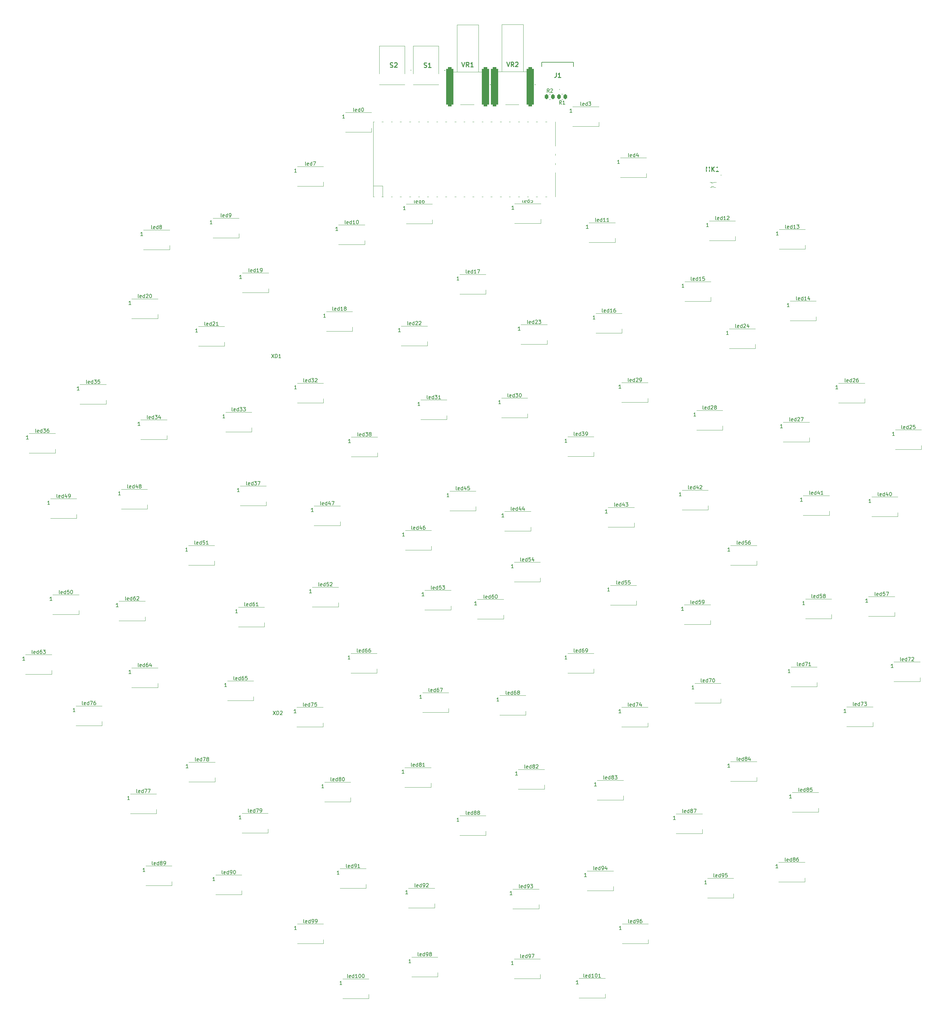
<source format=gto>
%TF.GenerationSoftware,KiCad,Pcbnew,(6.0.6)*%
%TF.CreationDate,2022-07-13T04:46:15-05:00*%
%TF.ProjectId,CircleBoard,43697263-6c65-4426-9f61-72642e6b6963,rev?*%
%TF.SameCoordinates,Original*%
%TF.FileFunction,Legend,Top*%
%TF.FilePolarity,Positive*%
%FSLAX46Y46*%
G04 Gerber Fmt 4.6, Leading zero omitted, Abs format (unit mm)*
G04 Created by KiCad (PCBNEW (6.0.6)) date 2022-07-13 04:46:15*
%MOMM*%
%LPD*%
G01*
G04 APERTURE LIST*
G04 Aperture macros list*
%AMRoundRect*
0 Rectangle with rounded corners*
0 $1 Rounding radius*
0 $2 $3 $4 $5 $6 $7 $8 $9 X,Y pos of 4 corners*
0 Add a 4 corners polygon primitive as box body*
4,1,4,$2,$3,$4,$5,$6,$7,$8,$9,$2,$3,0*
0 Add four circle primitives for the rounded corners*
1,1,$1+$1,$2,$3*
1,1,$1+$1,$4,$5*
1,1,$1+$1,$6,$7*
1,1,$1+$1,$8,$9*
0 Add four rect primitives between the rounded corners*
20,1,$1+$1,$2,$3,$4,$5,0*
20,1,$1+$1,$4,$5,$6,$7,0*
20,1,$1+$1,$6,$7,$8,$9,0*
20,1,$1+$1,$8,$9,$2,$3,0*%
%AMHorizOval*
0 Thick line with rounded ends*
0 $1 width*
0 $2 $3 position (X,Y) of the first rounded end (center of the circle)*
0 $4 $5 position (X,Y) of the second rounded end (center of the circle)*
0 Add line between two ends*
20,1,$1,$2,$3,$4,$5,0*
0 Add two circle primitives to create the rounded ends*
1,1,$1,$2,$3*
1,1,$1,$4,$5*%
G04 Aperture macros list end*
%ADD10C,0.254000*%
%ADD11C,0.150000*%
%ADD12C,0.100000*%
%ADD13C,0.200000*%
%ADD14C,0.120000*%
%ADD15C,1.800000*%
%ADD16RoundRect,0.500000X0.500000X5.000000X-0.500000X5.000000X-0.500000X-5.000000X0.500000X-5.000000X0*%
%ADD17C,1.540000*%
%ADD18C,1.950000*%
%ADD19R,1.500000X1.000000*%
%ADD20RoundRect,0.250000X0.262500X0.450000X-0.262500X0.450000X-0.262500X-0.450000X0.262500X-0.450000X0*%
%ADD21C,5.600000*%
%ADD22R,0.700000X1.200000*%
%ADD23R,0.760000X1.200000*%
%ADD24R,0.800000X1.200000*%
%ADD25C,2.010000*%
%ADD26R,1.700000X3.500000*%
%ADD27O,1.700000X1.700000*%
%ADD28R,3.500000X1.700000*%
%ADD29RoundRect,0.250000X-0.262500X-0.450000X0.262500X-0.450000X0.262500X0.450000X-0.262500X0.450000X0*%
%ADD30C,0.910000*%
%ADD31HorizOval,0.910000X-0.070711X0.070711X0.070711X-0.070711X0*%
%ADD32R,1.020000X1.470000*%
G04 APERTURE END LIST*
D10*
X136946904Y11155476D02*
X137370238Y9885476D01*
X137793571Y11155476D01*
X138942619Y9885476D02*
X138519285Y10490238D01*
X138216904Y9885476D02*
X138216904Y11155476D01*
X138700714Y11155476D01*
X138821666Y11095000D01*
X138882142Y11034523D01*
X138942619Y10913571D01*
X138942619Y10732142D01*
X138882142Y10611190D01*
X138821666Y10550714D01*
X138700714Y10490238D01*
X138216904Y10490238D01*
X139426428Y11034523D02*
X139486904Y11095000D01*
X139607857Y11155476D01*
X139910238Y11155476D01*
X140031190Y11095000D01*
X140091666Y11034523D01*
X140152142Y10913571D01*
X140152142Y10792619D01*
X140091666Y10611190D01*
X139365952Y9885476D01*
X140152142Y9885476D01*
X124406904Y11135476D02*
X124830238Y9865476D01*
X125253571Y11135476D01*
X126402619Y9865476D02*
X125979285Y10470238D01*
X125676904Y9865476D02*
X125676904Y11135476D01*
X126160714Y11135476D01*
X126281666Y11075000D01*
X126342142Y11014523D01*
X126402619Y10893571D01*
X126402619Y10712142D01*
X126342142Y10591190D01*
X126281666Y10530714D01*
X126160714Y10470238D01*
X125676904Y10470238D01*
X127612142Y9865476D02*
X126886428Y9865476D01*
X127249285Y9865476D02*
X127249285Y11135476D01*
X127128333Y10954047D01*
X127007380Y10833095D01*
X126886428Y10772619D01*
X104367380Y9775952D02*
X104548809Y9715476D01*
X104851190Y9715476D01*
X104972142Y9775952D01*
X105032619Y9836428D01*
X105093095Y9957380D01*
X105093095Y10078333D01*
X105032619Y10199285D01*
X104972142Y10259761D01*
X104851190Y10320238D01*
X104609285Y10380714D01*
X104488333Y10441190D01*
X104427857Y10501666D01*
X104367380Y10622619D01*
X104367380Y10743571D01*
X104427857Y10864523D01*
X104488333Y10925000D01*
X104609285Y10985476D01*
X104911666Y10985476D01*
X105093095Y10925000D01*
X105576904Y10864523D02*
X105637380Y10925000D01*
X105758333Y10985476D01*
X106060714Y10985476D01*
X106181666Y10925000D01*
X106242142Y10864523D01*
X106302619Y10743571D01*
X106302619Y10622619D01*
X106242142Y10441190D01*
X105516428Y9715476D01*
X106302619Y9715476D01*
X113847380Y9755952D02*
X114028809Y9695476D01*
X114331190Y9695476D01*
X114452142Y9755952D01*
X114512619Y9816428D01*
X114573095Y9937380D01*
X114573095Y10058333D01*
X114512619Y10179285D01*
X114452142Y10239761D01*
X114331190Y10300238D01*
X114089285Y10360714D01*
X113968333Y10421190D01*
X113907857Y10481666D01*
X113847380Y10602619D01*
X113847380Y10723571D01*
X113907857Y10844523D01*
X113968333Y10905000D01*
X114089285Y10965476D01*
X114391666Y10965476D01*
X114573095Y10905000D01*
X115782619Y9695476D02*
X115056904Y9695476D01*
X115419761Y9695476D02*
X115419761Y10965476D01*
X115298809Y10784047D01*
X115177857Y10663095D01*
X115056904Y10602619D01*
D11*
X115379714Y-165227380D02*
X115284476Y-165179761D01*
X115236857Y-165084523D01*
X115236857Y-164227380D01*
X116141619Y-165179761D02*
X116046380Y-165227380D01*
X115855904Y-165227380D01*
X115760666Y-165179761D01*
X115713047Y-165084523D01*
X115713047Y-164703571D01*
X115760666Y-164608333D01*
X115855904Y-164560714D01*
X116046380Y-164560714D01*
X116141619Y-164608333D01*
X116189238Y-164703571D01*
X116189238Y-164798809D01*
X115713047Y-164894047D01*
X117046380Y-165227380D02*
X117046380Y-164227380D01*
X117046380Y-165179761D02*
X116951142Y-165227380D01*
X116760666Y-165227380D01*
X116665428Y-165179761D01*
X116617809Y-165132142D01*
X116570190Y-165036904D01*
X116570190Y-164751190D01*
X116617809Y-164655952D01*
X116665428Y-164608333D01*
X116760666Y-164560714D01*
X116951142Y-164560714D01*
X117046380Y-164608333D01*
X117951142Y-164227380D02*
X117760666Y-164227380D01*
X117665428Y-164275000D01*
X117617809Y-164322619D01*
X117522571Y-164465476D01*
X117474952Y-164655952D01*
X117474952Y-165036904D01*
X117522571Y-165132142D01*
X117570190Y-165179761D01*
X117665428Y-165227380D01*
X117855904Y-165227380D01*
X117951142Y-165179761D01*
X117998761Y-165132142D01*
X118046380Y-165036904D01*
X118046380Y-164798809D01*
X117998761Y-164703571D01*
X117951142Y-164655952D01*
X117855904Y-164608333D01*
X117665428Y-164608333D01*
X117570190Y-164655952D01*
X117522571Y-164703571D01*
X117474952Y-164798809D01*
X118379714Y-164227380D02*
X119046380Y-164227380D01*
X118617809Y-165227380D01*
X113229714Y-167127380D02*
X112658285Y-167127380D01*
X112944000Y-167127380D02*
X112944000Y-166127380D01*
X112848761Y-166270238D01*
X112753523Y-166365476D01*
X112658285Y-166413095D01*
X247713714Y-91567380D02*
X247618476Y-91519761D01*
X247570857Y-91424523D01*
X247570857Y-90567380D01*
X248475619Y-91519761D02*
X248380380Y-91567380D01*
X248189904Y-91567380D01*
X248094666Y-91519761D01*
X248047047Y-91424523D01*
X248047047Y-91043571D01*
X248094666Y-90948333D01*
X248189904Y-90900714D01*
X248380380Y-90900714D01*
X248475619Y-90948333D01*
X248523238Y-91043571D01*
X248523238Y-91138809D01*
X248047047Y-91234047D01*
X249380380Y-91567380D02*
X249380380Y-90567380D01*
X249380380Y-91519761D02*
X249285142Y-91567380D01*
X249094666Y-91567380D01*
X248999428Y-91519761D01*
X248951809Y-91472142D01*
X248904190Y-91376904D01*
X248904190Y-91091190D01*
X248951809Y-90995952D01*
X248999428Y-90948333D01*
X249094666Y-90900714D01*
X249285142Y-90900714D01*
X249380380Y-90948333D01*
X249808952Y-90662619D02*
X249856571Y-90615000D01*
X249951809Y-90567380D01*
X250189904Y-90567380D01*
X250285142Y-90615000D01*
X250332761Y-90662619D01*
X250380380Y-90757857D01*
X250380380Y-90853095D01*
X250332761Y-90995952D01*
X249761333Y-91567380D01*
X250380380Y-91567380D01*
X251285142Y-90567380D02*
X250808952Y-90567380D01*
X250761333Y-91043571D01*
X250808952Y-90995952D01*
X250904190Y-90948333D01*
X251142285Y-90948333D01*
X251237523Y-90995952D01*
X251285142Y-91043571D01*
X251332761Y-91138809D01*
X251332761Y-91376904D01*
X251285142Y-91472142D01*
X251237523Y-91519761D01*
X251142285Y-91567380D01*
X250904190Y-91567380D01*
X250808952Y-91519761D01*
X250761333Y-91472142D01*
X245563714Y-93467380D02*
X244992285Y-93467380D01*
X245278000Y-93467380D02*
X245278000Y-92467380D01*
X245182761Y-92610238D01*
X245087523Y-92705476D01*
X244992285Y-92753095D01*
X64325714Y-107315380D02*
X64230476Y-107267761D01*
X64182857Y-107172523D01*
X64182857Y-106315380D01*
X65087619Y-107267761D02*
X64992380Y-107315380D01*
X64801904Y-107315380D01*
X64706666Y-107267761D01*
X64659047Y-107172523D01*
X64659047Y-106791571D01*
X64706666Y-106696333D01*
X64801904Y-106648714D01*
X64992380Y-106648714D01*
X65087619Y-106696333D01*
X65135238Y-106791571D01*
X65135238Y-106886809D01*
X64659047Y-106982047D01*
X65992380Y-107315380D02*
X65992380Y-106315380D01*
X65992380Y-107267761D02*
X65897142Y-107315380D01*
X65706666Y-107315380D01*
X65611428Y-107267761D01*
X65563809Y-107220142D01*
X65516190Y-107124904D01*
X65516190Y-106839190D01*
X65563809Y-106743952D01*
X65611428Y-106696333D01*
X65706666Y-106648714D01*
X65897142Y-106648714D01*
X65992380Y-106696333D01*
X66373333Y-106315380D02*
X66992380Y-106315380D01*
X66659047Y-106696333D01*
X66801904Y-106696333D01*
X66897142Y-106743952D01*
X66944761Y-106791571D01*
X66992380Y-106886809D01*
X66992380Y-107124904D01*
X66944761Y-107220142D01*
X66897142Y-107267761D01*
X66801904Y-107315380D01*
X66516190Y-107315380D01*
X66420952Y-107267761D01*
X66373333Y-107220142D01*
X67325714Y-106315380D02*
X67992380Y-106315380D01*
X67563809Y-107315380D01*
X62175714Y-109215380D02*
X61604285Y-109215380D01*
X61890000Y-109215380D02*
X61890000Y-108215380D01*
X61794761Y-108358238D01*
X61699523Y-108453476D01*
X61604285Y-108501095D01*
X49974714Y-184658380D02*
X49879476Y-184610761D01*
X49831857Y-184515523D01*
X49831857Y-183658380D01*
X50736619Y-184610761D02*
X50641380Y-184658380D01*
X50450904Y-184658380D01*
X50355666Y-184610761D01*
X50308047Y-184515523D01*
X50308047Y-184134571D01*
X50355666Y-184039333D01*
X50450904Y-183991714D01*
X50641380Y-183991714D01*
X50736619Y-184039333D01*
X50784238Y-184134571D01*
X50784238Y-184229809D01*
X50308047Y-184325047D01*
X51641380Y-184658380D02*
X51641380Y-183658380D01*
X51641380Y-184610761D02*
X51546142Y-184658380D01*
X51355666Y-184658380D01*
X51260428Y-184610761D01*
X51212809Y-184563142D01*
X51165190Y-184467904D01*
X51165190Y-184182190D01*
X51212809Y-184086952D01*
X51260428Y-184039333D01*
X51355666Y-183991714D01*
X51546142Y-183991714D01*
X51641380Y-184039333D01*
X52022333Y-183658380D02*
X52689000Y-183658380D01*
X52260428Y-184658380D01*
X53212809Y-184086952D02*
X53117571Y-184039333D01*
X53069952Y-183991714D01*
X53022333Y-183896476D01*
X53022333Y-183848857D01*
X53069952Y-183753619D01*
X53117571Y-183706000D01*
X53212809Y-183658380D01*
X53403285Y-183658380D01*
X53498523Y-183706000D01*
X53546142Y-183753619D01*
X53593761Y-183848857D01*
X53593761Y-183896476D01*
X53546142Y-183991714D01*
X53498523Y-184039333D01*
X53403285Y-184086952D01*
X53212809Y-184086952D01*
X53117571Y-184134571D01*
X53069952Y-184182190D01*
X53022333Y-184277428D01*
X53022333Y-184467904D01*
X53069952Y-184563142D01*
X53117571Y-184610761D01*
X53212809Y-184658380D01*
X53403285Y-184658380D01*
X53498523Y-184610761D01*
X53546142Y-184563142D01*
X53593761Y-184467904D01*
X53593761Y-184277428D01*
X53546142Y-184182190D01*
X53498523Y-184134571D01*
X53403285Y-184086952D01*
X47824714Y-186558380D02*
X47253285Y-186558380D01*
X47539000Y-186558380D02*
X47539000Y-185558380D01*
X47443761Y-185701238D01*
X47348523Y-185796476D01*
X47253285Y-185844095D01*
X234124714Y-169164380D02*
X234029476Y-169116761D01*
X233981857Y-169021523D01*
X233981857Y-168164380D01*
X234886619Y-169116761D02*
X234791380Y-169164380D01*
X234600904Y-169164380D01*
X234505666Y-169116761D01*
X234458047Y-169021523D01*
X234458047Y-168640571D01*
X234505666Y-168545333D01*
X234600904Y-168497714D01*
X234791380Y-168497714D01*
X234886619Y-168545333D01*
X234934238Y-168640571D01*
X234934238Y-168735809D01*
X234458047Y-168831047D01*
X235791380Y-169164380D02*
X235791380Y-168164380D01*
X235791380Y-169116761D02*
X235696142Y-169164380D01*
X235505666Y-169164380D01*
X235410428Y-169116761D01*
X235362809Y-169069142D01*
X235315190Y-168973904D01*
X235315190Y-168688190D01*
X235362809Y-168592952D01*
X235410428Y-168545333D01*
X235505666Y-168497714D01*
X235696142Y-168497714D01*
X235791380Y-168545333D01*
X236172333Y-168164380D02*
X236839000Y-168164380D01*
X236410428Y-169164380D01*
X237124714Y-168164380D02*
X237743761Y-168164380D01*
X237410428Y-168545333D01*
X237553285Y-168545333D01*
X237648523Y-168592952D01*
X237696142Y-168640571D01*
X237743761Y-168735809D01*
X237743761Y-168973904D01*
X237696142Y-169069142D01*
X237648523Y-169116761D01*
X237553285Y-169164380D01*
X237267571Y-169164380D01*
X237172333Y-169116761D01*
X237124714Y-169069142D01*
X231974714Y-171064380D02*
X231403285Y-171064380D01*
X231689000Y-171064380D02*
X231689000Y-170064380D01*
X231593761Y-170207238D01*
X231498523Y-170302476D01*
X231403285Y-170350095D01*
X215201714Y-35433380D02*
X215106476Y-35385761D01*
X215058857Y-35290523D01*
X215058857Y-34433380D01*
X215963619Y-35385761D02*
X215868380Y-35433380D01*
X215677904Y-35433380D01*
X215582666Y-35385761D01*
X215535047Y-35290523D01*
X215535047Y-34909571D01*
X215582666Y-34814333D01*
X215677904Y-34766714D01*
X215868380Y-34766714D01*
X215963619Y-34814333D01*
X216011238Y-34909571D01*
X216011238Y-35004809D01*
X215535047Y-35100047D01*
X216868380Y-35433380D02*
X216868380Y-34433380D01*
X216868380Y-35385761D02*
X216773142Y-35433380D01*
X216582666Y-35433380D01*
X216487428Y-35385761D01*
X216439809Y-35338142D01*
X216392190Y-35242904D01*
X216392190Y-34957190D01*
X216439809Y-34861952D01*
X216487428Y-34814333D01*
X216582666Y-34766714D01*
X216773142Y-34766714D01*
X216868380Y-34814333D01*
X217868380Y-35433380D02*
X217296952Y-35433380D01*
X217582666Y-35433380D02*
X217582666Y-34433380D01*
X217487428Y-34576238D01*
X217392190Y-34671476D01*
X217296952Y-34719095D01*
X218201714Y-34433380D02*
X218820761Y-34433380D01*
X218487428Y-34814333D01*
X218630285Y-34814333D01*
X218725523Y-34861952D01*
X218773142Y-34909571D01*
X218820761Y-35004809D01*
X218820761Y-35242904D01*
X218773142Y-35338142D01*
X218725523Y-35385761D01*
X218630285Y-35433380D01*
X218344571Y-35433380D01*
X218249333Y-35385761D01*
X218201714Y-35338142D01*
X213051714Y-37333380D02*
X212480285Y-37333380D01*
X212766000Y-37333380D02*
X212766000Y-36333380D01*
X212670761Y-36476238D01*
X212575523Y-36571476D01*
X212480285Y-36619095D01*
X156019714Y-93472380D02*
X155924476Y-93424761D01*
X155876857Y-93329523D01*
X155876857Y-92472380D01*
X156781619Y-93424761D02*
X156686380Y-93472380D01*
X156495904Y-93472380D01*
X156400666Y-93424761D01*
X156353047Y-93329523D01*
X156353047Y-92948571D01*
X156400666Y-92853333D01*
X156495904Y-92805714D01*
X156686380Y-92805714D01*
X156781619Y-92853333D01*
X156829238Y-92948571D01*
X156829238Y-93043809D01*
X156353047Y-93139047D01*
X157686380Y-93472380D02*
X157686380Y-92472380D01*
X157686380Y-93424761D02*
X157591142Y-93472380D01*
X157400666Y-93472380D01*
X157305428Y-93424761D01*
X157257809Y-93377142D01*
X157210190Y-93281904D01*
X157210190Y-92996190D01*
X157257809Y-92900952D01*
X157305428Y-92853333D01*
X157400666Y-92805714D01*
X157591142Y-92805714D01*
X157686380Y-92853333D01*
X158067333Y-92472380D02*
X158686380Y-92472380D01*
X158353047Y-92853333D01*
X158495904Y-92853333D01*
X158591142Y-92900952D01*
X158638761Y-92948571D01*
X158686380Y-93043809D01*
X158686380Y-93281904D01*
X158638761Y-93377142D01*
X158591142Y-93424761D01*
X158495904Y-93472380D01*
X158210190Y-93472380D01*
X158114952Y-93424761D01*
X158067333Y-93377142D01*
X159162571Y-93472380D02*
X159353047Y-93472380D01*
X159448285Y-93424761D01*
X159495904Y-93377142D01*
X159591142Y-93234285D01*
X159638761Y-93043809D01*
X159638761Y-92662857D01*
X159591142Y-92567619D01*
X159543523Y-92520000D01*
X159448285Y-92472380D01*
X159257809Y-92472380D01*
X159162571Y-92520000D01*
X159114952Y-92567619D01*
X159067333Y-92662857D01*
X159067333Y-92900952D01*
X159114952Y-92996190D01*
X159162571Y-93043809D01*
X159257809Y-93091428D01*
X159448285Y-93091428D01*
X159543523Y-93043809D01*
X159591142Y-92996190D01*
X159638761Y-92900952D01*
X153869714Y-95372380D02*
X153298285Y-95372380D01*
X153584000Y-95372380D02*
X153584000Y-94372380D01*
X153488761Y-94515238D01*
X153393523Y-94610476D01*
X153298285Y-94658095D01*
X114871714Y-83185380D02*
X114776476Y-83137761D01*
X114728857Y-83042523D01*
X114728857Y-82185380D01*
X115633619Y-83137761D02*
X115538380Y-83185380D01*
X115347904Y-83185380D01*
X115252666Y-83137761D01*
X115205047Y-83042523D01*
X115205047Y-82661571D01*
X115252666Y-82566333D01*
X115347904Y-82518714D01*
X115538380Y-82518714D01*
X115633619Y-82566333D01*
X115681238Y-82661571D01*
X115681238Y-82756809D01*
X115205047Y-82852047D01*
X116538380Y-83185380D02*
X116538380Y-82185380D01*
X116538380Y-83137761D02*
X116443142Y-83185380D01*
X116252666Y-83185380D01*
X116157428Y-83137761D01*
X116109809Y-83090142D01*
X116062190Y-82994904D01*
X116062190Y-82709190D01*
X116109809Y-82613952D01*
X116157428Y-82566333D01*
X116252666Y-82518714D01*
X116443142Y-82518714D01*
X116538380Y-82566333D01*
X116919333Y-82185380D02*
X117538380Y-82185380D01*
X117205047Y-82566333D01*
X117347904Y-82566333D01*
X117443142Y-82613952D01*
X117490761Y-82661571D01*
X117538380Y-82756809D01*
X117538380Y-82994904D01*
X117490761Y-83090142D01*
X117443142Y-83137761D01*
X117347904Y-83185380D01*
X117062190Y-83185380D01*
X116966952Y-83137761D01*
X116919333Y-83090142D01*
X118490761Y-83185380D02*
X117919333Y-83185380D01*
X118205047Y-83185380D02*
X118205047Y-82185380D01*
X118109809Y-82328238D01*
X118014571Y-82423476D01*
X117919333Y-82471095D01*
X112721714Y-85085380D02*
X112150285Y-85085380D01*
X112436000Y-85085380D02*
X112436000Y-84085380D01*
X112340761Y-84228238D01*
X112245523Y-84323476D01*
X112150285Y-84371095D01*
X64833714Y-199009380D02*
X64738476Y-198961761D01*
X64690857Y-198866523D01*
X64690857Y-198009380D01*
X65595619Y-198961761D02*
X65500380Y-199009380D01*
X65309904Y-199009380D01*
X65214666Y-198961761D01*
X65167047Y-198866523D01*
X65167047Y-198485571D01*
X65214666Y-198390333D01*
X65309904Y-198342714D01*
X65500380Y-198342714D01*
X65595619Y-198390333D01*
X65643238Y-198485571D01*
X65643238Y-198580809D01*
X65167047Y-198676047D01*
X66500380Y-199009380D02*
X66500380Y-198009380D01*
X66500380Y-198961761D02*
X66405142Y-199009380D01*
X66214666Y-199009380D01*
X66119428Y-198961761D01*
X66071809Y-198914142D01*
X66024190Y-198818904D01*
X66024190Y-198533190D01*
X66071809Y-198437952D01*
X66119428Y-198390333D01*
X66214666Y-198342714D01*
X66405142Y-198342714D01*
X66500380Y-198390333D01*
X66881333Y-198009380D02*
X67548000Y-198009380D01*
X67119428Y-199009380D01*
X67976571Y-199009380D02*
X68167047Y-199009380D01*
X68262285Y-198961761D01*
X68309904Y-198914142D01*
X68405142Y-198771285D01*
X68452761Y-198580809D01*
X68452761Y-198199857D01*
X68405142Y-198104619D01*
X68357523Y-198057000D01*
X68262285Y-198009380D01*
X68071809Y-198009380D01*
X67976571Y-198057000D01*
X67928952Y-198104619D01*
X67881333Y-198199857D01*
X67881333Y-198437952D01*
X67928952Y-198533190D01*
X67976571Y-198580809D01*
X68071809Y-198628428D01*
X68262285Y-198628428D01*
X68357523Y-198580809D01*
X68405142Y-198533190D01*
X68452761Y-198437952D01*
X62683714Y-200909380D02*
X62112285Y-200909380D01*
X62398000Y-200909380D02*
X62398000Y-199909380D01*
X62302761Y-200052238D01*
X62207523Y-200147476D01*
X62112285Y-200195095D01*
X49847714Y-123952380D02*
X49752476Y-123904761D01*
X49704857Y-123809523D01*
X49704857Y-122952380D01*
X50609619Y-123904761D02*
X50514380Y-123952380D01*
X50323904Y-123952380D01*
X50228666Y-123904761D01*
X50181047Y-123809523D01*
X50181047Y-123428571D01*
X50228666Y-123333333D01*
X50323904Y-123285714D01*
X50514380Y-123285714D01*
X50609619Y-123333333D01*
X50657238Y-123428571D01*
X50657238Y-123523809D01*
X50181047Y-123619047D01*
X51514380Y-123952380D02*
X51514380Y-122952380D01*
X51514380Y-123904761D02*
X51419142Y-123952380D01*
X51228666Y-123952380D01*
X51133428Y-123904761D01*
X51085809Y-123857142D01*
X51038190Y-123761904D01*
X51038190Y-123476190D01*
X51085809Y-123380952D01*
X51133428Y-123333333D01*
X51228666Y-123285714D01*
X51419142Y-123285714D01*
X51514380Y-123333333D01*
X52466761Y-122952380D02*
X51990571Y-122952380D01*
X51942952Y-123428571D01*
X51990571Y-123380952D01*
X52085809Y-123333333D01*
X52323904Y-123333333D01*
X52419142Y-123380952D01*
X52466761Y-123428571D01*
X52514380Y-123523809D01*
X52514380Y-123761904D01*
X52466761Y-123857142D01*
X52419142Y-123904761D01*
X52323904Y-123952380D01*
X52085809Y-123952380D01*
X51990571Y-123904761D01*
X51942952Y-123857142D01*
X53466761Y-123952380D02*
X52895333Y-123952380D01*
X53181047Y-123952380D02*
X53181047Y-122952380D01*
X53085809Y-123095238D01*
X52990571Y-123190476D01*
X52895333Y-123238095D01*
X47697714Y-125852380D02*
X47126285Y-125852380D01*
X47412000Y-125852380D02*
X47412000Y-124852380D01*
X47316761Y-124995238D01*
X47221523Y-125090476D01*
X47126285Y-125138095D01*
X241109714Y-110363380D02*
X241014476Y-110315761D01*
X240966857Y-110220523D01*
X240966857Y-109363380D01*
X241871619Y-110315761D02*
X241776380Y-110363380D01*
X241585904Y-110363380D01*
X241490666Y-110315761D01*
X241443047Y-110220523D01*
X241443047Y-109839571D01*
X241490666Y-109744333D01*
X241585904Y-109696714D01*
X241776380Y-109696714D01*
X241871619Y-109744333D01*
X241919238Y-109839571D01*
X241919238Y-109934809D01*
X241443047Y-110030047D01*
X242776380Y-110363380D02*
X242776380Y-109363380D01*
X242776380Y-110315761D02*
X242681142Y-110363380D01*
X242490666Y-110363380D01*
X242395428Y-110315761D01*
X242347809Y-110268142D01*
X242300190Y-110172904D01*
X242300190Y-109887190D01*
X242347809Y-109791952D01*
X242395428Y-109744333D01*
X242490666Y-109696714D01*
X242681142Y-109696714D01*
X242776380Y-109744333D01*
X243681142Y-109696714D02*
X243681142Y-110363380D01*
X243443047Y-109315761D02*
X243204952Y-110030047D01*
X243824000Y-110030047D01*
X244395428Y-109363380D02*
X244490666Y-109363380D01*
X244585904Y-109411000D01*
X244633523Y-109458619D01*
X244681142Y-109553857D01*
X244728761Y-109744333D01*
X244728761Y-109982428D01*
X244681142Y-110172904D01*
X244633523Y-110268142D01*
X244585904Y-110315761D01*
X244490666Y-110363380D01*
X244395428Y-110363380D01*
X244300190Y-110315761D01*
X244252571Y-110268142D01*
X244204952Y-110172904D01*
X244157333Y-109982428D01*
X244157333Y-109744333D01*
X244204952Y-109553857D01*
X244252571Y-109458619D01*
X244300190Y-109411000D01*
X244395428Y-109363380D01*
X238959714Y-112263380D02*
X238388285Y-112263380D01*
X238674000Y-112263380D02*
X238674000Y-111263380D01*
X238578761Y-111406238D01*
X238483523Y-111501476D01*
X238388285Y-111549095D01*
X164274714Y-189738380D02*
X164179476Y-189690761D01*
X164131857Y-189595523D01*
X164131857Y-188738380D01*
X165036619Y-189690761D02*
X164941380Y-189738380D01*
X164750904Y-189738380D01*
X164655666Y-189690761D01*
X164608047Y-189595523D01*
X164608047Y-189214571D01*
X164655666Y-189119333D01*
X164750904Y-189071714D01*
X164941380Y-189071714D01*
X165036619Y-189119333D01*
X165084238Y-189214571D01*
X165084238Y-189309809D01*
X164608047Y-189405047D01*
X165941380Y-189738380D02*
X165941380Y-188738380D01*
X165941380Y-189690761D02*
X165846142Y-189738380D01*
X165655666Y-189738380D01*
X165560428Y-189690761D01*
X165512809Y-189643142D01*
X165465190Y-189547904D01*
X165465190Y-189262190D01*
X165512809Y-189166952D01*
X165560428Y-189119333D01*
X165655666Y-189071714D01*
X165846142Y-189071714D01*
X165941380Y-189119333D01*
X166560428Y-189166952D02*
X166465190Y-189119333D01*
X166417571Y-189071714D01*
X166369952Y-188976476D01*
X166369952Y-188928857D01*
X166417571Y-188833619D01*
X166465190Y-188786000D01*
X166560428Y-188738380D01*
X166750904Y-188738380D01*
X166846142Y-188786000D01*
X166893761Y-188833619D01*
X166941380Y-188928857D01*
X166941380Y-188976476D01*
X166893761Y-189071714D01*
X166846142Y-189119333D01*
X166750904Y-189166952D01*
X166560428Y-189166952D01*
X166465190Y-189214571D01*
X166417571Y-189262190D01*
X166369952Y-189357428D01*
X166369952Y-189547904D01*
X166417571Y-189643142D01*
X166465190Y-189690761D01*
X166560428Y-189738380D01*
X166750904Y-189738380D01*
X166846142Y-189690761D01*
X166893761Y-189643142D01*
X166941380Y-189547904D01*
X166941380Y-189357428D01*
X166893761Y-189262190D01*
X166846142Y-189214571D01*
X166750904Y-189166952D01*
X167274714Y-188738380D02*
X167893761Y-188738380D01*
X167560428Y-189119333D01*
X167703285Y-189119333D01*
X167798523Y-189166952D01*
X167846142Y-189214571D01*
X167893761Y-189309809D01*
X167893761Y-189547904D01*
X167846142Y-189643142D01*
X167798523Y-189690761D01*
X167703285Y-189738380D01*
X167417571Y-189738380D01*
X167322333Y-189690761D01*
X167274714Y-189643142D01*
X162124714Y-191638380D02*
X161553285Y-191638380D01*
X161839000Y-191638380D02*
X161839000Y-190638380D01*
X161743761Y-190781238D01*
X161648523Y-190876476D01*
X161553285Y-190924095D01*
X171132714Y-78359380D02*
X171037476Y-78311761D01*
X170989857Y-78216523D01*
X170989857Y-77359380D01*
X171894619Y-78311761D02*
X171799380Y-78359380D01*
X171608904Y-78359380D01*
X171513666Y-78311761D01*
X171466047Y-78216523D01*
X171466047Y-77835571D01*
X171513666Y-77740333D01*
X171608904Y-77692714D01*
X171799380Y-77692714D01*
X171894619Y-77740333D01*
X171942238Y-77835571D01*
X171942238Y-77930809D01*
X171466047Y-78026047D01*
X172799380Y-78359380D02*
X172799380Y-77359380D01*
X172799380Y-78311761D02*
X172704142Y-78359380D01*
X172513666Y-78359380D01*
X172418428Y-78311761D01*
X172370809Y-78264142D01*
X172323190Y-78168904D01*
X172323190Y-77883190D01*
X172370809Y-77787952D01*
X172418428Y-77740333D01*
X172513666Y-77692714D01*
X172704142Y-77692714D01*
X172799380Y-77740333D01*
X173227952Y-77454619D02*
X173275571Y-77407000D01*
X173370809Y-77359380D01*
X173608904Y-77359380D01*
X173704142Y-77407000D01*
X173751761Y-77454619D01*
X173799380Y-77549857D01*
X173799380Y-77645095D01*
X173751761Y-77787952D01*
X173180333Y-78359380D01*
X173799380Y-78359380D01*
X174275571Y-78359380D02*
X174466047Y-78359380D01*
X174561285Y-78311761D01*
X174608904Y-78264142D01*
X174704142Y-78121285D01*
X174751761Y-77930809D01*
X174751761Y-77549857D01*
X174704142Y-77454619D01*
X174656523Y-77407000D01*
X174561285Y-77359380D01*
X174370809Y-77359380D01*
X174275571Y-77407000D01*
X174227952Y-77454619D01*
X174180333Y-77549857D01*
X174180333Y-77787952D01*
X174227952Y-77883190D01*
X174275571Y-77930809D01*
X174370809Y-77978428D01*
X174561285Y-77978428D01*
X174656523Y-77930809D01*
X174704142Y-77883190D01*
X174751761Y-77787952D01*
X168982714Y-80259380D02*
X168411285Y-80259380D01*
X168697000Y-80259380D02*
X168697000Y-79259380D01*
X168601761Y-79402238D01*
X168506523Y-79497476D01*
X168411285Y-79545095D01*
X215074714Y-212725380D02*
X214979476Y-212677761D01*
X214931857Y-212582523D01*
X214931857Y-211725380D01*
X215836619Y-212677761D02*
X215741380Y-212725380D01*
X215550904Y-212725380D01*
X215455666Y-212677761D01*
X215408047Y-212582523D01*
X215408047Y-212201571D01*
X215455666Y-212106333D01*
X215550904Y-212058714D01*
X215741380Y-212058714D01*
X215836619Y-212106333D01*
X215884238Y-212201571D01*
X215884238Y-212296809D01*
X215408047Y-212392047D01*
X216741380Y-212725380D02*
X216741380Y-211725380D01*
X216741380Y-212677761D02*
X216646142Y-212725380D01*
X216455666Y-212725380D01*
X216360428Y-212677761D01*
X216312809Y-212630142D01*
X216265190Y-212534904D01*
X216265190Y-212249190D01*
X216312809Y-212153952D01*
X216360428Y-212106333D01*
X216455666Y-212058714D01*
X216646142Y-212058714D01*
X216741380Y-212106333D01*
X217360428Y-212153952D02*
X217265190Y-212106333D01*
X217217571Y-212058714D01*
X217169952Y-211963476D01*
X217169952Y-211915857D01*
X217217571Y-211820619D01*
X217265190Y-211773000D01*
X217360428Y-211725380D01*
X217550904Y-211725380D01*
X217646142Y-211773000D01*
X217693761Y-211820619D01*
X217741380Y-211915857D01*
X217741380Y-211963476D01*
X217693761Y-212058714D01*
X217646142Y-212106333D01*
X217550904Y-212153952D01*
X217360428Y-212153952D01*
X217265190Y-212201571D01*
X217217571Y-212249190D01*
X217169952Y-212344428D01*
X217169952Y-212534904D01*
X217217571Y-212630142D01*
X217265190Y-212677761D01*
X217360428Y-212725380D01*
X217550904Y-212725380D01*
X217646142Y-212677761D01*
X217693761Y-212630142D01*
X217741380Y-212534904D01*
X217741380Y-212344428D01*
X217693761Y-212249190D01*
X217646142Y-212201571D01*
X217550904Y-212153952D01*
X218598523Y-211725380D02*
X218408047Y-211725380D01*
X218312809Y-211773000D01*
X218265190Y-211820619D01*
X218169952Y-211963476D01*
X218122333Y-212153952D01*
X218122333Y-212534904D01*
X218169952Y-212630142D01*
X218217571Y-212677761D01*
X218312809Y-212725380D01*
X218503285Y-212725380D01*
X218598523Y-212677761D01*
X218646142Y-212630142D01*
X218693761Y-212534904D01*
X218693761Y-212296809D01*
X218646142Y-212201571D01*
X218598523Y-212153952D01*
X218503285Y-212106333D01*
X218312809Y-212106333D01*
X218217571Y-212153952D01*
X218169952Y-212201571D01*
X218122333Y-212296809D01*
X212924714Y-214625380D02*
X212353285Y-214625380D01*
X212639000Y-214625380D02*
X212639000Y-213625380D01*
X212543761Y-213768238D01*
X212448523Y-213863476D01*
X212353285Y-213911095D01*
X138366714Y-114427380D02*
X138271476Y-114379761D01*
X138223857Y-114284523D01*
X138223857Y-113427380D01*
X139128619Y-114379761D02*
X139033380Y-114427380D01*
X138842904Y-114427380D01*
X138747666Y-114379761D01*
X138700047Y-114284523D01*
X138700047Y-113903571D01*
X138747666Y-113808333D01*
X138842904Y-113760714D01*
X139033380Y-113760714D01*
X139128619Y-113808333D01*
X139176238Y-113903571D01*
X139176238Y-113998809D01*
X138700047Y-114094047D01*
X140033380Y-114427380D02*
X140033380Y-113427380D01*
X140033380Y-114379761D02*
X139938142Y-114427380D01*
X139747666Y-114427380D01*
X139652428Y-114379761D01*
X139604809Y-114332142D01*
X139557190Y-114236904D01*
X139557190Y-113951190D01*
X139604809Y-113855952D01*
X139652428Y-113808333D01*
X139747666Y-113760714D01*
X139938142Y-113760714D01*
X140033380Y-113808333D01*
X140938142Y-113760714D02*
X140938142Y-114427380D01*
X140700047Y-113379761D02*
X140461952Y-114094047D01*
X141081000Y-114094047D01*
X141890523Y-113760714D02*
X141890523Y-114427380D01*
X141652428Y-113379761D02*
X141414333Y-114094047D01*
X142033380Y-114094047D01*
X136216714Y-116327380D02*
X135645285Y-116327380D01*
X135931000Y-116327380D02*
X135931000Y-115327380D01*
X135835761Y-115470238D01*
X135740523Y-115565476D01*
X135645285Y-115613095D01*
X111283904Y-28321380D02*
X111188666Y-28273761D01*
X111141047Y-28178523D01*
X111141047Y-27321380D01*
X112045809Y-28273761D02*
X111950571Y-28321380D01*
X111760095Y-28321380D01*
X111664857Y-28273761D01*
X111617238Y-28178523D01*
X111617238Y-27797571D01*
X111664857Y-27702333D01*
X111760095Y-27654714D01*
X111950571Y-27654714D01*
X112045809Y-27702333D01*
X112093428Y-27797571D01*
X112093428Y-27892809D01*
X111617238Y-27988047D01*
X112950571Y-28321380D02*
X112950571Y-27321380D01*
X112950571Y-28273761D02*
X112855333Y-28321380D01*
X112664857Y-28321380D01*
X112569619Y-28273761D01*
X112522000Y-28226142D01*
X112474380Y-28130904D01*
X112474380Y-27845190D01*
X112522000Y-27749952D01*
X112569619Y-27702333D01*
X112664857Y-27654714D01*
X112855333Y-27654714D01*
X112950571Y-27702333D01*
X113855333Y-27321380D02*
X113664857Y-27321380D01*
X113569619Y-27369000D01*
X113522000Y-27416619D01*
X113426761Y-27559476D01*
X113379142Y-27749952D01*
X113379142Y-28130904D01*
X113426761Y-28226142D01*
X113474380Y-28273761D01*
X113569619Y-28321380D01*
X113760095Y-28321380D01*
X113855333Y-28273761D01*
X113902952Y-28226142D01*
X113950571Y-28130904D01*
X113950571Y-27892809D01*
X113902952Y-27797571D01*
X113855333Y-27749952D01*
X113760095Y-27702333D01*
X113569619Y-27702333D01*
X113474380Y-27749952D01*
X113426761Y-27797571D01*
X113379142Y-27892809D01*
X108657714Y-30221380D02*
X108086285Y-30221380D01*
X108372000Y-30221380D02*
X108372000Y-29221380D01*
X108276761Y-29364238D01*
X108181523Y-29459476D01*
X108086285Y-29507095D01*
X80327714Y-78486380D02*
X80232476Y-78438761D01*
X80184857Y-78343523D01*
X80184857Y-77486380D01*
X81089619Y-78438761D02*
X80994380Y-78486380D01*
X80803904Y-78486380D01*
X80708666Y-78438761D01*
X80661047Y-78343523D01*
X80661047Y-77962571D01*
X80708666Y-77867333D01*
X80803904Y-77819714D01*
X80994380Y-77819714D01*
X81089619Y-77867333D01*
X81137238Y-77962571D01*
X81137238Y-78057809D01*
X80661047Y-78153047D01*
X81994380Y-78486380D02*
X81994380Y-77486380D01*
X81994380Y-78438761D02*
X81899142Y-78486380D01*
X81708666Y-78486380D01*
X81613428Y-78438761D01*
X81565809Y-78391142D01*
X81518190Y-78295904D01*
X81518190Y-78010190D01*
X81565809Y-77914952D01*
X81613428Y-77867333D01*
X81708666Y-77819714D01*
X81899142Y-77819714D01*
X81994380Y-77867333D01*
X82375333Y-77486380D02*
X82994380Y-77486380D01*
X82661047Y-77867333D01*
X82803904Y-77867333D01*
X82899142Y-77914952D01*
X82946761Y-77962571D01*
X82994380Y-78057809D01*
X82994380Y-78295904D01*
X82946761Y-78391142D01*
X82899142Y-78438761D01*
X82803904Y-78486380D01*
X82518190Y-78486380D01*
X82422952Y-78438761D01*
X82375333Y-78391142D01*
X83375333Y-77581619D02*
X83422952Y-77534000D01*
X83518190Y-77486380D01*
X83756285Y-77486380D01*
X83851523Y-77534000D01*
X83899142Y-77581619D01*
X83946761Y-77676857D01*
X83946761Y-77772095D01*
X83899142Y-77914952D01*
X83327714Y-78486380D01*
X83946761Y-78486380D01*
X78177714Y-80386380D02*
X77606285Y-80386380D01*
X77892000Y-80386380D02*
X77892000Y-79386380D01*
X77796761Y-79529238D01*
X77701523Y-79624476D01*
X77606285Y-79672095D01*
X195135714Y-217170380D02*
X195040476Y-217122761D01*
X194992857Y-217027523D01*
X194992857Y-216170380D01*
X195897619Y-217122761D02*
X195802380Y-217170380D01*
X195611904Y-217170380D01*
X195516666Y-217122761D01*
X195469047Y-217027523D01*
X195469047Y-216646571D01*
X195516666Y-216551333D01*
X195611904Y-216503714D01*
X195802380Y-216503714D01*
X195897619Y-216551333D01*
X195945238Y-216646571D01*
X195945238Y-216741809D01*
X195469047Y-216837047D01*
X196802380Y-217170380D02*
X196802380Y-216170380D01*
X196802380Y-217122761D02*
X196707142Y-217170380D01*
X196516666Y-217170380D01*
X196421428Y-217122761D01*
X196373809Y-217075142D01*
X196326190Y-216979904D01*
X196326190Y-216694190D01*
X196373809Y-216598952D01*
X196421428Y-216551333D01*
X196516666Y-216503714D01*
X196707142Y-216503714D01*
X196802380Y-216551333D01*
X197326190Y-217170380D02*
X197516666Y-217170380D01*
X197611904Y-217122761D01*
X197659523Y-217075142D01*
X197754761Y-216932285D01*
X197802380Y-216741809D01*
X197802380Y-216360857D01*
X197754761Y-216265619D01*
X197707142Y-216218000D01*
X197611904Y-216170380D01*
X197421428Y-216170380D01*
X197326190Y-216218000D01*
X197278571Y-216265619D01*
X197230952Y-216360857D01*
X197230952Y-216598952D01*
X197278571Y-216694190D01*
X197326190Y-216741809D01*
X197421428Y-216789428D01*
X197611904Y-216789428D01*
X197707142Y-216741809D01*
X197754761Y-216694190D01*
X197802380Y-216598952D01*
X198707142Y-216170380D02*
X198230952Y-216170380D01*
X198183333Y-216646571D01*
X198230952Y-216598952D01*
X198326190Y-216551333D01*
X198564285Y-216551333D01*
X198659523Y-216598952D01*
X198707142Y-216646571D01*
X198754761Y-216741809D01*
X198754761Y-216979904D01*
X198707142Y-217075142D01*
X198659523Y-217122761D01*
X198564285Y-217170380D01*
X198326190Y-217170380D01*
X198230952Y-217122761D01*
X198183333Y-217075142D01*
X192985714Y-219070380D02*
X192414285Y-219070380D01*
X192700000Y-219070380D02*
X192700000Y-218070380D01*
X192604761Y-218213238D01*
X192509523Y-218308476D01*
X192414285Y-218356095D01*
X161988714Y-33528380D02*
X161893476Y-33480761D01*
X161845857Y-33385523D01*
X161845857Y-32528380D01*
X162750619Y-33480761D02*
X162655380Y-33528380D01*
X162464904Y-33528380D01*
X162369666Y-33480761D01*
X162322047Y-33385523D01*
X162322047Y-33004571D01*
X162369666Y-32909333D01*
X162464904Y-32861714D01*
X162655380Y-32861714D01*
X162750619Y-32909333D01*
X162798238Y-33004571D01*
X162798238Y-33099809D01*
X162322047Y-33195047D01*
X163655380Y-33528380D02*
X163655380Y-32528380D01*
X163655380Y-33480761D02*
X163560142Y-33528380D01*
X163369666Y-33528380D01*
X163274428Y-33480761D01*
X163226809Y-33433142D01*
X163179190Y-33337904D01*
X163179190Y-33052190D01*
X163226809Y-32956952D01*
X163274428Y-32909333D01*
X163369666Y-32861714D01*
X163560142Y-32861714D01*
X163655380Y-32909333D01*
X164655380Y-33528380D02*
X164083952Y-33528380D01*
X164369666Y-33528380D02*
X164369666Y-32528380D01*
X164274428Y-32671238D01*
X164179190Y-32766476D01*
X164083952Y-32814095D01*
X165607761Y-33528380D02*
X165036333Y-33528380D01*
X165322047Y-33528380D02*
X165322047Y-32528380D01*
X165226809Y-32671238D01*
X165131571Y-32766476D01*
X165036333Y-32814095D01*
X159838714Y-35428380D02*
X159267285Y-35428380D01*
X159553000Y-35428380D02*
X159553000Y-34428380D01*
X159457761Y-34571238D01*
X159362523Y-34666476D01*
X159267285Y-34714095D01*
X31051714Y-108204380D02*
X30956476Y-108156761D01*
X30908857Y-108061523D01*
X30908857Y-107204380D01*
X31813619Y-108156761D02*
X31718380Y-108204380D01*
X31527904Y-108204380D01*
X31432666Y-108156761D01*
X31385047Y-108061523D01*
X31385047Y-107680571D01*
X31432666Y-107585333D01*
X31527904Y-107537714D01*
X31718380Y-107537714D01*
X31813619Y-107585333D01*
X31861238Y-107680571D01*
X31861238Y-107775809D01*
X31385047Y-107871047D01*
X32718380Y-108204380D02*
X32718380Y-107204380D01*
X32718380Y-108156761D02*
X32623142Y-108204380D01*
X32432666Y-108204380D01*
X32337428Y-108156761D01*
X32289809Y-108109142D01*
X32242190Y-108013904D01*
X32242190Y-107728190D01*
X32289809Y-107632952D01*
X32337428Y-107585333D01*
X32432666Y-107537714D01*
X32623142Y-107537714D01*
X32718380Y-107585333D01*
X33623142Y-107537714D02*
X33623142Y-108204380D01*
X33385047Y-107156761D02*
X33146952Y-107871047D01*
X33766000Y-107871047D01*
X34289809Y-107632952D02*
X34194571Y-107585333D01*
X34146952Y-107537714D01*
X34099333Y-107442476D01*
X34099333Y-107394857D01*
X34146952Y-107299619D01*
X34194571Y-107252000D01*
X34289809Y-107204380D01*
X34480285Y-107204380D01*
X34575523Y-107252000D01*
X34623142Y-107299619D01*
X34670761Y-107394857D01*
X34670761Y-107442476D01*
X34623142Y-107537714D01*
X34575523Y-107585333D01*
X34480285Y-107632952D01*
X34289809Y-107632952D01*
X34194571Y-107680571D01*
X34146952Y-107728190D01*
X34099333Y-107823428D01*
X34099333Y-108013904D01*
X34146952Y-108109142D01*
X34194571Y-108156761D01*
X34289809Y-108204380D01*
X34480285Y-108204380D01*
X34575523Y-108156761D01*
X34623142Y-108109142D01*
X34670761Y-108013904D01*
X34670761Y-107823428D01*
X34623142Y-107728190D01*
X34575523Y-107680571D01*
X34480285Y-107632952D01*
X28901714Y-110104380D02*
X28330285Y-110104380D01*
X28616000Y-110104380D02*
X28616000Y-109104380D01*
X28520761Y-109247238D01*
X28425523Y-109342476D01*
X28330285Y-109390095D01*
X201612714Y-184531380D02*
X201517476Y-184483761D01*
X201469857Y-184388523D01*
X201469857Y-183531380D01*
X202374619Y-184483761D02*
X202279380Y-184531380D01*
X202088904Y-184531380D01*
X201993666Y-184483761D01*
X201946047Y-184388523D01*
X201946047Y-184007571D01*
X201993666Y-183912333D01*
X202088904Y-183864714D01*
X202279380Y-183864714D01*
X202374619Y-183912333D01*
X202422238Y-184007571D01*
X202422238Y-184102809D01*
X201946047Y-184198047D01*
X203279380Y-184531380D02*
X203279380Y-183531380D01*
X203279380Y-184483761D02*
X203184142Y-184531380D01*
X202993666Y-184531380D01*
X202898428Y-184483761D01*
X202850809Y-184436142D01*
X202803190Y-184340904D01*
X202803190Y-184055190D01*
X202850809Y-183959952D01*
X202898428Y-183912333D01*
X202993666Y-183864714D01*
X203184142Y-183864714D01*
X203279380Y-183912333D01*
X203898428Y-183959952D02*
X203803190Y-183912333D01*
X203755571Y-183864714D01*
X203707952Y-183769476D01*
X203707952Y-183721857D01*
X203755571Y-183626619D01*
X203803190Y-183579000D01*
X203898428Y-183531380D01*
X204088904Y-183531380D01*
X204184142Y-183579000D01*
X204231761Y-183626619D01*
X204279380Y-183721857D01*
X204279380Y-183769476D01*
X204231761Y-183864714D01*
X204184142Y-183912333D01*
X204088904Y-183959952D01*
X203898428Y-183959952D01*
X203803190Y-184007571D01*
X203755571Y-184055190D01*
X203707952Y-184150428D01*
X203707952Y-184340904D01*
X203755571Y-184436142D01*
X203803190Y-184483761D01*
X203898428Y-184531380D01*
X204088904Y-184531380D01*
X204184142Y-184483761D01*
X204231761Y-184436142D01*
X204279380Y-184340904D01*
X204279380Y-184150428D01*
X204231761Y-184055190D01*
X204184142Y-184007571D01*
X204088904Y-183959952D01*
X205136523Y-183864714D02*
X205136523Y-184531380D01*
X204898428Y-183483761D02*
X204660333Y-184198047D01*
X205279380Y-184198047D01*
X199462714Y-186431380D02*
X198891285Y-186431380D01*
X199177000Y-186431380D02*
X199177000Y-185431380D01*
X199081761Y-185574238D01*
X198986523Y-185669476D01*
X198891285Y-185717095D01*
X84518714Y-135636380D02*
X84423476Y-135588761D01*
X84375857Y-135493523D01*
X84375857Y-134636380D01*
X85280619Y-135588761D02*
X85185380Y-135636380D01*
X84994904Y-135636380D01*
X84899666Y-135588761D01*
X84852047Y-135493523D01*
X84852047Y-135112571D01*
X84899666Y-135017333D01*
X84994904Y-134969714D01*
X85185380Y-134969714D01*
X85280619Y-135017333D01*
X85328238Y-135112571D01*
X85328238Y-135207809D01*
X84852047Y-135303047D01*
X86185380Y-135636380D02*
X86185380Y-134636380D01*
X86185380Y-135588761D02*
X86090142Y-135636380D01*
X85899666Y-135636380D01*
X85804428Y-135588761D01*
X85756809Y-135541142D01*
X85709190Y-135445904D01*
X85709190Y-135160190D01*
X85756809Y-135064952D01*
X85804428Y-135017333D01*
X85899666Y-134969714D01*
X86090142Y-134969714D01*
X86185380Y-135017333D01*
X87137761Y-134636380D02*
X86661571Y-134636380D01*
X86613952Y-135112571D01*
X86661571Y-135064952D01*
X86756809Y-135017333D01*
X86994904Y-135017333D01*
X87090142Y-135064952D01*
X87137761Y-135112571D01*
X87185380Y-135207809D01*
X87185380Y-135445904D01*
X87137761Y-135541142D01*
X87090142Y-135588761D01*
X86994904Y-135636380D01*
X86756809Y-135636380D01*
X86661571Y-135588761D01*
X86613952Y-135541142D01*
X87566333Y-134731619D02*
X87613952Y-134684000D01*
X87709190Y-134636380D01*
X87947285Y-134636380D01*
X88042523Y-134684000D01*
X88090142Y-134731619D01*
X88137761Y-134826857D01*
X88137761Y-134922095D01*
X88090142Y-135064952D01*
X87518714Y-135636380D01*
X88137761Y-135636380D01*
X82368714Y-137536380D02*
X81797285Y-137536380D01*
X82083000Y-137536380D02*
X82083000Y-136536380D01*
X81987761Y-136679238D01*
X81892523Y-136774476D01*
X81797285Y-136822095D01*
X18351714Y-168910380D02*
X18256476Y-168862761D01*
X18208857Y-168767523D01*
X18208857Y-167910380D01*
X19113619Y-168862761D02*
X19018380Y-168910380D01*
X18827904Y-168910380D01*
X18732666Y-168862761D01*
X18685047Y-168767523D01*
X18685047Y-168386571D01*
X18732666Y-168291333D01*
X18827904Y-168243714D01*
X19018380Y-168243714D01*
X19113619Y-168291333D01*
X19161238Y-168386571D01*
X19161238Y-168481809D01*
X18685047Y-168577047D01*
X20018380Y-168910380D02*
X20018380Y-167910380D01*
X20018380Y-168862761D02*
X19923142Y-168910380D01*
X19732666Y-168910380D01*
X19637428Y-168862761D01*
X19589809Y-168815142D01*
X19542190Y-168719904D01*
X19542190Y-168434190D01*
X19589809Y-168338952D01*
X19637428Y-168291333D01*
X19732666Y-168243714D01*
X19923142Y-168243714D01*
X20018380Y-168291333D01*
X20399333Y-167910380D02*
X21066000Y-167910380D01*
X20637428Y-168910380D01*
X21875523Y-167910380D02*
X21685047Y-167910380D01*
X21589809Y-167958000D01*
X21542190Y-168005619D01*
X21446952Y-168148476D01*
X21399333Y-168338952D01*
X21399333Y-168719904D01*
X21446952Y-168815142D01*
X21494571Y-168862761D01*
X21589809Y-168910380D01*
X21780285Y-168910380D01*
X21875523Y-168862761D01*
X21923142Y-168815142D01*
X21970761Y-168719904D01*
X21970761Y-168481809D01*
X21923142Y-168386571D01*
X21875523Y-168338952D01*
X21780285Y-168291333D01*
X21589809Y-168291333D01*
X21494571Y-168338952D01*
X21446952Y-168386571D01*
X21399333Y-168481809D01*
X16201714Y-170810380D02*
X15630285Y-170810380D01*
X15916000Y-170810380D02*
X15916000Y-169810380D01*
X15820761Y-169953238D01*
X15725523Y-170048476D01*
X15630285Y-170096095D01*
X52641714Y-62611380D02*
X52546476Y-62563761D01*
X52498857Y-62468523D01*
X52498857Y-61611380D01*
X53403619Y-62563761D02*
X53308380Y-62611380D01*
X53117904Y-62611380D01*
X53022666Y-62563761D01*
X52975047Y-62468523D01*
X52975047Y-62087571D01*
X53022666Y-61992333D01*
X53117904Y-61944714D01*
X53308380Y-61944714D01*
X53403619Y-61992333D01*
X53451238Y-62087571D01*
X53451238Y-62182809D01*
X52975047Y-62278047D01*
X54308380Y-62611380D02*
X54308380Y-61611380D01*
X54308380Y-62563761D02*
X54213142Y-62611380D01*
X54022666Y-62611380D01*
X53927428Y-62563761D01*
X53879809Y-62516142D01*
X53832190Y-62420904D01*
X53832190Y-62135190D01*
X53879809Y-62039952D01*
X53927428Y-61992333D01*
X54022666Y-61944714D01*
X54213142Y-61944714D01*
X54308380Y-61992333D01*
X54736952Y-61706619D02*
X54784571Y-61659000D01*
X54879809Y-61611380D01*
X55117904Y-61611380D01*
X55213142Y-61659000D01*
X55260761Y-61706619D01*
X55308380Y-61801857D01*
X55308380Y-61897095D01*
X55260761Y-62039952D01*
X54689333Y-62611380D01*
X55308380Y-62611380D01*
X56260761Y-62611380D02*
X55689333Y-62611380D01*
X55975047Y-62611380D02*
X55975047Y-61611380D01*
X55879809Y-61754238D01*
X55784571Y-61849476D01*
X55689333Y-61897095D01*
X50491714Y-64511380D02*
X49920285Y-64511380D01*
X50206000Y-64511380D02*
X50206000Y-63511380D01*
X50110761Y-63654238D01*
X50015523Y-63749476D01*
X49920285Y-63797095D01*
X60769714Y-161925380D02*
X60674476Y-161877761D01*
X60626857Y-161782523D01*
X60626857Y-160925380D01*
X61531619Y-161877761D02*
X61436380Y-161925380D01*
X61245904Y-161925380D01*
X61150666Y-161877761D01*
X61103047Y-161782523D01*
X61103047Y-161401571D01*
X61150666Y-161306333D01*
X61245904Y-161258714D01*
X61436380Y-161258714D01*
X61531619Y-161306333D01*
X61579238Y-161401571D01*
X61579238Y-161496809D01*
X61103047Y-161592047D01*
X62436380Y-161925380D02*
X62436380Y-160925380D01*
X62436380Y-161877761D02*
X62341142Y-161925380D01*
X62150666Y-161925380D01*
X62055428Y-161877761D01*
X62007809Y-161830142D01*
X61960190Y-161734904D01*
X61960190Y-161449190D01*
X62007809Y-161353952D01*
X62055428Y-161306333D01*
X62150666Y-161258714D01*
X62341142Y-161258714D01*
X62436380Y-161306333D01*
X63341142Y-160925380D02*
X63150666Y-160925380D01*
X63055428Y-160973000D01*
X63007809Y-161020619D01*
X62912571Y-161163476D01*
X62864952Y-161353952D01*
X62864952Y-161734904D01*
X62912571Y-161830142D01*
X62960190Y-161877761D01*
X63055428Y-161925380D01*
X63245904Y-161925380D01*
X63341142Y-161877761D01*
X63388761Y-161830142D01*
X63436380Y-161734904D01*
X63436380Y-161496809D01*
X63388761Y-161401571D01*
X63341142Y-161353952D01*
X63245904Y-161306333D01*
X63055428Y-161306333D01*
X62960190Y-161353952D01*
X62912571Y-161401571D01*
X62864952Y-161496809D01*
X64341142Y-160925380D02*
X63864952Y-160925380D01*
X63817333Y-161401571D01*
X63864952Y-161353952D01*
X63960190Y-161306333D01*
X64198285Y-161306333D01*
X64293523Y-161353952D01*
X64341142Y-161401571D01*
X64388761Y-161496809D01*
X64388761Y-161734904D01*
X64341142Y-161830142D01*
X64293523Y-161877761D01*
X64198285Y-161925380D01*
X63960190Y-161925380D01*
X63864952Y-161877761D01*
X63817333Y-161830142D01*
X58619714Y-163825380D02*
X58048285Y-163825380D01*
X58334000Y-163825380D02*
X58334000Y-162825380D01*
X58238761Y-162968238D01*
X58143523Y-163063476D01*
X58048285Y-163111095D01*
X122999714Y-108712380D02*
X122904476Y-108664761D01*
X122856857Y-108569523D01*
X122856857Y-107712380D01*
X123761619Y-108664761D02*
X123666380Y-108712380D01*
X123475904Y-108712380D01*
X123380666Y-108664761D01*
X123333047Y-108569523D01*
X123333047Y-108188571D01*
X123380666Y-108093333D01*
X123475904Y-108045714D01*
X123666380Y-108045714D01*
X123761619Y-108093333D01*
X123809238Y-108188571D01*
X123809238Y-108283809D01*
X123333047Y-108379047D01*
X124666380Y-108712380D02*
X124666380Y-107712380D01*
X124666380Y-108664761D02*
X124571142Y-108712380D01*
X124380666Y-108712380D01*
X124285428Y-108664761D01*
X124237809Y-108617142D01*
X124190190Y-108521904D01*
X124190190Y-108236190D01*
X124237809Y-108140952D01*
X124285428Y-108093333D01*
X124380666Y-108045714D01*
X124571142Y-108045714D01*
X124666380Y-108093333D01*
X125571142Y-108045714D02*
X125571142Y-108712380D01*
X125333047Y-107664761D02*
X125094952Y-108379047D01*
X125714000Y-108379047D01*
X126571142Y-107712380D02*
X126094952Y-107712380D01*
X126047333Y-108188571D01*
X126094952Y-108140952D01*
X126190190Y-108093333D01*
X126428285Y-108093333D01*
X126523523Y-108140952D01*
X126571142Y-108188571D01*
X126618761Y-108283809D01*
X126618761Y-108521904D01*
X126571142Y-108617142D01*
X126523523Y-108664761D01*
X126428285Y-108712380D01*
X126190190Y-108712380D01*
X126094952Y-108664761D01*
X126047333Y-108617142D01*
X120849714Y-110612380D02*
X120278285Y-110612380D01*
X120564000Y-110612380D02*
X120564000Y-109612380D01*
X120468761Y-109755238D01*
X120373523Y-109850476D01*
X120278285Y-109898095D01*
X171227904Y-15367380D02*
X171132666Y-15319761D01*
X171085047Y-15224523D01*
X171085047Y-14367380D01*
X171989809Y-15319761D02*
X171894571Y-15367380D01*
X171704095Y-15367380D01*
X171608857Y-15319761D01*
X171561238Y-15224523D01*
X171561238Y-14843571D01*
X171608857Y-14748333D01*
X171704095Y-14700714D01*
X171894571Y-14700714D01*
X171989809Y-14748333D01*
X172037428Y-14843571D01*
X172037428Y-14938809D01*
X171561238Y-15034047D01*
X172894571Y-15367380D02*
X172894571Y-14367380D01*
X172894571Y-15319761D02*
X172799333Y-15367380D01*
X172608857Y-15367380D01*
X172513619Y-15319761D01*
X172466000Y-15272142D01*
X172418380Y-15176904D01*
X172418380Y-14891190D01*
X172466000Y-14795952D01*
X172513619Y-14748333D01*
X172608857Y-14700714D01*
X172799333Y-14700714D01*
X172894571Y-14748333D01*
X173799333Y-14700714D02*
X173799333Y-15367380D01*
X173561238Y-14319761D02*
X173323142Y-15034047D01*
X173942190Y-15034047D01*
X168601714Y-17267380D02*
X168030285Y-17267380D01*
X168316000Y-17267380D02*
X168316000Y-16267380D01*
X168220761Y-16410238D01*
X168125523Y-16505476D01*
X168030285Y-16553095D01*
X188785714Y-50038380D02*
X188690476Y-49990761D01*
X188642857Y-49895523D01*
X188642857Y-49038380D01*
X189547619Y-49990761D02*
X189452380Y-50038380D01*
X189261904Y-50038380D01*
X189166666Y-49990761D01*
X189119047Y-49895523D01*
X189119047Y-49514571D01*
X189166666Y-49419333D01*
X189261904Y-49371714D01*
X189452380Y-49371714D01*
X189547619Y-49419333D01*
X189595238Y-49514571D01*
X189595238Y-49609809D01*
X189119047Y-49705047D01*
X190452380Y-50038380D02*
X190452380Y-49038380D01*
X190452380Y-49990761D02*
X190357142Y-50038380D01*
X190166666Y-50038380D01*
X190071428Y-49990761D01*
X190023809Y-49943142D01*
X189976190Y-49847904D01*
X189976190Y-49562190D01*
X190023809Y-49466952D01*
X190071428Y-49419333D01*
X190166666Y-49371714D01*
X190357142Y-49371714D01*
X190452380Y-49419333D01*
X191452380Y-50038380D02*
X190880952Y-50038380D01*
X191166666Y-50038380D02*
X191166666Y-49038380D01*
X191071428Y-49181238D01*
X190976190Y-49276476D01*
X190880952Y-49324095D01*
X192357142Y-49038380D02*
X191880952Y-49038380D01*
X191833333Y-49514571D01*
X191880952Y-49466952D01*
X191976190Y-49419333D01*
X192214285Y-49419333D01*
X192309523Y-49466952D01*
X192357142Y-49514571D01*
X192404761Y-49609809D01*
X192404761Y-49847904D01*
X192357142Y-49943142D01*
X192309523Y-49990761D01*
X192214285Y-50038380D01*
X191976190Y-50038380D01*
X191880952Y-49990761D01*
X191833333Y-49943142D01*
X186635714Y-51938380D02*
X186064285Y-51938380D01*
X186350000Y-51938380D02*
X186350000Y-50938380D01*
X186254761Y-51081238D01*
X186159523Y-51176476D01*
X186064285Y-51224095D01*
X152333333Y-632380D02*
X152000000Y-156190D01*
X151761904Y-632380D02*
X151761904Y367619D01*
X152142857Y367619D01*
X152238095Y320000D01*
X152285714Y272380D01*
X152333333Y177142D01*
X152333333Y34285D01*
X152285714Y-60952D01*
X152238095Y-108571D01*
X152142857Y-156190D01*
X151761904Y-156190D01*
X153285714Y-632380D02*
X152714285Y-632380D01*
X153000000Y-632380D02*
X153000000Y367619D01*
X152904761Y224761D01*
X152809523Y129523D01*
X152714285Y81904D01*
X57467714Y-216281380D02*
X57372476Y-216233761D01*
X57324857Y-216138523D01*
X57324857Y-215281380D01*
X58229619Y-216233761D02*
X58134380Y-216281380D01*
X57943904Y-216281380D01*
X57848666Y-216233761D01*
X57801047Y-216138523D01*
X57801047Y-215757571D01*
X57848666Y-215662333D01*
X57943904Y-215614714D01*
X58134380Y-215614714D01*
X58229619Y-215662333D01*
X58277238Y-215757571D01*
X58277238Y-215852809D01*
X57801047Y-215948047D01*
X59134380Y-216281380D02*
X59134380Y-215281380D01*
X59134380Y-216233761D02*
X59039142Y-216281380D01*
X58848666Y-216281380D01*
X58753428Y-216233761D01*
X58705809Y-216186142D01*
X58658190Y-216090904D01*
X58658190Y-215805190D01*
X58705809Y-215709952D01*
X58753428Y-215662333D01*
X58848666Y-215614714D01*
X59039142Y-215614714D01*
X59134380Y-215662333D01*
X59658190Y-216281380D02*
X59848666Y-216281380D01*
X59943904Y-216233761D01*
X59991523Y-216186142D01*
X60086761Y-216043285D01*
X60134380Y-215852809D01*
X60134380Y-215471857D01*
X60086761Y-215376619D01*
X60039142Y-215329000D01*
X59943904Y-215281380D01*
X59753428Y-215281380D01*
X59658190Y-215329000D01*
X59610571Y-215376619D01*
X59562952Y-215471857D01*
X59562952Y-215709952D01*
X59610571Y-215805190D01*
X59658190Y-215852809D01*
X59753428Y-215900428D01*
X59943904Y-215900428D01*
X60039142Y-215852809D01*
X60086761Y-215805190D01*
X60134380Y-215709952D01*
X60753428Y-215281380D02*
X60848666Y-215281380D01*
X60943904Y-215329000D01*
X60991523Y-215376619D01*
X61039142Y-215471857D01*
X61086761Y-215662333D01*
X61086761Y-215900428D01*
X61039142Y-216090904D01*
X60991523Y-216186142D01*
X60943904Y-216233761D01*
X60848666Y-216281380D01*
X60753428Y-216281380D01*
X60658190Y-216233761D01*
X60610571Y-216186142D01*
X60562952Y-216090904D01*
X60515333Y-215900428D01*
X60515333Y-215662333D01*
X60562952Y-215471857D01*
X60610571Y-215376619D01*
X60658190Y-215329000D01*
X60753428Y-215281380D01*
X55317714Y-218181380D02*
X54746285Y-218181380D01*
X55032000Y-218181380D02*
X55032000Y-217181380D01*
X54936761Y-217324238D01*
X54841523Y-217419476D01*
X54746285Y-217467095D01*
X95440714Y-93599380D02*
X95345476Y-93551761D01*
X95297857Y-93456523D01*
X95297857Y-92599380D01*
X96202619Y-93551761D02*
X96107380Y-93599380D01*
X95916904Y-93599380D01*
X95821666Y-93551761D01*
X95774047Y-93456523D01*
X95774047Y-93075571D01*
X95821666Y-92980333D01*
X95916904Y-92932714D01*
X96107380Y-92932714D01*
X96202619Y-92980333D01*
X96250238Y-93075571D01*
X96250238Y-93170809D01*
X95774047Y-93266047D01*
X97107380Y-93599380D02*
X97107380Y-92599380D01*
X97107380Y-93551761D02*
X97012142Y-93599380D01*
X96821666Y-93599380D01*
X96726428Y-93551761D01*
X96678809Y-93504142D01*
X96631190Y-93408904D01*
X96631190Y-93123190D01*
X96678809Y-93027952D01*
X96726428Y-92980333D01*
X96821666Y-92932714D01*
X97012142Y-92932714D01*
X97107380Y-92980333D01*
X97488333Y-92599380D02*
X98107380Y-92599380D01*
X97774047Y-92980333D01*
X97916904Y-92980333D01*
X98012142Y-93027952D01*
X98059761Y-93075571D01*
X98107380Y-93170809D01*
X98107380Y-93408904D01*
X98059761Y-93504142D01*
X98012142Y-93551761D01*
X97916904Y-93599380D01*
X97631190Y-93599380D01*
X97535952Y-93551761D01*
X97488333Y-93504142D01*
X98678809Y-93027952D02*
X98583571Y-92980333D01*
X98535952Y-92932714D01*
X98488333Y-92837476D01*
X98488333Y-92789857D01*
X98535952Y-92694619D01*
X98583571Y-92647000D01*
X98678809Y-92599380D01*
X98869285Y-92599380D01*
X98964523Y-92647000D01*
X99012142Y-92694619D01*
X99059761Y-92789857D01*
X99059761Y-92837476D01*
X99012142Y-92932714D01*
X98964523Y-92980333D01*
X98869285Y-93027952D01*
X98678809Y-93027952D01*
X98583571Y-93075571D01*
X98535952Y-93123190D01*
X98488333Y-93218428D01*
X98488333Y-93408904D01*
X98535952Y-93504142D01*
X98583571Y-93551761D01*
X98678809Y-93599380D01*
X98869285Y-93599380D01*
X98964523Y-93551761D01*
X99012142Y-93504142D01*
X99059761Y-93408904D01*
X99059761Y-93218428D01*
X99012142Y-93123190D01*
X98964523Y-93075571D01*
X98869285Y-93027952D01*
X93290714Y-95499380D02*
X92719285Y-95499380D01*
X93005000Y-95499380D02*
X93005000Y-94499380D01*
X92909761Y-94642238D01*
X92814523Y-94737476D01*
X92719285Y-94785095D01*
X247332714Y-156591380D02*
X247237476Y-156543761D01*
X247189857Y-156448523D01*
X247189857Y-155591380D01*
X248094619Y-156543761D02*
X247999380Y-156591380D01*
X247808904Y-156591380D01*
X247713666Y-156543761D01*
X247666047Y-156448523D01*
X247666047Y-156067571D01*
X247713666Y-155972333D01*
X247808904Y-155924714D01*
X247999380Y-155924714D01*
X248094619Y-155972333D01*
X248142238Y-156067571D01*
X248142238Y-156162809D01*
X247666047Y-156258047D01*
X248999380Y-156591380D02*
X248999380Y-155591380D01*
X248999380Y-156543761D02*
X248904142Y-156591380D01*
X248713666Y-156591380D01*
X248618428Y-156543761D01*
X248570809Y-156496142D01*
X248523190Y-156400904D01*
X248523190Y-156115190D01*
X248570809Y-156019952D01*
X248618428Y-155972333D01*
X248713666Y-155924714D01*
X248904142Y-155924714D01*
X248999380Y-155972333D01*
X249380333Y-155591380D02*
X250047000Y-155591380D01*
X249618428Y-156591380D01*
X250380333Y-155686619D02*
X250427952Y-155639000D01*
X250523190Y-155591380D01*
X250761285Y-155591380D01*
X250856523Y-155639000D01*
X250904142Y-155686619D01*
X250951761Y-155781857D01*
X250951761Y-155877095D01*
X250904142Y-156019952D01*
X250332714Y-156591380D01*
X250951761Y-156591380D01*
X245182714Y-158491380D02*
X244611285Y-158491380D01*
X244897000Y-158491380D02*
X244897000Y-157491380D01*
X244801761Y-157634238D01*
X244706523Y-157729476D01*
X244611285Y-157777095D01*
X218249714Y-55499380D02*
X218154476Y-55451761D01*
X218106857Y-55356523D01*
X218106857Y-54499380D01*
X219011619Y-55451761D02*
X218916380Y-55499380D01*
X218725904Y-55499380D01*
X218630666Y-55451761D01*
X218583047Y-55356523D01*
X218583047Y-54975571D01*
X218630666Y-54880333D01*
X218725904Y-54832714D01*
X218916380Y-54832714D01*
X219011619Y-54880333D01*
X219059238Y-54975571D01*
X219059238Y-55070809D01*
X218583047Y-55166047D01*
X219916380Y-55499380D02*
X219916380Y-54499380D01*
X219916380Y-55451761D02*
X219821142Y-55499380D01*
X219630666Y-55499380D01*
X219535428Y-55451761D01*
X219487809Y-55404142D01*
X219440190Y-55308904D01*
X219440190Y-55023190D01*
X219487809Y-54927952D01*
X219535428Y-54880333D01*
X219630666Y-54832714D01*
X219821142Y-54832714D01*
X219916380Y-54880333D01*
X220916380Y-55499380D02*
X220344952Y-55499380D01*
X220630666Y-55499380D02*
X220630666Y-54499380D01*
X220535428Y-54642238D01*
X220440190Y-54737476D01*
X220344952Y-54785095D01*
X221773523Y-54832714D02*
X221773523Y-55499380D01*
X221535428Y-54451761D02*
X221297333Y-55166047D01*
X221916380Y-55166047D01*
X216099714Y-57399380D02*
X215528285Y-57399380D01*
X215814000Y-57399380D02*
X215814000Y-56399380D01*
X215718761Y-56542238D01*
X215623523Y-56637476D01*
X215528285Y-56685095D01*
X218884714Y-193167380D02*
X218789476Y-193119761D01*
X218741857Y-193024523D01*
X218741857Y-192167380D01*
X219646619Y-193119761D02*
X219551380Y-193167380D01*
X219360904Y-193167380D01*
X219265666Y-193119761D01*
X219218047Y-193024523D01*
X219218047Y-192643571D01*
X219265666Y-192548333D01*
X219360904Y-192500714D01*
X219551380Y-192500714D01*
X219646619Y-192548333D01*
X219694238Y-192643571D01*
X219694238Y-192738809D01*
X219218047Y-192834047D01*
X220551380Y-193167380D02*
X220551380Y-192167380D01*
X220551380Y-193119761D02*
X220456142Y-193167380D01*
X220265666Y-193167380D01*
X220170428Y-193119761D01*
X220122809Y-193072142D01*
X220075190Y-192976904D01*
X220075190Y-192691190D01*
X220122809Y-192595952D01*
X220170428Y-192548333D01*
X220265666Y-192500714D01*
X220456142Y-192500714D01*
X220551380Y-192548333D01*
X221170428Y-192595952D02*
X221075190Y-192548333D01*
X221027571Y-192500714D01*
X220979952Y-192405476D01*
X220979952Y-192357857D01*
X221027571Y-192262619D01*
X221075190Y-192215000D01*
X221170428Y-192167380D01*
X221360904Y-192167380D01*
X221456142Y-192215000D01*
X221503761Y-192262619D01*
X221551380Y-192357857D01*
X221551380Y-192405476D01*
X221503761Y-192500714D01*
X221456142Y-192548333D01*
X221360904Y-192595952D01*
X221170428Y-192595952D01*
X221075190Y-192643571D01*
X221027571Y-192691190D01*
X220979952Y-192786428D01*
X220979952Y-192976904D01*
X221027571Y-193072142D01*
X221075190Y-193119761D01*
X221170428Y-193167380D01*
X221360904Y-193167380D01*
X221456142Y-193119761D01*
X221503761Y-193072142D01*
X221551380Y-192976904D01*
X221551380Y-192786428D01*
X221503761Y-192691190D01*
X221456142Y-192643571D01*
X221360904Y-192595952D01*
X222456142Y-192167380D02*
X221979952Y-192167380D01*
X221932333Y-192643571D01*
X221979952Y-192595952D01*
X222075190Y-192548333D01*
X222313285Y-192548333D01*
X222408523Y-192595952D01*
X222456142Y-192643571D01*
X222503761Y-192738809D01*
X222503761Y-192976904D01*
X222456142Y-193072142D01*
X222408523Y-193119761D01*
X222313285Y-193167380D01*
X222075190Y-193167380D01*
X221979952Y-193119761D01*
X221932333Y-193072142D01*
X216734714Y-195067380D02*
X216163285Y-195067380D01*
X216449000Y-195067380D02*
X216449000Y-194067380D01*
X216353761Y-194210238D01*
X216258523Y-194305476D01*
X216163285Y-194353095D01*
X11874714Y-137795380D02*
X11779476Y-137747761D01*
X11731857Y-137652523D01*
X11731857Y-136795380D01*
X12636619Y-137747761D02*
X12541380Y-137795380D01*
X12350904Y-137795380D01*
X12255666Y-137747761D01*
X12208047Y-137652523D01*
X12208047Y-137271571D01*
X12255666Y-137176333D01*
X12350904Y-137128714D01*
X12541380Y-137128714D01*
X12636619Y-137176333D01*
X12684238Y-137271571D01*
X12684238Y-137366809D01*
X12208047Y-137462047D01*
X13541380Y-137795380D02*
X13541380Y-136795380D01*
X13541380Y-137747761D02*
X13446142Y-137795380D01*
X13255666Y-137795380D01*
X13160428Y-137747761D01*
X13112809Y-137700142D01*
X13065190Y-137604904D01*
X13065190Y-137319190D01*
X13112809Y-137223952D01*
X13160428Y-137176333D01*
X13255666Y-137128714D01*
X13446142Y-137128714D01*
X13541380Y-137176333D01*
X14493761Y-136795380D02*
X14017571Y-136795380D01*
X13969952Y-137271571D01*
X14017571Y-137223952D01*
X14112809Y-137176333D01*
X14350904Y-137176333D01*
X14446142Y-137223952D01*
X14493761Y-137271571D01*
X14541380Y-137366809D01*
X14541380Y-137604904D01*
X14493761Y-137700142D01*
X14446142Y-137747761D01*
X14350904Y-137795380D01*
X14112809Y-137795380D01*
X14017571Y-137747761D01*
X13969952Y-137700142D01*
X15160428Y-136795380D02*
X15255666Y-136795380D01*
X15350904Y-136843000D01*
X15398523Y-136890619D01*
X15446142Y-136985857D01*
X15493761Y-137176333D01*
X15493761Y-137414428D01*
X15446142Y-137604904D01*
X15398523Y-137700142D01*
X15350904Y-137747761D01*
X15255666Y-137795380D01*
X15160428Y-137795380D01*
X15065190Y-137747761D01*
X15017571Y-137700142D01*
X14969952Y-137604904D01*
X14922333Y-137414428D01*
X14922333Y-137176333D01*
X14969952Y-136985857D01*
X15017571Y-136890619D01*
X15065190Y-136843000D01*
X15160428Y-136795380D01*
X9724714Y-139695380D02*
X9153285Y-139695380D01*
X9439000Y-139695380D02*
X9439000Y-138695380D01*
X9343761Y-138838238D01*
X9248523Y-138933476D01*
X9153285Y-138981095D01*
X36512714Y-88773380D02*
X36417476Y-88725761D01*
X36369857Y-88630523D01*
X36369857Y-87773380D01*
X37274619Y-88725761D02*
X37179380Y-88773380D01*
X36988904Y-88773380D01*
X36893666Y-88725761D01*
X36846047Y-88630523D01*
X36846047Y-88249571D01*
X36893666Y-88154333D01*
X36988904Y-88106714D01*
X37179380Y-88106714D01*
X37274619Y-88154333D01*
X37322238Y-88249571D01*
X37322238Y-88344809D01*
X36846047Y-88440047D01*
X38179380Y-88773380D02*
X38179380Y-87773380D01*
X38179380Y-88725761D02*
X38084142Y-88773380D01*
X37893666Y-88773380D01*
X37798428Y-88725761D01*
X37750809Y-88678142D01*
X37703190Y-88582904D01*
X37703190Y-88297190D01*
X37750809Y-88201952D01*
X37798428Y-88154333D01*
X37893666Y-88106714D01*
X38084142Y-88106714D01*
X38179380Y-88154333D01*
X38560333Y-87773380D02*
X39179380Y-87773380D01*
X38846047Y-88154333D01*
X38988904Y-88154333D01*
X39084142Y-88201952D01*
X39131761Y-88249571D01*
X39179380Y-88344809D01*
X39179380Y-88582904D01*
X39131761Y-88678142D01*
X39084142Y-88725761D01*
X38988904Y-88773380D01*
X38703190Y-88773380D01*
X38607952Y-88725761D01*
X38560333Y-88678142D01*
X40036523Y-88106714D02*
X40036523Y-88773380D01*
X39798428Y-87725761D02*
X39560333Y-88440047D01*
X40179380Y-88440047D01*
X34362714Y-90673380D02*
X33791285Y-90673380D01*
X34077000Y-90673380D02*
X34077000Y-89673380D01*
X33981761Y-89816238D01*
X33886523Y-89911476D01*
X33791285Y-89959095D01*
X141636904Y-28194380D02*
X141541666Y-28146761D01*
X141494047Y-28051523D01*
X141494047Y-27194380D01*
X142398809Y-28146761D02*
X142303571Y-28194380D01*
X142113095Y-28194380D01*
X142017857Y-28146761D01*
X141970238Y-28051523D01*
X141970238Y-27670571D01*
X142017857Y-27575333D01*
X142113095Y-27527714D01*
X142303571Y-27527714D01*
X142398809Y-27575333D01*
X142446428Y-27670571D01*
X142446428Y-27765809D01*
X141970238Y-27861047D01*
X143303571Y-28194380D02*
X143303571Y-27194380D01*
X143303571Y-28146761D02*
X143208333Y-28194380D01*
X143017857Y-28194380D01*
X142922619Y-28146761D01*
X142875000Y-28099142D01*
X142827380Y-28003904D01*
X142827380Y-27718190D01*
X142875000Y-27622952D01*
X142922619Y-27575333D01*
X143017857Y-27527714D01*
X143208333Y-27527714D01*
X143303571Y-27575333D01*
X144255952Y-27194380D02*
X143779761Y-27194380D01*
X143732142Y-27670571D01*
X143779761Y-27622952D01*
X143875000Y-27575333D01*
X144113095Y-27575333D01*
X144208333Y-27622952D01*
X144255952Y-27670571D01*
X144303571Y-27765809D01*
X144303571Y-28003904D01*
X144255952Y-28099142D01*
X144208333Y-28146761D01*
X144113095Y-28194380D01*
X143875000Y-28194380D01*
X143779761Y-28146761D01*
X143732142Y-28099142D01*
X139010714Y-30094380D02*
X138439285Y-30094380D01*
X138725000Y-30094380D02*
X138725000Y-29094380D01*
X138629761Y-29237238D01*
X138534523Y-29332476D01*
X138439285Y-29380095D01*
X163893714Y-58928380D02*
X163798476Y-58880761D01*
X163750857Y-58785523D01*
X163750857Y-57928380D01*
X164655619Y-58880761D02*
X164560380Y-58928380D01*
X164369904Y-58928380D01*
X164274666Y-58880761D01*
X164227047Y-58785523D01*
X164227047Y-58404571D01*
X164274666Y-58309333D01*
X164369904Y-58261714D01*
X164560380Y-58261714D01*
X164655619Y-58309333D01*
X164703238Y-58404571D01*
X164703238Y-58499809D01*
X164227047Y-58595047D01*
X165560380Y-58928380D02*
X165560380Y-57928380D01*
X165560380Y-58880761D02*
X165465142Y-58928380D01*
X165274666Y-58928380D01*
X165179428Y-58880761D01*
X165131809Y-58833142D01*
X165084190Y-58737904D01*
X165084190Y-58452190D01*
X165131809Y-58356952D01*
X165179428Y-58309333D01*
X165274666Y-58261714D01*
X165465142Y-58261714D01*
X165560380Y-58309333D01*
X166560380Y-58928380D02*
X165988952Y-58928380D01*
X166274666Y-58928380D02*
X166274666Y-57928380D01*
X166179428Y-58071238D01*
X166084190Y-58166476D01*
X165988952Y-58214095D01*
X167417523Y-57928380D02*
X167227047Y-57928380D01*
X167131809Y-57976000D01*
X167084190Y-58023619D01*
X166988952Y-58166476D01*
X166941333Y-58356952D01*
X166941333Y-58737904D01*
X166988952Y-58833142D01*
X167036571Y-58880761D01*
X167131809Y-58928380D01*
X167322285Y-58928380D01*
X167417523Y-58880761D01*
X167465142Y-58833142D01*
X167512761Y-58737904D01*
X167512761Y-58499809D01*
X167465142Y-58404571D01*
X167417523Y-58356952D01*
X167322285Y-58309333D01*
X167131809Y-58309333D01*
X167036571Y-58356952D01*
X166988952Y-58404571D01*
X166941333Y-58499809D01*
X161743714Y-60828380D02*
X161172285Y-60828380D01*
X161458000Y-60828380D02*
X161458000Y-59828380D01*
X161362761Y-59971238D01*
X161267523Y-60066476D01*
X161172285Y-60114095D01*
X60261714Y-86614380D02*
X60166476Y-86566761D01*
X60118857Y-86471523D01*
X60118857Y-85614380D01*
X61023619Y-86566761D02*
X60928380Y-86614380D01*
X60737904Y-86614380D01*
X60642666Y-86566761D01*
X60595047Y-86471523D01*
X60595047Y-86090571D01*
X60642666Y-85995333D01*
X60737904Y-85947714D01*
X60928380Y-85947714D01*
X61023619Y-85995333D01*
X61071238Y-86090571D01*
X61071238Y-86185809D01*
X60595047Y-86281047D01*
X61928380Y-86614380D02*
X61928380Y-85614380D01*
X61928380Y-86566761D02*
X61833142Y-86614380D01*
X61642666Y-86614380D01*
X61547428Y-86566761D01*
X61499809Y-86519142D01*
X61452190Y-86423904D01*
X61452190Y-86138190D01*
X61499809Y-86042952D01*
X61547428Y-85995333D01*
X61642666Y-85947714D01*
X61833142Y-85947714D01*
X61928380Y-85995333D01*
X62309333Y-85614380D02*
X62928380Y-85614380D01*
X62595047Y-85995333D01*
X62737904Y-85995333D01*
X62833142Y-86042952D01*
X62880761Y-86090571D01*
X62928380Y-86185809D01*
X62928380Y-86423904D01*
X62880761Y-86519142D01*
X62833142Y-86566761D01*
X62737904Y-86614380D01*
X62452190Y-86614380D01*
X62356952Y-86566761D01*
X62309333Y-86519142D01*
X63261714Y-85614380D02*
X63880761Y-85614380D01*
X63547428Y-85995333D01*
X63690285Y-85995333D01*
X63785523Y-86042952D01*
X63833142Y-86090571D01*
X63880761Y-86185809D01*
X63880761Y-86423904D01*
X63833142Y-86519142D01*
X63785523Y-86566761D01*
X63690285Y-86614380D01*
X63404571Y-86614380D01*
X63309333Y-86566761D01*
X63261714Y-86519142D01*
X58111714Y-88514380D02*
X57540285Y-88514380D01*
X57826000Y-88514380D02*
X57826000Y-87514380D01*
X57730761Y-87657238D01*
X57635523Y-87752476D01*
X57540285Y-87800095D01*
X201612714Y-123952380D02*
X201517476Y-123904761D01*
X201469857Y-123809523D01*
X201469857Y-122952380D01*
X202374619Y-123904761D02*
X202279380Y-123952380D01*
X202088904Y-123952380D01*
X201993666Y-123904761D01*
X201946047Y-123809523D01*
X201946047Y-123428571D01*
X201993666Y-123333333D01*
X202088904Y-123285714D01*
X202279380Y-123285714D01*
X202374619Y-123333333D01*
X202422238Y-123428571D01*
X202422238Y-123523809D01*
X201946047Y-123619047D01*
X203279380Y-123952380D02*
X203279380Y-122952380D01*
X203279380Y-123904761D02*
X203184142Y-123952380D01*
X202993666Y-123952380D01*
X202898428Y-123904761D01*
X202850809Y-123857142D01*
X202803190Y-123761904D01*
X202803190Y-123476190D01*
X202850809Y-123380952D01*
X202898428Y-123333333D01*
X202993666Y-123285714D01*
X203184142Y-123285714D01*
X203279380Y-123333333D01*
X204231761Y-122952380D02*
X203755571Y-122952380D01*
X203707952Y-123428571D01*
X203755571Y-123380952D01*
X203850809Y-123333333D01*
X204088904Y-123333333D01*
X204184142Y-123380952D01*
X204231761Y-123428571D01*
X204279380Y-123523809D01*
X204279380Y-123761904D01*
X204231761Y-123857142D01*
X204184142Y-123904761D01*
X204088904Y-123952380D01*
X203850809Y-123952380D01*
X203755571Y-123904761D01*
X203707952Y-123857142D01*
X205136523Y-122952380D02*
X204946047Y-122952380D01*
X204850809Y-123000000D01*
X204803190Y-123047619D01*
X204707952Y-123190476D01*
X204660333Y-123380952D01*
X204660333Y-123761904D01*
X204707952Y-123857142D01*
X204755571Y-123904761D01*
X204850809Y-123952380D01*
X205041285Y-123952380D01*
X205136523Y-123904761D01*
X205184142Y-123857142D01*
X205231761Y-123761904D01*
X205231761Y-123523809D01*
X205184142Y-123428571D01*
X205136523Y-123380952D01*
X205041285Y-123333333D01*
X204850809Y-123333333D01*
X204755571Y-123380952D01*
X204707952Y-123428571D01*
X204660333Y-123523809D01*
X199462714Y-125852380D02*
X198891285Y-125852380D01*
X199177000Y-125852380D02*
X199177000Y-124852380D01*
X199081761Y-124995238D01*
X198986523Y-125090476D01*
X198891285Y-125138095D01*
X216344714Y-89408380D02*
X216249476Y-89360761D01*
X216201857Y-89265523D01*
X216201857Y-88408380D01*
X217106619Y-89360761D02*
X217011380Y-89408380D01*
X216820904Y-89408380D01*
X216725666Y-89360761D01*
X216678047Y-89265523D01*
X216678047Y-88884571D01*
X216725666Y-88789333D01*
X216820904Y-88741714D01*
X217011380Y-88741714D01*
X217106619Y-88789333D01*
X217154238Y-88884571D01*
X217154238Y-88979809D01*
X216678047Y-89075047D01*
X218011380Y-89408380D02*
X218011380Y-88408380D01*
X218011380Y-89360761D02*
X217916142Y-89408380D01*
X217725666Y-89408380D01*
X217630428Y-89360761D01*
X217582809Y-89313142D01*
X217535190Y-89217904D01*
X217535190Y-88932190D01*
X217582809Y-88836952D01*
X217630428Y-88789333D01*
X217725666Y-88741714D01*
X217916142Y-88741714D01*
X218011380Y-88789333D01*
X218439952Y-88503619D02*
X218487571Y-88456000D01*
X218582809Y-88408380D01*
X218820904Y-88408380D01*
X218916142Y-88456000D01*
X218963761Y-88503619D01*
X219011380Y-88598857D01*
X219011380Y-88694095D01*
X218963761Y-88836952D01*
X218392333Y-89408380D01*
X219011380Y-89408380D01*
X219344714Y-88408380D02*
X220011380Y-88408380D01*
X219582809Y-89408380D01*
X214194714Y-91308380D02*
X213623285Y-91308380D01*
X213909000Y-91308380D02*
X213909000Y-90308380D01*
X213813761Y-90451238D01*
X213718523Y-90546476D01*
X213623285Y-90594095D01*
X92551523Y-245364380D02*
X92456285Y-245316761D01*
X92408666Y-245221523D01*
X92408666Y-244364380D01*
X93313428Y-245316761D02*
X93218190Y-245364380D01*
X93027714Y-245364380D01*
X92932476Y-245316761D01*
X92884857Y-245221523D01*
X92884857Y-244840571D01*
X92932476Y-244745333D01*
X93027714Y-244697714D01*
X93218190Y-244697714D01*
X93313428Y-244745333D01*
X93361047Y-244840571D01*
X93361047Y-244935809D01*
X92884857Y-245031047D01*
X94218190Y-245364380D02*
X94218190Y-244364380D01*
X94218190Y-245316761D02*
X94122952Y-245364380D01*
X93932476Y-245364380D01*
X93837238Y-245316761D01*
X93789619Y-245269142D01*
X93742000Y-245173904D01*
X93742000Y-244888190D01*
X93789619Y-244792952D01*
X93837238Y-244745333D01*
X93932476Y-244697714D01*
X94122952Y-244697714D01*
X94218190Y-244745333D01*
X95218190Y-245364380D02*
X94646761Y-245364380D01*
X94932476Y-245364380D02*
X94932476Y-244364380D01*
X94837238Y-244507238D01*
X94742000Y-244602476D01*
X94646761Y-244650095D01*
X95837238Y-244364380D02*
X95932476Y-244364380D01*
X96027714Y-244412000D01*
X96075333Y-244459619D01*
X96122952Y-244554857D01*
X96170571Y-244745333D01*
X96170571Y-244983428D01*
X96122952Y-245173904D01*
X96075333Y-245269142D01*
X96027714Y-245316761D01*
X95932476Y-245364380D01*
X95837238Y-245364380D01*
X95742000Y-245316761D01*
X95694380Y-245269142D01*
X95646761Y-245173904D01*
X95599142Y-244983428D01*
X95599142Y-244745333D01*
X95646761Y-244554857D01*
X95694380Y-244459619D01*
X95742000Y-244412000D01*
X95837238Y-244364380D01*
X96789619Y-244364380D02*
X96884857Y-244364380D01*
X96980095Y-244412000D01*
X97027714Y-244459619D01*
X97075333Y-244554857D01*
X97122952Y-244745333D01*
X97122952Y-244983428D01*
X97075333Y-245173904D01*
X97027714Y-245269142D01*
X96980095Y-245316761D01*
X96884857Y-245364380D01*
X96789619Y-245364380D01*
X96694380Y-245316761D01*
X96646761Y-245269142D01*
X96599142Y-245173904D01*
X96551523Y-244983428D01*
X96551523Y-244745333D01*
X96599142Y-244554857D01*
X96646761Y-244459619D01*
X96694380Y-244412000D01*
X96789619Y-244364380D01*
X90877714Y-247264380D02*
X90306285Y-247264380D01*
X90592000Y-247264380D02*
X90592000Y-246264380D01*
X90496761Y-246407238D01*
X90401523Y-246502476D01*
X90306285Y-246550095D01*
X71610476Y-170652380D02*
X72277142Y-171652380D01*
X72277142Y-170652380D02*
X71610476Y-171652380D01*
X72658095Y-171652380D02*
X72658095Y-170652380D01*
X72896190Y-170652380D01*
X73039047Y-170700000D01*
X73134285Y-170795238D01*
X73181904Y-170890476D01*
X73229523Y-171080952D01*
X73229523Y-171223809D01*
X73181904Y-171414285D01*
X73134285Y-171509523D01*
X73039047Y-171604761D01*
X72896190Y-171652380D01*
X72658095Y-171652380D01*
X73610476Y-170747619D02*
X73658095Y-170700000D01*
X73753333Y-170652380D01*
X73991428Y-170652380D01*
X74086666Y-170700000D01*
X74134285Y-170747619D01*
X74181904Y-170842857D01*
X74181904Y-170938095D01*
X74134285Y-171080952D01*
X73562857Y-171652380D01*
X74181904Y-171652380D01*
X80803904Y-17780380D02*
X80708666Y-17732761D01*
X80661047Y-17637523D01*
X80661047Y-16780380D01*
X81565809Y-17732761D02*
X81470571Y-17780380D01*
X81280095Y-17780380D01*
X81184857Y-17732761D01*
X81137238Y-17637523D01*
X81137238Y-17256571D01*
X81184857Y-17161333D01*
X81280095Y-17113714D01*
X81470571Y-17113714D01*
X81565809Y-17161333D01*
X81613428Y-17256571D01*
X81613428Y-17351809D01*
X81137238Y-17447047D01*
X82470571Y-17780380D02*
X82470571Y-16780380D01*
X82470571Y-17732761D02*
X82375333Y-17780380D01*
X82184857Y-17780380D01*
X82089619Y-17732761D01*
X82042000Y-17685142D01*
X81994380Y-17589904D01*
X81994380Y-17304190D01*
X82042000Y-17208952D01*
X82089619Y-17161333D01*
X82184857Y-17113714D01*
X82375333Y-17113714D01*
X82470571Y-17161333D01*
X82851523Y-16780380D02*
X83518190Y-16780380D01*
X83089619Y-17780380D01*
X78177714Y-19680380D02*
X77606285Y-19680380D01*
X77892000Y-19680380D02*
X77892000Y-18680380D01*
X77796761Y-18823238D01*
X77701523Y-18918476D01*
X77606285Y-18966095D01*
X94265904Y-2667380D02*
X94170666Y-2619761D01*
X94123047Y-2524523D01*
X94123047Y-1667380D01*
X95027809Y-2619761D02*
X94932571Y-2667380D01*
X94742095Y-2667380D01*
X94646857Y-2619761D01*
X94599238Y-2524523D01*
X94599238Y-2143571D01*
X94646857Y-2048333D01*
X94742095Y-2000714D01*
X94932571Y-2000714D01*
X95027809Y-2048333D01*
X95075428Y-2143571D01*
X95075428Y-2238809D01*
X94599238Y-2334047D01*
X95932571Y-2667380D02*
X95932571Y-1667380D01*
X95932571Y-2619761D02*
X95837333Y-2667380D01*
X95646857Y-2667380D01*
X95551619Y-2619761D01*
X95504000Y-2572142D01*
X95456380Y-2476904D01*
X95456380Y-2191190D01*
X95504000Y-2095952D01*
X95551619Y-2048333D01*
X95646857Y-2000714D01*
X95837333Y-2000714D01*
X95932571Y-2048333D01*
X96599238Y-1667380D02*
X96694476Y-1667380D01*
X96789714Y-1715000D01*
X96837333Y-1762619D01*
X96884952Y-1857857D01*
X96932571Y-2048333D01*
X96932571Y-2286428D01*
X96884952Y-2476904D01*
X96837333Y-2572142D01*
X96789714Y-2619761D01*
X96694476Y-2667380D01*
X96599238Y-2667380D01*
X96504000Y-2619761D01*
X96456380Y-2572142D01*
X96408761Y-2476904D01*
X96361142Y-2286428D01*
X96361142Y-2048333D01*
X96408761Y-1857857D01*
X96456380Y-1762619D01*
X96504000Y-1715000D01*
X96599238Y-1667380D01*
X91639714Y-4567380D02*
X91068285Y-4567380D01*
X91354000Y-4567380D02*
X91354000Y-3567380D01*
X91258761Y-3710238D01*
X91163523Y-3805476D01*
X91068285Y-3853095D01*
X37750904Y-35560380D02*
X37655666Y-35512761D01*
X37608047Y-35417523D01*
X37608047Y-34560380D01*
X38512809Y-35512761D02*
X38417571Y-35560380D01*
X38227095Y-35560380D01*
X38131857Y-35512761D01*
X38084238Y-35417523D01*
X38084238Y-35036571D01*
X38131857Y-34941333D01*
X38227095Y-34893714D01*
X38417571Y-34893714D01*
X38512809Y-34941333D01*
X38560428Y-35036571D01*
X38560428Y-35131809D01*
X38084238Y-35227047D01*
X39417571Y-35560380D02*
X39417571Y-34560380D01*
X39417571Y-35512761D02*
X39322333Y-35560380D01*
X39131857Y-35560380D01*
X39036619Y-35512761D01*
X38989000Y-35465142D01*
X38941380Y-35369904D01*
X38941380Y-35084190D01*
X38989000Y-34988952D01*
X39036619Y-34941333D01*
X39131857Y-34893714D01*
X39322333Y-34893714D01*
X39417571Y-34941333D01*
X40036619Y-34988952D02*
X39941380Y-34941333D01*
X39893761Y-34893714D01*
X39846142Y-34798476D01*
X39846142Y-34750857D01*
X39893761Y-34655619D01*
X39941380Y-34608000D01*
X40036619Y-34560380D01*
X40227095Y-34560380D01*
X40322333Y-34608000D01*
X40369952Y-34655619D01*
X40417571Y-34750857D01*
X40417571Y-34798476D01*
X40369952Y-34893714D01*
X40322333Y-34941333D01*
X40227095Y-34988952D01*
X40036619Y-34988952D01*
X39941380Y-35036571D01*
X39893761Y-35084190D01*
X39846142Y-35179428D01*
X39846142Y-35369904D01*
X39893761Y-35465142D01*
X39941380Y-35512761D01*
X40036619Y-35560380D01*
X40227095Y-35560380D01*
X40322333Y-35512761D01*
X40369952Y-35465142D01*
X40417571Y-35369904D01*
X40417571Y-35179428D01*
X40369952Y-35084190D01*
X40322333Y-35036571D01*
X40227095Y-34988952D01*
X35124714Y-37460380D02*
X34553285Y-37460380D01*
X34839000Y-37460380D02*
X34839000Y-36460380D01*
X34743761Y-36603238D01*
X34648523Y-36698476D01*
X34553285Y-36746095D01*
X195643714Y-33020380D02*
X195548476Y-32972761D01*
X195500857Y-32877523D01*
X195500857Y-32020380D01*
X196405619Y-32972761D02*
X196310380Y-33020380D01*
X196119904Y-33020380D01*
X196024666Y-32972761D01*
X195977047Y-32877523D01*
X195977047Y-32496571D01*
X196024666Y-32401333D01*
X196119904Y-32353714D01*
X196310380Y-32353714D01*
X196405619Y-32401333D01*
X196453238Y-32496571D01*
X196453238Y-32591809D01*
X195977047Y-32687047D01*
X197310380Y-33020380D02*
X197310380Y-32020380D01*
X197310380Y-32972761D02*
X197215142Y-33020380D01*
X197024666Y-33020380D01*
X196929428Y-32972761D01*
X196881809Y-32925142D01*
X196834190Y-32829904D01*
X196834190Y-32544190D01*
X196881809Y-32448952D01*
X196929428Y-32401333D01*
X197024666Y-32353714D01*
X197215142Y-32353714D01*
X197310380Y-32401333D01*
X198310380Y-33020380D02*
X197738952Y-33020380D01*
X198024666Y-33020380D02*
X198024666Y-32020380D01*
X197929428Y-32163238D01*
X197834190Y-32258476D01*
X197738952Y-32306095D01*
X198691333Y-32115619D02*
X198738952Y-32068000D01*
X198834190Y-32020380D01*
X199072285Y-32020380D01*
X199167523Y-32068000D01*
X199215142Y-32115619D01*
X199262761Y-32210857D01*
X199262761Y-32306095D01*
X199215142Y-32448952D01*
X198643714Y-33020380D01*
X199262761Y-33020380D01*
X193493714Y-34920380D02*
X192922285Y-34920380D01*
X193208000Y-34920380D02*
X193208000Y-33920380D01*
X193112761Y-34063238D01*
X193017523Y-34158476D01*
X192922285Y-34206095D01*
X171259714Y-229997380D02*
X171164476Y-229949761D01*
X171116857Y-229854523D01*
X171116857Y-228997380D01*
X172021619Y-229949761D02*
X171926380Y-229997380D01*
X171735904Y-229997380D01*
X171640666Y-229949761D01*
X171593047Y-229854523D01*
X171593047Y-229473571D01*
X171640666Y-229378333D01*
X171735904Y-229330714D01*
X171926380Y-229330714D01*
X172021619Y-229378333D01*
X172069238Y-229473571D01*
X172069238Y-229568809D01*
X171593047Y-229664047D01*
X172926380Y-229997380D02*
X172926380Y-228997380D01*
X172926380Y-229949761D02*
X172831142Y-229997380D01*
X172640666Y-229997380D01*
X172545428Y-229949761D01*
X172497809Y-229902142D01*
X172450190Y-229806904D01*
X172450190Y-229521190D01*
X172497809Y-229425952D01*
X172545428Y-229378333D01*
X172640666Y-229330714D01*
X172831142Y-229330714D01*
X172926380Y-229378333D01*
X173450190Y-229997380D02*
X173640666Y-229997380D01*
X173735904Y-229949761D01*
X173783523Y-229902142D01*
X173878761Y-229759285D01*
X173926380Y-229568809D01*
X173926380Y-229187857D01*
X173878761Y-229092619D01*
X173831142Y-229045000D01*
X173735904Y-228997380D01*
X173545428Y-228997380D01*
X173450190Y-229045000D01*
X173402571Y-229092619D01*
X173354952Y-229187857D01*
X173354952Y-229425952D01*
X173402571Y-229521190D01*
X173450190Y-229568809D01*
X173545428Y-229616428D01*
X173735904Y-229616428D01*
X173831142Y-229568809D01*
X173878761Y-229521190D01*
X173926380Y-229425952D01*
X174783523Y-228997380D02*
X174593047Y-228997380D01*
X174497809Y-229045000D01*
X174450190Y-229092619D01*
X174354952Y-229235476D01*
X174307333Y-229425952D01*
X174307333Y-229806904D01*
X174354952Y-229902142D01*
X174402571Y-229949761D01*
X174497809Y-229997380D01*
X174688285Y-229997380D01*
X174783523Y-229949761D01*
X174831142Y-229902142D01*
X174878761Y-229806904D01*
X174878761Y-229568809D01*
X174831142Y-229473571D01*
X174783523Y-229425952D01*
X174688285Y-229378333D01*
X174497809Y-229378333D01*
X174402571Y-229425952D01*
X174354952Y-229473571D01*
X174307333Y-229568809D01*
X169109714Y-231897380D02*
X168538285Y-231897380D01*
X168824000Y-231897380D02*
X168824000Y-230897380D01*
X168728761Y-231040238D01*
X168633523Y-231135476D01*
X168538285Y-231183095D01*
X141033714Y-239776380D02*
X140938476Y-239728761D01*
X140890857Y-239633523D01*
X140890857Y-238776380D01*
X141795619Y-239728761D02*
X141700380Y-239776380D01*
X141509904Y-239776380D01*
X141414666Y-239728761D01*
X141367047Y-239633523D01*
X141367047Y-239252571D01*
X141414666Y-239157333D01*
X141509904Y-239109714D01*
X141700380Y-239109714D01*
X141795619Y-239157333D01*
X141843238Y-239252571D01*
X141843238Y-239347809D01*
X141367047Y-239443047D01*
X142700380Y-239776380D02*
X142700380Y-238776380D01*
X142700380Y-239728761D02*
X142605142Y-239776380D01*
X142414666Y-239776380D01*
X142319428Y-239728761D01*
X142271809Y-239681142D01*
X142224190Y-239585904D01*
X142224190Y-239300190D01*
X142271809Y-239204952D01*
X142319428Y-239157333D01*
X142414666Y-239109714D01*
X142605142Y-239109714D01*
X142700380Y-239157333D01*
X143224190Y-239776380D02*
X143414666Y-239776380D01*
X143509904Y-239728761D01*
X143557523Y-239681142D01*
X143652761Y-239538285D01*
X143700380Y-239347809D01*
X143700380Y-238966857D01*
X143652761Y-238871619D01*
X143605142Y-238824000D01*
X143509904Y-238776380D01*
X143319428Y-238776380D01*
X143224190Y-238824000D01*
X143176571Y-238871619D01*
X143128952Y-238966857D01*
X143128952Y-239204952D01*
X143176571Y-239300190D01*
X143224190Y-239347809D01*
X143319428Y-239395428D01*
X143509904Y-239395428D01*
X143605142Y-239347809D01*
X143652761Y-239300190D01*
X143700380Y-239204952D01*
X144033714Y-238776380D02*
X144700380Y-238776380D01*
X144271809Y-239776380D01*
X138883714Y-241676380D02*
X138312285Y-241676380D01*
X138598000Y-241676380D02*
X138598000Y-240676380D01*
X138502761Y-240819238D01*
X138407523Y-240914476D01*
X138312285Y-240962095D01*
X110553714Y-119761380D02*
X110458476Y-119713761D01*
X110410857Y-119618523D01*
X110410857Y-118761380D01*
X111315619Y-119713761D02*
X111220380Y-119761380D01*
X111029904Y-119761380D01*
X110934666Y-119713761D01*
X110887047Y-119618523D01*
X110887047Y-119237571D01*
X110934666Y-119142333D01*
X111029904Y-119094714D01*
X111220380Y-119094714D01*
X111315619Y-119142333D01*
X111363238Y-119237571D01*
X111363238Y-119332809D01*
X110887047Y-119428047D01*
X112220380Y-119761380D02*
X112220380Y-118761380D01*
X112220380Y-119713761D02*
X112125142Y-119761380D01*
X111934666Y-119761380D01*
X111839428Y-119713761D01*
X111791809Y-119666142D01*
X111744190Y-119570904D01*
X111744190Y-119285190D01*
X111791809Y-119189952D01*
X111839428Y-119142333D01*
X111934666Y-119094714D01*
X112125142Y-119094714D01*
X112220380Y-119142333D01*
X113125142Y-119094714D02*
X113125142Y-119761380D01*
X112887047Y-118713761D02*
X112648952Y-119428047D01*
X113268000Y-119428047D01*
X114077523Y-118761380D02*
X113887047Y-118761380D01*
X113791809Y-118809000D01*
X113744190Y-118856619D01*
X113648952Y-118999476D01*
X113601333Y-119189952D01*
X113601333Y-119570904D01*
X113648952Y-119666142D01*
X113696571Y-119713761D01*
X113791809Y-119761380D01*
X113982285Y-119761380D01*
X114077523Y-119713761D01*
X114125142Y-119666142D01*
X114172761Y-119570904D01*
X114172761Y-119332809D01*
X114125142Y-119237571D01*
X114077523Y-119189952D01*
X113982285Y-119142333D01*
X113791809Y-119142333D01*
X113696571Y-119189952D01*
X113648952Y-119237571D01*
X113601333Y-119332809D01*
X108403714Y-121661380D02*
X107832285Y-121661380D01*
X108118000Y-121661380D02*
X108118000Y-120661380D01*
X108022761Y-120804238D01*
X107927523Y-120899476D01*
X107832285Y-120947095D01*
X5270714Y-92583380D02*
X5175476Y-92535761D01*
X5127857Y-92440523D01*
X5127857Y-91583380D01*
X6032619Y-92535761D02*
X5937380Y-92583380D01*
X5746904Y-92583380D01*
X5651666Y-92535761D01*
X5604047Y-92440523D01*
X5604047Y-92059571D01*
X5651666Y-91964333D01*
X5746904Y-91916714D01*
X5937380Y-91916714D01*
X6032619Y-91964333D01*
X6080238Y-92059571D01*
X6080238Y-92154809D01*
X5604047Y-92250047D01*
X6937380Y-92583380D02*
X6937380Y-91583380D01*
X6937380Y-92535761D02*
X6842142Y-92583380D01*
X6651666Y-92583380D01*
X6556428Y-92535761D01*
X6508809Y-92488142D01*
X6461190Y-92392904D01*
X6461190Y-92107190D01*
X6508809Y-92011952D01*
X6556428Y-91964333D01*
X6651666Y-91916714D01*
X6842142Y-91916714D01*
X6937380Y-91964333D01*
X7318333Y-91583380D02*
X7937380Y-91583380D01*
X7604047Y-91964333D01*
X7746904Y-91964333D01*
X7842142Y-92011952D01*
X7889761Y-92059571D01*
X7937380Y-92154809D01*
X7937380Y-92392904D01*
X7889761Y-92488142D01*
X7842142Y-92535761D01*
X7746904Y-92583380D01*
X7461190Y-92583380D01*
X7365952Y-92535761D01*
X7318333Y-92488142D01*
X8794523Y-91583380D02*
X8604047Y-91583380D01*
X8508809Y-91631000D01*
X8461190Y-91678619D01*
X8365952Y-91821476D01*
X8318333Y-92011952D01*
X8318333Y-92392904D01*
X8365952Y-92488142D01*
X8413571Y-92535761D01*
X8508809Y-92583380D01*
X8699285Y-92583380D01*
X8794523Y-92535761D01*
X8842142Y-92488142D01*
X8889761Y-92392904D01*
X8889761Y-92154809D01*
X8842142Y-92059571D01*
X8794523Y-92011952D01*
X8699285Y-91964333D01*
X8508809Y-91964333D01*
X8413571Y-92011952D01*
X8365952Y-92059571D01*
X8318333Y-92154809D01*
X3120714Y-94483380D02*
X2549285Y-94483380D01*
X2835000Y-94483380D02*
X2835000Y-93483380D01*
X2739761Y-93626238D01*
X2644523Y-93721476D01*
X2549285Y-93769095D01*
X130746714Y-139065380D02*
X130651476Y-139017761D01*
X130603857Y-138922523D01*
X130603857Y-138065380D01*
X131508619Y-139017761D02*
X131413380Y-139065380D01*
X131222904Y-139065380D01*
X131127666Y-139017761D01*
X131080047Y-138922523D01*
X131080047Y-138541571D01*
X131127666Y-138446333D01*
X131222904Y-138398714D01*
X131413380Y-138398714D01*
X131508619Y-138446333D01*
X131556238Y-138541571D01*
X131556238Y-138636809D01*
X131080047Y-138732047D01*
X132413380Y-139065380D02*
X132413380Y-138065380D01*
X132413380Y-139017761D02*
X132318142Y-139065380D01*
X132127666Y-139065380D01*
X132032428Y-139017761D01*
X131984809Y-138970142D01*
X131937190Y-138874904D01*
X131937190Y-138589190D01*
X131984809Y-138493952D01*
X132032428Y-138446333D01*
X132127666Y-138398714D01*
X132318142Y-138398714D01*
X132413380Y-138446333D01*
X133318142Y-138065380D02*
X133127666Y-138065380D01*
X133032428Y-138113000D01*
X132984809Y-138160619D01*
X132889571Y-138303476D01*
X132841952Y-138493952D01*
X132841952Y-138874904D01*
X132889571Y-138970142D01*
X132937190Y-139017761D01*
X133032428Y-139065380D01*
X133222904Y-139065380D01*
X133318142Y-139017761D01*
X133365761Y-138970142D01*
X133413380Y-138874904D01*
X133413380Y-138636809D01*
X133365761Y-138541571D01*
X133318142Y-138493952D01*
X133222904Y-138446333D01*
X133032428Y-138446333D01*
X132937190Y-138493952D01*
X132889571Y-138541571D01*
X132841952Y-138636809D01*
X134032428Y-138065380D02*
X134127666Y-138065380D01*
X134222904Y-138113000D01*
X134270523Y-138160619D01*
X134318142Y-138255857D01*
X134365761Y-138446333D01*
X134365761Y-138684428D01*
X134318142Y-138874904D01*
X134270523Y-138970142D01*
X134222904Y-139017761D01*
X134127666Y-139065380D01*
X134032428Y-139065380D01*
X133937190Y-139017761D01*
X133889571Y-138970142D01*
X133841952Y-138874904D01*
X133794333Y-138684428D01*
X133794333Y-138446333D01*
X133841952Y-138255857D01*
X133889571Y-138160619D01*
X133937190Y-138113000D01*
X134032428Y-138065380D01*
X128596714Y-140965380D02*
X128025285Y-140965380D01*
X128311000Y-140965380D02*
X128311000Y-139965380D01*
X128215761Y-140108238D01*
X128120523Y-140203476D01*
X128025285Y-140251095D01*
X85026714Y-112903380D02*
X84931476Y-112855761D01*
X84883857Y-112760523D01*
X84883857Y-111903380D01*
X85788619Y-112855761D02*
X85693380Y-112903380D01*
X85502904Y-112903380D01*
X85407666Y-112855761D01*
X85360047Y-112760523D01*
X85360047Y-112379571D01*
X85407666Y-112284333D01*
X85502904Y-112236714D01*
X85693380Y-112236714D01*
X85788619Y-112284333D01*
X85836238Y-112379571D01*
X85836238Y-112474809D01*
X85360047Y-112570047D01*
X86693380Y-112903380D02*
X86693380Y-111903380D01*
X86693380Y-112855761D02*
X86598142Y-112903380D01*
X86407666Y-112903380D01*
X86312428Y-112855761D01*
X86264809Y-112808142D01*
X86217190Y-112712904D01*
X86217190Y-112427190D01*
X86264809Y-112331952D01*
X86312428Y-112284333D01*
X86407666Y-112236714D01*
X86598142Y-112236714D01*
X86693380Y-112284333D01*
X87598142Y-112236714D02*
X87598142Y-112903380D01*
X87360047Y-111855761D02*
X87121952Y-112570047D01*
X87741000Y-112570047D01*
X88026714Y-111903380D02*
X88693380Y-111903380D01*
X88264809Y-112903380D01*
X82876714Y-114803380D02*
X82305285Y-114803380D01*
X82591000Y-114803380D02*
X82591000Y-113803380D01*
X82495761Y-113946238D01*
X82400523Y-114041476D01*
X82305285Y-114089095D01*
X80327714Y-229997380D02*
X80232476Y-229949761D01*
X80184857Y-229854523D01*
X80184857Y-228997380D01*
X81089619Y-229949761D02*
X80994380Y-229997380D01*
X80803904Y-229997380D01*
X80708666Y-229949761D01*
X80661047Y-229854523D01*
X80661047Y-229473571D01*
X80708666Y-229378333D01*
X80803904Y-229330714D01*
X80994380Y-229330714D01*
X81089619Y-229378333D01*
X81137238Y-229473571D01*
X81137238Y-229568809D01*
X80661047Y-229664047D01*
X81994380Y-229997380D02*
X81994380Y-228997380D01*
X81994380Y-229949761D02*
X81899142Y-229997380D01*
X81708666Y-229997380D01*
X81613428Y-229949761D01*
X81565809Y-229902142D01*
X81518190Y-229806904D01*
X81518190Y-229521190D01*
X81565809Y-229425952D01*
X81613428Y-229378333D01*
X81708666Y-229330714D01*
X81899142Y-229330714D01*
X81994380Y-229378333D01*
X82518190Y-229997380D02*
X82708666Y-229997380D01*
X82803904Y-229949761D01*
X82851523Y-229902142D01*
X82946761Y-229759285D01*
X82994380Y-229568809D01*
X82994380Y-229187857D01*
X82946761Y-229092619D01*
X82899142Y-229045000D01*
X82803904Y-228997380D01*
X82613428Y-228997380D01*
X82518190Y-229045000D01*
X82470571Y-229092619D01*
X82422952Y-229187857D01*
X82422952Y-229425952D01*
X82470571Y-229521190D01*
X82518190Y-229568809D01*
X82613428Y-229616428D01*
X82803904Y-229616428D01*
X82899142Y-229568809D01*
X82946761Y-229521190D01*
X82994380Y-229425952D01*
X83470571Y-229997380D02*
X83661047Y-229997380D01*
X83756285Y-229949761D01*
X83803904Y-229902142D01*
X83899142Y-229759285D01*
X83946761Y-229568809D01*
X83946761Y-229187857D01*
X83899142Y-229092619D01*
X83851523Y-229045000D01*
X83756285Y-228997380D01*
X83565809Y-228997380D01*
X83470571Y-229045000D01*
X83422952Y-229092619D01*
X83375333Y-229187857D01*
X83375333Y-229425952D01*
X83422952Y-229521190D01*
X83470571Y-229568809D01*
X83565809Y-229616428D01*
X83756285Y-229616428D01*
X83851523Y-229568809D01*
X83899142Y-229521190D01*
X83946761Y-229425952D01*
X78177714Y-231897380D02*
X77606285Y-231897380D01*
X77892000Y-231897380D02*
X77892000Y-230897380D01*
X77796761Y-231040238D01*
X77701523Y-231135476D01*
X77606285Y-231183095D01*
X87947714Y-190246380D02*
X87852476Y-190198761D01*
X87804857Y-190103523D01*
X87804857Y-189246380D01*
X88709619Y-190198761D02*
X88614380Y-190246380D01*
X88423904Y-190246380D01*
X88328666Y-190198761D01*
X88281047Y-190103523D01*
X88281047Y-189722571D01*
X88328666Y-189627333D01*
X88423904Y-189579714D01*
X88614380Y-189579714D01*
X88709619Y-189627333D01*
X88757238Y-189722571D01*
X88757238Y-189817809D01*
X88281047Y-189913047D01*
X89614380Y-190246380D02*
X89614380Y-189246380D01*
X89614380Y-190198761D02*
X89519142Y-190246380D01*
X89328666Y-190246380D01*
X89233428Y-190198761D01*
X89185809Y-190151142D01*
X89138190Y-190055904D01*
X89138190Y-189770190D01*
X89185809Y-189674952D01*
X89233428Y-189627333D01*
X89328666Y-189579714D01*
X89519142Y-189579714D01*
X89614380Y-189627333D01*
X90233428Y-189674952D02*
X90138190Y-189627333D01*
X90090571Y-189579714D01*
X90042952Y-189484476D01*
X90042952Y-189436857D01*
X90090571Y-189341619D01*
X90138190Y-189294000D01*
X90233428Y-189246380D01*
X90423904Y-189246380D01*
X90519142Y-189294000D01*
X90566761Y-189341619D01*
X90614380Y-189436857D01*
X90614380Y-189484476D01*
X90566761Y-189579714D01*
X90519142Y-189627333D01*
X90423904Y-189674952D01*
X90233428Y-189674952D01*
X90138190Y-189722571D01*
X90090571Y-189770190D01*
X90042952Y-189865428D01*
X90042952Y-190055904D01*
X90090571Y-190151142D01*
X90138190Y-190198761D01*
X90233428Y-190246380D01*
X90423904Y-190246380D01*
X90519142Y-190198761D01*
X90566761Y-190151142D01*
X90614380Y-190055904D01*
X90614380Y-189865428D01*
X90566761Y-189770190D01*
X90519142Y-189722571D01*
X90423904Y-189674952D01*
X91233428Y-189246380D02*
X91328666Y-189246380D01*
X91423904Y-189294000D01*
X91471523Y-189341619D01*
X91519142Y-189436857D01*
X91566761Y-189627333D01*
X91566761Y-189865428D01*
X91519142Y-190055904D01*
X91471523Y-190151142D01*
X91423904Y-190198761D01*
X91328666Y-190246380D01*
X91233428Y-190246380D01*
X91138190Y-190198761D01*
X91090571Y-190151142D01*
X91042952Y-190055904D01*
X90995333Y-189865428D01*
X90995333Y-189627333D01*
X91042952Y-189436857D01*
X91090571Y-189341619D01*
X91138190Y-189294000D01*
X91233428Y-189246380D01*
X85797714Y-192146380D02*
X85226285Y-192146380D01*
X85512000Y-192146380D02*
X85512000Y-191146380D01*
X85416761Y-191289238D01*
X85321523Y-191384476D01*
X85226285Y-191432095D01*
X231838714Y-78486380D02*
X231743476Y-78438761D01*
X231695857Y-78343523D01*
X231695857Y-77486380D01*
X232600619Y-78438761D02*
X232505380Y-78486380D01*
X232314904Y-78486380D01*
X232219666Y-78438761D01*
X232172047Y-78343523D01*
X232172047Y-77962571D01*
X232219666Y-77867333D01*
X232314904Y-77819714D01*
X232505380Y-77819714D01*
X232600619Y-77867333D01*
X232648238Y-77962571D01*
X232648238Y-78057809D01*
X232172047Y-78153047D01*
X233505380Y-78486380D02*
X233505380Y-77486380D01*
X233505380Y-78438761D02*
X233410142Y-78486380D01*
X233219666Y-78486380D01*
X233124428Y-78438761D01*
X233076809Y-78391142D01*
X233029190Y-78295904D01*
X233029190Y-78010190D01*
X233076809Y-77914952D01*
X233124428Y-77867333D01*
X233219666Y-77819714D01*
X233410142Y-77819714D01*
X233505380Y-77867333D01*
X233933952Y-77581619D02*
X233981571Y-77534000D01*
X234076809Y-77486380D01*
X234314904Y-77486380D01*
X234410142Y-77534000D01*
X234457761Y-77581619D01*
X234505380Y-77676857D01*
X234505380Y-77772095D01*
X234457761Y-77914952D01*
X233886333Y-78486380D01*
X234505380Y-78486380D01*
X235362523Y-77486380D02*
X235172047Y-77486380D01*
X235076809Y-77534000D01*
X235029190Y-77581619D01*
X234933952Y-77724476D01*
X234886333Y-77914952D01*
X234886333Y-78295904D01*
X234933952Y-78391142D01*
X234981571Y-78438761D01*
X235076809Y-78486380D01*
X235267285Y-78486380D01*
X235362523Y-78438761D01*
X235410142Y-78391142D01*
X235457761Y-78295904D01*
X235457761Y-78057809D01*
X235410142Y-77962571D01*
X235362523Y-77914952D01*
X235267285Y-77867333D01*
X235076809Y-77867333D01*
X234981571Y-77914952D01*
X234933952Y-77962571D01*
X234886333Y-78057809D01*
X229688714Y-80386380D02*
X229117285Y-80386380D01*
X229403000Y-80386380D02*
X229403000Y-79386380D01*
X229307761Y-79529238D01*
X229212523Y-79624476D01*
X229117285Y-79672095D01*
X141033714Y-128651380D02*
X140938476Y-128603761D01*
X140890857Y-128508523D01*
X140890857Y-127651380D01*
X141795619Y-128603761D02*
X141700380Y-128651380D01*
X141509904Y-128651380D01*
X141414666Y-128603761D01*
X141367047Y-128508523D01*
X141367047Y-128127571D01*
X141414666Y-128032333D01*
X141509904Y-127984714D01*
X141700380Y-127984714D01*
X141795619Y-128032333D01*
X141843238Y-128127571D01*
X141843238Y-128222809D01*
X141367047Y-128318047D01*
X142700380Y-128651380D02*
X142700380Y-127651380D01*
X142700380Y-128603761D02*
X142605142Y-128651380D01*
X142414666Y-128651380D01*
X142319428Y-128603761D01*
X142271809Y-128556142D01*
X142224190Y-128460904D01*
X142224190Y-128175190D01*
X142271809Y-128079952D01*
X142319428Y-128032333D01*
X142414666Y-127984714D01*
X142605142Y-127984714D01*
X142700380Y-128032333D01*
X143652761Y-127651380D02*
X143176571Y-127651380D01*
X143128952Y-128127571D01*
X143176571Y-128079952D01*
X143271809Y-128032333D01*
X143509904Y-128032333D01*
X143605142Y-128079952D01*
X143652761Y-128127571D01*
X143700380Y-128222809D01*
X143700380Y-128460904D01*
X143652761Y-128556142D01*
X143605142Y-128603761D01*
X143509904Y-128651380D01*
X143271809Y-128651380D01*
X143176571Y-128603761D01*
X143128952Y-128556142D01*
X144557523Y-127984714D02*
X144557523Y-128651380D01*
X144319428Y-127603761D02*
X144081333Y-128318047D01*
X144700380Y-128318047D01*
X138883714Y-130551380D02*
X138312285Y-130551380D01*
X138598000Y-130551380D02*
X138598000Y-129551380D01*
X138502761Y-129694238D01*
X138407523Y-129789476D01*
X138312285Y-129837095D01*
X218503714Y-157988380D02*
X218408476Y-157940761D01*
X218360857Y-157845523D01*
X218360857Y-156988380D01*
X219265619Y-157940761D02*
X219170380Y-157988380D01*
X218979904Y-157988380D01*
X218884666Y-157940761D01*
X218837047Y-157845523D01*
X218837047Y-157464571D01*
X218884666Y-157369333D01*
X218979904Y-157321714D01*
X219170380Y-157321714D01*
X219265619Y-157369333D01*
X219313238Y-157464571D01*
X219313238Y-157559809D01*
X218837047Y-157655047D01*
X220170380Y-157988380D02*
X220170380Y-156988380D01*
X220170380Y-157940761D02*
X220075142Y-157988380D01*
X219884666Y-157988380D01*
X219789428Y-157940761D01*
X219741809Y-157893142D01*
X219694190Y-157797904D01*
X219694190Y-157512190D01*
X219741809Y-157416952D01*
X219789428Y-157369333D01*
X219884666Y-157321714D01*
X220075142Y-157321714D01*
X220170380Y-157369333D01*
X220551333Y-156988380D02*
X221218000Y-156988380D01*
X220789428Y-157988380D01*
X222122761Y-157988380D02*
X221551333Y-157988380D01*
X221837047Y-157988380D02*
X221837047Y-156988380D01*
X221741809Y-157131238D01*
X221646571Y-157226476D01*
X221551333Y-157274095D01*
X216353714Y-159888380D02*
X215782285Y-159888380D01*
X216068000Y-159888380D02*
X216068000Y-158888380D01*
X215972761Y-159031238D01*
X215877523Y-159126476D01*
X215782285Y-159174095D01*
X19494714Y-78867380D02*
X19399476Y-78819761D01*
X19351857Y-78724523D01*
X19351857Y-77867380D01*
X20256619Y-78819761D02*
X20161380Y-78867380D01*
X19970904Y-78867380D01*
X19875666Y-78819761D01*
X19828047Y-78724523D01*
X19828047Y-78343571D01*
X19875666Y-78248333D01*
X19970904Y-78200714D01*
X20161380Y-78200714D01*
X20256619Y-78248333D01*
X20304238Y-78343571D01*
X20304238Y-78438809D01*
X19828047Y-78534047D01*
X21161380Y-78867380D02*
X21161380Y-77867380D01*
X21161380Y-78819761D02*
X21066142Y-78867380D01*
X20875666Y-78867380D01*
X20780428Y-78819761D01*
X20732809Y-78772142D01*
X20685190Y-78676904D01*
X20685190Y-78391190D01*
X20732809Y-78295952D01*
X20780428Y-78248333D01*
X20875666Y-78200714D01*
X21066142Y-78200714D01*
X21161380Y-78248333D01*
X21542333Y-77867380D02*
X22161380Y-77867380D01*
X21828047Y-78248333D01*
X21970904Y-78248333D01*
X22066142Y-78295952D01*
X22113761Y-78343571D01*
X22161380Y-78438809D01*
X22161380Y-78676904D01*
X22113761Y-78772142D01*
X22066142Y-78819761D01*
X21970904Y-78867380D01*
X21685190Y-78867380D01*
X21589952Y-78819761D01*
X21542333Y-78772142D01*
X23066142Y-77867380D02*
X22589952Y-77867380D01*
X22542333Y-78343571D01*
X22589952Y-78295952D01*
X22685190Y-78248333D01*
X22923285Y-78248333D01*
X23018523Y-78295952D01*
X23066142Y-78343571D01*
X23113761Y-78438809D01*
X23113761Y-78676904D01*
X23066142Y-78772142D01*
X23018523Y-78819761D01*
X22923285Y-78867380D01*
X22685190Y-78867380D01*
X22589952Y-78819761D01*
X22542333Y-78772142D01*
X17344714Y-80767380D02*
X16773285Y-80767380D01*
X17059000Y-80767380D02*
X17059000Y-79767380D01*
X16963761Y-79910238D01*
X16868523Y-80005476D01*
X16773285Y-80053095D01*
X137477714Y-82677380D02*
X137382476Y-82629761D01*
X137334857Y-82534523D01*
X137334857Y-81677380D01*
X138239619Y-82629761D02*
X138144380Y-82677380D01*
X137953904Y-82677380D01*
X137858666Y-82629761D01*
X137811047Y-82534523D01*
X137811047Y-82153571D01*
X137858666Y-82058333D01*
X137953904Y-82010714D01*
X138144380Y-82010714D01*
X138239619Y-82058333D01*
X138287238Y-82153571D01*
X138287238Y-82248809D01*
X137811047Y-82344047D01*
X139144380Y-82677380D02*
X139144380Y-81677380D01*
X139144380Y-82629761D02*
X139049142Y-82677380D01*
X138858666Y-82677380D01*
X138763428Y-82629761D01*
X138715809Y-82582142D01*
X138668190Y-82486904D01*
X138668190Y-82201190D01*
X138715809Y-82105952D01*
X138763428Y-82058333D01*
X138858666Y-82010714D01*
X139049142Y-82010714D01*
X139144380Y-82058333D01*
X139525333Y-81677380D02*
X140144380Y-81677380D01*
X139811047Y-82058333D01*
X139953904Y-82058333D01*
X140049142Y-82105952D01*
X140096761Y-82153571D01*
X140144380Y-82248809D01*
X140144380Y-82486904D01*
X140096761Y-82582142D01*
X140049142Y-82629761D01*
X139953904Y-82677380D01*
X139668190Y-82677380D01*
X139572952Y-82629761D01*
X139525333Y-82582142D01*
X140763428Y-81677380D02*
X140858666Y-81677380D01*
X140953904Y-81725000D01*
X141001523Y-81772619D01*
X141049142Y-81867857D01*
X141096761Y-82058333D01*
X141096761Y-82296428D01*
X141049142Y-82486904D01*
X141001523Y-82582142D01*
X140953904Y-82629761D01*
X140858666Y-82677380D01*
X140763428Y-82677380D01*
X140668190Y-82629761D01*
X140620571Y-82582142D01*
X140572952Y-82486904D01*
X140525333Y-82296428D01*
X140525333Y-82058333D01*
X140572952Y-81867857D01*
X140620571Y-81772619D01*
X140668190Y-81725000D01*
X140763428Y-81677380D01*
X135327714Y-84577380D02*
X134756285Y-84577380D01*
X135042000Y-84577380D02*
X135042000Y-83577380D01*
X134946761Y-83720238D01*
X134851523Y-83815476D01*
X134756285Y-83863095D01*
D10*
X150836666Y8134976D02*
X150836666Y7227833D01*
X150776190Y7046404D01*
X150655238Y6925452D01*
X150473809Y6864976D01*
X150352857Y6864976D01*
X152106666Y6864976D02*
X151380952Y6864976D01*
X151743809Y6864976D02*
X151743809Y8134976D01*
X151622857Y7953547D01*
X151501904Y7832595D01*
X151380952Y7772119D01*
D11*
X188658714Y-140589380D02*
X188563476Y-140541761D01*
X188515857Y-140446523D01*
X188515857Y-139589380D01*
X189420619Y-140541761D02*
X189325380Y-140589380D01*
X189134904Y-140589380D01*
X189039666Y-140541761D01*
X188992047Y-140446523D01*
X188992047Y-140065571D01*
X189039666Y-139970333D01*
X189134904Y-139922714D01*
X189325380Y-139922714D01*
X189420619Y-139970333D01*
X189468238Y-140065571D01*
X189468238Y-140160809D01*
X188992047Y-140256047D01*
X190325380Y-140589380D02*
X190325380Y-139589380D01*
X190325380Y-140541761D02*
X190230142Y-140589380D01*
X190039666Y-140589380D01*
X189944428Y-140541761D01*
X189896809Y-140494142D01*
X189849190Y-140398904D01*
X189849190Y-140113190D01*
X189896809Y-140017952D01*
X189944428Y-139970333D01*
X190039666Y-139922714D01*
X190230142Y-139922714D01*
X190325380Y-139970333D01*
X191277761Y-139589380D02*
X190801571Y-139589380D01*
X190753952Y-140065571D01*
X190801571Y-140017952D01*
X190896809Y-139970333D01*
X191134904Y-139970333D01*
X191230142Y-140017952D01*
X191277761Y-140065571D01*
X191325380Y-140160809D01*
X191325380Y-140398904D01*
X191277761Y-140494142D01*
X191230142Y-140541761D01*
X191134904Y-140589380D01*
X190896809Y-140589380D01*
X190801571Y-140541761D01*
X190753952Y-140494142D01*
X191801571Y-140589380D02*
X191992047Y-140589380D01*
X192087285Y-140541761D01*
X192134904Y-140494142D01*
X192230142Y-140351285D01*
X192277761Y-140160809D01*
X192277761Y-139779857D01*
X192230142Y-139684619D01*
X192182523Y-139637000D01*
X192087285Y-139589380D01*
X191896809Y-139589380D01*
X191801571Y-139637000D01*
X191753952Y-139684619D01*
X191706333Y-139779857D01*
X191706333Y-140017952D01*
X191753952Y-140113190D01*
X191801571Y-140160809D01*
X191896809Y-140208428D01*
X192087285Y-140208428D01*
X192182523Y-140160809D01*
X192230142Y-140113190D01*
X192277761Y-140017952D01*
X186508714Y-142489380D02*
X185937285Y-142489380D01*
X186223000Y-142489380D02*
X186223000Y-141489380D01*
X186127761Y-141632238D01*
X186032523Y-141727476D01*
X185937285Y-141775095D01*
X142176714Y-186690380D02*
X142081476Y-186642761D01*
X142033857Y-186547523D01*
X142033857Y-185690380D01*
X142938619Y-186642761D02*
X142843380Y-186690380D01*
X142652904Y-186690380D01*
X142557666Y-186642761D01*
X142510047Y-186547523D01*
X142510047Y-186166571D01*
X142557666Y-186071333D01*
X142652904Y-186023714D01*
X142843380Y-186023714D01*
X142938619Y-186071333D01*
X142986238Y-186166571D01*
X142986238Y-186261809D01*
X142510047Y-186357047D01*
X143843380Y-186690380D02*
X143843380Y-185690380D01*
X143843380Y-186642761D02*
X143748142Y-186690380D01*
X143557666Y-186690380D01*
X143462428Y-186642761D01*
X143414809Y-186595142D01*
X143367190Y-186499904D01*
X143367190Y-186214190D01*
X143414809Y-186118952D01*
X143462428Y-186071333D01*
X143557666Y-186023714D01*
X143748142Y-186023714D01*
X143843380Y-186071333D01*
X144462428Y-186118952D02*
X144367190Y-186071333D01*
X144319571Y-186023714D01*
X144271952Y-185928476D01*
X144271952Y-185880857D01*
X144319571Y-185785619D01*
X144367190Y-185738000D01*
X144462428Y-185690380D01*
X144652904Y-185690380D01*
X144748142Y-185738000D01*
X144795761Y-185785619D01*
X144843380Y-185880857D01*
X144843380Y-185928476D01*
X144795761Y-186023714D01*
X144748142Y-186071333D01*
X144652904Y-186118952D01*
X144462428Y-186118952D01*
X144367190Y-186166571D01*
X144319571Y-186214190D01*
X144271952Y-186309428D01*
X144271952Y-186499904D01*
X144319571Y-186595142D01*
X144367190Y-186642761D01*
X144462428Y-186690380D01*
X144652904Y-186690380D01*
X144748142Y-186642761D01*
X144795761Y-186595142D01*
X144843380Y-186499904D01*
X144843380Y-186309428D01*
X144795761Y-186214190D01*
X144748142Y-186166571D01*
X144652904Y-186118952D01*
X145224333Y-185785619D02*
X145271952Y-185738000D01*
X145367190Y-185690380D01*
X145605285Y-185690380D01*
X145700523Y-185738000D01*
X145748142Y-185785619D01*
X145795761Y-185880857D01*
X145795761Y-185976095D01*
X145748142Y-186118952D01*
X145176714Y-186690380D01*
X145795761Y-186690380D01*
X140026714Y-188590380D02*
X139455285Y-188590380D01*
X139741000Y-188590380D02*
X139741000Y-187590380D01*
X139645761Y-187733238D01*
X139550523Y-187828476D01*
X139455285Y-187876095D01*
X167322714Y-113284380D02*
X167227476Y-113236761D01*
X167179857Y-113141523D01*
X167179857Y-112284380D01*
X168084619Y-113236761D02*
X167989380Y-113284380D01*
X167798904Y-113284380D01*
X167703666Y-113236761D01*
X167656047Y-113141523D01*
X167656047Y-112760571D01*
X167703666Y-112665333D01*
X167798904Y-112617714D01*
X167989380Y-112617714D01*
X168084619Y-112665333D01*
X168132238Y-112760571D01*
X168132238Y-112855809D01*
X167656047Y-112951047D01*
X168989380Y-113284380D02*
X168989380Y-112284380D01*
X168989380Y-113236761D02*
X168894142Y-113284380D01*
X168703666Y-113284380D01*
X168608428Y-113236761D01*
X168560809Y-113189142D01*
X168513190Y-113093904D01*
X168513190Y-112808190D01*
X168560809Y-112712952D01*
X168608428Y-112665333D01*
X168703666Y-112617714D01*
X168894142Y-112617714D01*
X168989380Y-112665333D01*
X169894142Y-112617714D02*
X169894142Y-113284380D01*
X169656047Y-112236761D02*
X169417952Y-112951047D01*
X170037000Y-112951047D01*
X170322714Y-112284380D02*
X170941761Y-112284380D01*
X170608428Y-112665333D01*
X170751285Y-112665333D01*
X170846523Y-112712952D01*
X170894142Y-112760571D01*
X170941761Y-112855809D01*
X170941761Y-113093904D01*
X170894142Y-113189142D01*
X170846523Y-113236761D01*
X170751285Y-113284380D01*
X170465571Y-113284380D01*
X170370333Y-113236761D01*
X170322714Y-113189142D01*
X165172714Y-115184380D02*
X164601285Y-115184380D01*
X164887000Y-115184380D02*
X164887000Y-114184380D01*
X164791761Y-114327238D01*
X164696523Y-114422476D01*
X164601285Y-114470095D01*
X111442714Y-219964380D02*
X111347476Y-219916761D01*
X111299857Y-219821523D01*
X111299857Y-218964380D01*
X112204619Y-219916761D02*
X112109380Y-219964380D01*
X111918904Y-219964380D01*
X111823666Y-219916761D01*
X111776047Y-219821523D01*
X111776047Y-219440571D01*
X111823666Y-219345333D01*
X111918904Y-219297714D01*
X112109380Y-219297714D01*
X112204619Y-219345333D01*
X112252238Y-219440571D01*
X112252238Y-219535809D01*
X111776047Y-219631047D01*
X113109380Y-219964380D02*
X113109380Y-218964380D01*
X113109380Y-219916761D02*
X113014142Y-219964380D01*
X112823666Y-219964380D01*
X112728428Y-219916761D01*
X112680809Y-219869142D01*
X112633190Y-219773904D01*
X112633190Y-219488190D01*
X112680809Y-219392952D01*
X112728428Y-219345333D01*
X112823666Y-219297714D01*
X113014142Y-219297714D01*
X113109380Y-219345333D01*
X113633190Y-219964380D02*
X113823666Y-219964380D01*
X113918904Y-219916761D01*
X113966523Y-219869142D01*
X114061761Y-219726285D01*
X114109380Y-219535809D01*
X114109380Y-219154857D01*
X114061761Y-219059619D01*
X114014142Y-219012000D01*
X113918904Y-218964380D01*
X113728428Y-218964380D01*
X113633190Y-219012000D01*
X113585571Y-219059619D01*
X113537952Y-219154857D01*
X113537952Y-219392952D01*
X113585571Y-219488190D01*
X113633190Y-219535809D01*
X113728428Y-219583428D01*
X113918904Y-219583428D01*
X114014142Y-219535809D01*
X114061761Y-219488190D01*
X114109380Y-219392952D01*
X114490333Y-219059619D02*
X114537952Y-219012000D01*
X114633190Y-218964380D01*
X114871285Y-218964380D01*
X114966523Y-219012000D01*
X115014142Y-219059619D01*
X115061761Y-219154857D01*
X115061761Y-219250095D01*
X115014142Y-219392952D01*
X114442714Y-219964380D01*
X115061761Y-219964380D01*
X109292714Y-221864380D02*
X108721285Y-221864380D01*
X109007000Y-221864380D02*
X109007000Y-220864380D01*
X108911761Y-221007238D01*
X108816523Y-221102476D01*
X108721285Y-221150095D01*
X33972714Y-54864380D02*
X33877476Y-54816761D01*
X33829857Y-54721523D01*
X33829857Y-53864380D01*
X34734619Y-54816761D02*
X34639380Y-54864380D01*
X34448904Y-54864380D01*
X34353666Y-54816761D01*
X34306047Y-54721523D01*
X34306047Y-54340571D01*
X34353666Y-54245333D01*
X34448904Y-54197714D01*
X34639380Y-54197714D01*
X34734619Y-54245333D01*
X34782238Y-54340571D01*
X34782238Y-54435809D01*
X34306047Y-54531047D01*
X35639380Y-54864380D02*
X35639380Y-53864380D01*
X35639380Y-54816761D02*
X35544142Y-54864380D01*
X35353666Y-54864380D01*
X35258428Y-54816761D01*
X35210809Y-54769142D01*
X35163190Y-54673904D01*
X35163190Y-54388190D01*
X35210809Y-54292952D01*
X35258428Y-54245333D01*
X35353666Y-54197714D01*
X35544142Y-54197714D01*
X35639380Y-54245333D01*
X36067952Y-53959619D02*
X36115571Y-53912000D01*
X36210809Y-53864380D01*
X36448904Y-53864380D01*
X36544142Y-53912000D01*
X36591761Y-53959619D01*
X36639380Y-54054857D01*
X36639380Y-54150095D01*
X36591761Y-54292952D01*
X36020333Y-54864380D01*
X36639380Y-54864380D01*
X37258428Y-53864380D02*
X37353666Y-53864380D01*
X37448904Y-53912000D01*
X37496523Y-53959619D01*
X37544142Y-54054857D01*
X37591761Y-54245333D01*
X37591761Y-54483428D01*
X37544142Y-54673904D01*
X37496523Y-54769142D01*
X37448904Y-54816761D01*
X37353666Y-54864380D01*
X37258428Y-54864380D01*
X37163190Y-54816761D01*
X37115571Y-54769142D01*
X37067952Y-54673904D01*
X37020333Y-54483428D01*
X37020333Y-54245333D01*
X37067952Y-54054857D01*
X37115571Y-53959619D01*
X37163190Y-53912000D01*
X37258428Y-53864380D01*
X31822714Y-56764380D02*
X31251285Y-56764380D01*
X31537000Y-56764380D02*
X31537000Y-55764380D01*
X31441761Y-55907238D01*
X31346523Y-56002476D01*
X31251285Y-56050095D01*
X125793714Y-48006380D02*
X125698476Y-47958761D01*
X125650857Y-47863523D01*
X125650857Y-47006380D01*
X126555619Y-47958761D02*
X126460380Y-48006380D01*
X126269904Y-48006380D01*
X126174666Y-47958761D01*
X126127047Y-47863523D01*
X126127047Y-47482571D01*
X126174666Y-47387333D01*
X126269904Y-47339714D01*
X126460380Y-47339714D01*
X126555619Y-47387333D01*
X126603238Y-47482571D01*
X126603238Y-47577809D01*
X126127047Y-47673047D01*
X127460380Y-48006380D02*
X127460380Y-47006380D01*
X127460380Y-47958761D02*
X127365142Y-48006380D01*
X127174666Y-48006380D01*
X127079428Y-47958761D01*
X127031809Y-47911142D01*
X126984190Y-47815904D01*
X126984190Y-47530190D01*
X127031809Y-47434952D01*
X127079428Y-47387333D01*
X127174666Y-47339714D01*
X127365142Y-47339714D01*
X127460380Y-47387333D01*
X128460380Y-48006380D02*
X127888952Y-48006380D01*
X128174666Y-48006380D02*
X128174666Y-47006380D01*
X128079428Y-47149238D01*
X127984190Y-47244476D01*
X127888952Y-47292095D01*
X128793714Y-47006380D02*
X129460380Y-47006380D01*
X129031809Y-48006380D01*
X123643714Y-49906380D02*
X123072285Y-49906380D01*
X123358000Y-49906380D02*
X123358000Y-48906380D01*
X123262761Y-49049238D01*
X123167523Y-49144476D01*
X123072285Y-49192095D01*
X110426714Y-186182380D02*
X110331476Y-186134761D01*
X110283857Y-186039523D01*
X110283857Y-185182380D01*
X111188619Y-186134761D02*
X111093380Y-186182380D01*
X110902904Y-186182380D01*
X110807666Y-186134761D01*
X110760047Y-186039523D01*
X110760047Y-185658571D01*
X110807666Y-185563333D01*
X110902904Y-185515714D01*
X111093380Y-185515714D01*
X111188619Y-185563333D01*
X111236238Y-185658571D01*
X111236238Y-185753809D01*
X110760047Y-185849047D01*
X112093380Y-186182380D02*
X112093380Y-185182380D01*
X112093380Y-186134761D02*
X111998142Y-186182380D01*
X111807666Y-186182380D01*
X111712428Y-186134761D01*
X111664809Y-186087142D01*
X111617190Y-185991904D01*
X111617190Y-185706190D01*
X111664809Y-185610952D01*
X111712428Y-185563333D01*
X111807666Y-185515714D01*
X111998142Y-185515714D01*
X112093380Y-185563333D01*
X112712428Y-185610952D02*
X112617190Y-185563333D01*
X112569571Y-185515714D01*
X112521952Y-185420476D01*
X112521952Y-185372857D01*
X112569571Y-185277619D01*
X112617190Y-185230000D01*
X112712428Y-185182380D01*
X112902904Y-185182380D01*
X112998142Y-185230000D01*
X113045761Y-185277619D01*
X113093380Y-185372857D01*
X113093380Y-185420476D01*
X113045761Y-185515714D01*
X112998142Y-185563333D01*
X112902904Y-185610952D01*
X112712428Y-185610952D01*
X112617190Y-185658571D01*
X112569571Y-185706190D01*
X112521952Y-185801428D01*
X112521952Y-185991904D01*
X112569571Y-186087142D01*
X112617190Y-186134761D01*
X112712428Y-186182380D01*
X112902904Y-186182380D01*
X112998142Y-186134761D01*
X113045761Y-186087142D01*
X113093380Y-185991904D01*
X113093380Y-185801428D01*
X113045761Y-185706190D01*
X112998142Y-185658571D01*
X112902904Y-185610952D01*
X114045761Y-186182380D02*
X113474333Y-186182380D01*
X113760047Y-186182380D02*
X113760047Y-185182380D01*
X113664809Y-185325238D01*
X113569571Y-185420476D01*
X113474333Y-185468095D01*
X108276714Y-188082380D02*
X107705285Y-188082380D01*
X107991000Y-188082380D02*
X107991000Y-187082380D01*
X107895761Y-187225238D01*
X107800523Y-187320476D01*
X107705285Y-187368095D01*
X136969714Y-165989380D02*
X136874476Y-165941761D01*
X136826857Y-165846523D01*
X136826857Y-164989380D01*
X137731619Y-165941761D02*
X137636380Y-165989380D01*
X137445904Y-165989380D01*
X137350666Y-165941761D01*
X137303047Y-165846523D01*
X137303047Y-165465571D01*
X137350666Y-165370333D01*
X137445904Y-165322714D01*
X137636380Y-165322714D01*
X137731619Y-165370333D01*
X137779238Y-165465571D01*
X137779238Y-165560809D01*
X137303047Y-165656047D01*
X138636380Y-165989380D02*
X138636380Y-164989380D01*
X138636380Y-165941761D02*
X138541142Y-165989380D01*
X138350666Y-165989380D01*
X138255428Y-165941761D01*
X138207809Y-165894142D01*
X138160190Y-165798904D01*
X138160190Y-165513190D01*
X138207809Y-165417952D01*
X138255428Y-165370333D01*
X138350666Y-165322714D01*
X138541142Y-165322714D01*
X138636380Y-165370333D01*
X139541142Y-164989380D02*
X139350666Y-164989380D01*
X139255428Y-165037000D01*
X139207809Y-165084619D01*
X139112571Y-165227476D01*
X139064952Y-165417952D01*
X139064952Y-165798904D01*
X139112571Y-165894142D01*
X139160190Y-165941761D01*
X139255428Y-165989380D01*
X139445904Y-165989380D01*
X139541142Y-165941761D01*
X139588761Y-165894142D01*
X139636380Y-165798904D01*
X139636380Y-165560809D01*
X139588761Y-165465571D01*
X139541142Y-165417952D01*
X139445904Y-165370333D01*
X139255428Y-165370333D01*
X139160190Y-165417952D01*
X139112571Y-165465571D01*
X139064952Y-165560809D01*
X140207809Y-165417952D02*
X140112571Y-165370333D01*
X140064952Y-165322714D01*
X140017333Y-165227476D01*
X140017333Y-165179857D01*
X140064952Y-165084619D01*
X140112571Y-165037000D01*
X140207809Y-164989380D01*
X140398285Y-164989380D01*
X140493523Y-165037000D01*
X140541142Y-165084619D01*
X140588761Y-165179857D01*
X140588761Y-165227476D01*
X140541142Y-165322714D01*
X140493523Y-165370333D01*
X140398285Y-165417952D01*
X140207809Y-165417952D01*
X140112571Y-165465571D01*
X140064952Y-165513190D01*
X140017333Y-165608428D01*
X140017333Y-165798904D01*
X140064952Y-165894142D01*
X140112571Y-165941761D01*
X140207809Y-165989380D01*
X140398285Y-165989380D01*
X140493523Y-165941761D01*
X140541142Y-165894142D01*
X140588761Y-165798904D01*
X140588761Y-165608428D01*
X140541142Y-165513190D01*
X140493523Y-165465571D01*
X140398285Y-165417952D01*
X134819714Y-167889380D02*
X134248285Y-167889380D01*
X134534000Y-167889380D02*
X134534000Y-166889380D01*
X134438761Y-167032238D01*
X134343523Y-167127476D01*
X134248285Y-167175095D01*
X37909714Y-213741380D02*
X37814476Y-213693761D01*
X37766857Y-213598523D01*
X37766857Y-212741380D01*
X38671619Y-213693761D02*
X38576380Y-213741380D01*
X38385904Y-213741380D01*
X38290666Y-213693761D01*
X38243047Y-213598523D01*
X38243047Y-213217571D01*
X38290666Y-213122333D01*
X38385904Y-213074714D01*
X38576380Y-213074714D01*
X38671619Y-213122333D01*
X38719238Y-213217571D01*
X38719238Y-213312809D01*
X38243047Y-213408047D01*
X39576380Y-213741380D02*
X39576380Y-212741380D01*
X39576380Y-213693761D02*
X39481142Y-213741380D01*
X39290666Y-213741380D01*
X39195428Y-213693761D01*
X39147809Y-213646142D01*
X39100190Y-213550904D01*
X39100190Y-213265190D01*
X39147809Y-213169952D01*
X39195428Y-213122333D01*
X39290666Y-213074714D01*
X39481142Y-213074714D01*
X39576380Y-213122333D01*
X40195428Y-213169952D02*
X40100190Y-213122333D01*
X40052571Y-213074714D01*
X40004952Y-212979476D01*
X40004952Y-212931857D01*
X40052571Y-212836619D01*
X40100190Y-212789000D01*
X40195428Y-212741380D01*
X40385904Y-212741380D01*
X40481142Y-212789000D01*
X40528761Y-212836619D01*
X40576380Y-212931857D01*
X40576380Y-212979476D01*
X40528761Y-213074714D01*
X40481142Y-213122333D01*
X40385904Y-213169952D01*
X40195428Y-213169952D01*
X40100190Y-213217571D01*
X40052571Y-213265190D01*
X40004952Y-213360428D01*
X40004952Y-213550904D01*
X40052571Y-213646142D01*
X40100190Y-213693761D01*
X40195428Y-213741380D01*
X40385904Y-213741380D01*
X40481142Y-213693761D01*
X40528761Y-213646142D01*
X40576380Y-213550904D01*
X40576380Y-213360428D01*
X40528761Y-213265190D01*
X40481142Y-213217571D01*
X40385904Y-213169952D01*
X41052571Y-213741380D02*
X41243047Y-213741380D01*
X41338285Y-213693761D01*
X41385904Y-213646142D01*
X41481142Y-213503285D01*
X41528761Y-213312809D01*
X41528761Y-212931857D01*
X41481142Y-212836619D01*
X41433523Y-212789000D01*
X41338285Y-212741380D01*
X41147809Y-212741380D01*
X41052571Y-212789000D01*
X41004952Y-212836619D01*
X40957333Y-212931857D01*
X40957333Y-213169952D01*
X41004952Y-213265190D01*
X41052571Y-213312809D01*
X41147809Y-213360428D01*
X41338285Y-213360428D01*
X41433523Y-213312809D01*
X41481142Y-213265190D01*
X41528761Y-213169952D01*
X35759714Y-215641380D02*
X35188285Y-215641380D01*
X35474000Y-215641380D02*
X35474000Y-214641380D01*
X35378761Y-214784238D01*
X35283523Y-214879476D01*
X35188285Y-214927095D01*
X167957714Y-135128380D02*
X167862476Y-135080761D01*
X167814857Y-134985523D01*
X167814857Y-134128380D01*
X168719619Y-135080761D02*
X168624380Y-135128380D01*
X168433904Y-135128380D01*
X168338666Y-135080761D01*
X168291047Y-134985523D01*
X168291047Y-134604571D01*
X168338666Y-134509333D01*
X168433904Y-134461714D01*
X168624380Y-134461714D01*
X168719619Y-134509333D01*
X168767238Y-134604571D01*
X168767238Y-134699809D01*
X168291047Y-134795047D01*
X169624380Y-135128380D02*
X169624380Y-134128380D01*
X169624380Y-135080761D02*
X169529142Y-135128380D01*
X169338666Y-135128380D01*
X169243428Y-135080761D01*
X169195809Y-135033142D01*
X169148190Y-134937904D01*
X169148190Y-134652190D01*
X169195809Y-134556952D01*
X169243428Y-134509333D01*
X169338666Y-134461714D01*
X169529142Y-134461714D01*
X169624380Y-134509333D01*
X170576761Y-134128380D02*
X170100571Y-134128380D01*
X170052952Y-134604571D01*
X170100571Y-134556952D01*
X170195809Y-134509333D01*
X170433904Y-134509333D01*
X170529142Y-134556952D01*
X170576761Y-134604571D01*
X170624380Y-134699809D01*
X170624380Y-134937904D01*
X170576761Y-135033142D01*
X170529142Y-135080761D01*
X170433904Y-135128380D01*
X170195809Y-135128380D01*
X170100571Y-135080761D01*
X170052952Y-135033142D01*
X171529142Y-134128380D02*
X171052952Y-134128380D01*
X171005333Y-134604571D01*
X171052952Y-134556952D01*
X171148190Y-134509333D01*
X171386285Y-134509333D01*
X171481523Y-134556952D01*
X171529142Y-134604571D01*
X171576761Y-134699809D01*
X171576761Y-134937904D01*
X171529142Y-135033142D01*
X171481523Y-135080761D01*
X171386285Y-135128380D01*
X171148190Y-135128380D01*
X171052952Y-135080761D01*
X171005333Y-135033142D01*
X165807714Y-137028380D02*
X165236285Y-137028380D01*
X165522000Y-137028380D02*
X165522000Y-136028380D01*
X165426761Y-136171238D01*
X165331523Y-136266476D01*
X165236285Y-136314095D01*
X116014714Y-136525380D02*
X115919476Y-136477761D01*
X115871857Y-136382523D01*
X115871857Y-135525380D01*
X116776619Y-136477761D02*
X116681380Y-136525380D01*
X116490904Y-136525380D01*
X116395666Y-136477761D01*
X116348047Y-136382523D01*
X116348047Y-136001571D01*
X116395666Y-135906333D01*
X116490904Y-135858714D01*
X116681380Y-135858714D01*
X116776619Y-135906333D01*
X116824238Y-136001571D01*
X116824238Y-136096809D01*
X116348047Y-136192047D01*
X117681380Y-136525380D02*
X117681380Y-135525380D01*
X117681380Y-136477761D02*
X117586142Y-136525380D01*
X117395666Y-136525380D01*
X117300428Y-136477761D01*
X117252809Y-136430142D01*
X117205190Y-136334904D01*
X117205190Y-136049190D01*
X117252809Y-135953952D01*
X117300428Y-135906333D01*
X117395666Y-135858714D01*
X117586142Y-135858714D01*
X117681380Y-135906333D01*
X118633761Y-135525380D02*
X118157571Y-135525380D01*
X118109952Y-136001571D01*
X118157571Y-135953952D01*
X118252809Y-135906333D01*
X118490904Y-135906333D01*
X118586142Y-135953952D01*
X118633761Y-136001571D01*
X118681380Y-136096809D01*
X118681380Y-136334904D01*
X118633761Y-136430142D01*
X118586142Y-136477761D01*
X118490904Y-136525380D01*
X118252809Y-136525380D01*
X118157571Y-136477761D01*
X118109952Y-136430142D01*
X119014714Y-135525380D02*
X119633761Y-135525380D01*
X119300428Y-135906333D01*
X119443285Y-135906333D01*
X119538523Y-135953952D01*
X119586142Y-136001571D01*
X119633761Y-136096809D01*
X119633761Y-136334904D01*
X119586142Y-136430142D01*
X119538523Y-136477761D01*
X119443285Y-136525380D01*
X119157571Y-136525380D01*
X119062333Y-136477761D01*
X119014714Y-136430142D01*
X113864714Y-138425380D02*
X113293285Y-138425380D01*
X113579000Y-138425380D02*
X113579000Y-137425380D01*
X113483761Y-137568238D01*
X113388523Y-137663476D01*
X113293285Y-137711095D01*
X109410714Y-62484380D02*
X109315476Y-62436761D01*
X109267857Y-62341523D01*
X109267857Y-61484380D01*
X110172619Y-62436761D02*
X110077380Y-62484380D01*
X109886904Y-62484380D01*
X109791666Y-62436761D01*
X109744047Y-62341523D01*
X109744047Y-61960571D01*
X109791666Y-61865333D01*
X109886904Y-61817714D01*
X110077380Y-61817714D01*
X110172619Y-61865333D01*
X110220238Y-61960571D01*
X110220238Y-62055809D01*
X109744047Y-62151047D01*
X111077380Y-62484380D02*
X111077380Y-61484380D01*
X111077380Y-62436761D02*
X110982142Y-62484380D01*
X110791666Y-62484380D01*
X110696428Y-62436761D01*
X110648809Y-62389142D01*
X110601190Y-62293904D01*
X110601190Y-62008190D01*
X110648809Y-61912952D01*
X110696428Y-61865333D01*
X110791666Y-61817714D01*
X110982142Y-61817714D01*
X111077380Y-61865333D01*
X111505952Y-61579619D02*
X111553571Y-61532000D01*
X111648809Y-61484380D01*
X111886904Y-61484380D01*
X111982142Y-61532000D01*
X112029761Y-61579619D01*
X112077380Y-61674857D01*
X112077380Y-61770095D01*
X112029761Y-61912952D01*
X111458333Y-62484380D01*
X112077380Y-62484380D01*
X112458333Y-61579619D02*
X112505952Y-61532000D01*
X112601190Y-61484380D01*
X112839285Y-61484380D01*
X112934523Y-61532000D01*
X112982142Y-61579619D01*
X113029761Y-61674857D01*
X113029761Y-61770095D01*
X112982142Y-61912952D01*
X112410714Y-62484380D01*
X113029761Y-62484380D01*
X107260714Y-64384380D02*
X106689285Y-64384380D01*
X106975000Y-64384380D02*
X106975000Y-63384380D01*
X106879761Y-63527238D01*
X106784523Y-63622476D01*
X106689285Y-63670095D01*
X63817714Y-141224380D02*
X63722476Y-141176761D01*
X63674857Y-141081523D01*
X63674857Y-140224380D01*
X64579619Y-141176761D02*
X64484380Y-141224380D01*
X64293904Y-141224380D01*
X64198666Y-141176761D01*
X64151047Y-141081523D01*
X64151047Y-140700571D01*
X64198666Y-140605333D01*
X64293904Y-140557714D01*
X64484380Y-140557714D01*
X64579619Y-140605333D01*
X64627238Y-140700571D01*
X64627238Y-140795809D01*
X64151047Y-140891047D01*
X65484380Y-141224380D02*
X65484380Y-140224380D01*
X65484380Y-141176761D02*
X65389142Y-141224380D01*
X65198666Y-141224380D01*
X65103428Y-141176761D01*
X65055809Y-141129142D01*
X65008190Y-141033904D01*
X65008190Y-140748190D01*
X65055809Y-140652952D01*
X65103428Y-140605333D01*
X65198666Y-140557714D01*
X65389142Y-140557714D01*
X65484380Y-140605333D01*
X66389142Y-140224380D02*
X66198666Y-140224380D01*
X66103428Y-140272000D01*
X66055809Y-140319619D01*
X65960571Y-140462476D01*
X65912952Y-140652952D01*
X65912952Y-141033904D01*
X65960571Y-141129142D01*
X66008190Y-141176761D01*
X66103428Y-141224380D01*
X66293904Y-141224380D01*
X66389142Y-141176761D01*
X66436761Y-141129142D01*
X66484380Y-141033904D01*
X66484380Y-140795809D01*
X66436761Y-140700571D01*
X66389142Y-140652952D01*
X66293904Y-140605333D01*
X66103428Y-140605333D01*
X66008190Y-140652952D01*
X65960571Y-140700571D01*
X65912952Y-140795809D01*
X67436761Y-141224380D02*
X66865333Y-141224380D01*
X67151047Y-141224380D02*
X67151047Y-140224380D01*
X67055809Y-140367238D01*
X66960571Y-140462476D01*
X66865333Y-140510095D01*
X61667714Y-143124380D02*
X61096285Y-143124380D01*
X61382000Y-143124380D02*
X61382000Y-142124380D01*
X61286761Y-142267238D01*
X61191523Y-142362476D01*
X61096285Y-142410095D01*
X188023714Y-108458380D02*
X187928476Y-108410761D01*
X187880857Y-108315523D01*
X187880857Y-107458380D01*
X188785619Y-108410761D02*
X188690380Y-108458380D01*
X188499904Y-108458380D01*
X188404666Y-108410761D01*
X188357047Y-108315523D01*
X188357047Y-107934571D01*
X188404666Y-107839333D01*
X188499904Y-107791714D01*
X188690380Y-107791714D01*
X188785619Y-107839333D01*
X188833238Y-107934571D01*
X188833238Y-108029809D01*
X188357047Y-108125047D01*
X189690380Y-108458380D02*
X189690380Y-107458380D01*
X189690380Y-108410761D02*
X189595142Y-108458380D01*
X189404666Y-108458380D01*
X189309428Y-108410761D01*
X189261809Y-108363142D01*
X189214190Y-108267904D01*
X189214190Y-107982190D01*
X189261809Y-107886952D01*
X189309428Y-107839333D01*
X189404666Y-107791714D01*
X189595142Y-107791714D01*
X189690380Y-107839333D01*
X190595142Y-107791714D02*
X190595142Y-108458380D01*
X190357047Y-107410761D02*
X190118952Y-108125047D01*
X190738000Y-108125047D01*
X191071333Y-107553619D02*
X191118952Y-107506000D01*
X191214190Y-107458380D01*
X191452285Y-107458380D01*
X191547523Y-107506000D01*
X191595142Y-107553619D01*
X191642761Y-107648857D01*
X191642761Y-107744095D01*
X191595142Y-107886952D01*
X191023714Y-108458380D01*
X191642761Y-108458380D01*
X185873714Y-110358380D02*
X185302285Y-110358380D01*
X185588000Y-110358380D02*
X185588000Y-109358380D01*
X185492761Y-109501238D01*
X185397523Y-109596476D01*
X185302285Y-109644095D01*
X156019714Y-154178380D02*
X155924476Y-154130761D01*
X155876857Y-154035523D01*
X155876857Y-153178380D01*
X156781619Y-154130761D02*
X156686380Y-154178380D01*
X156495904Y-154178380D01*
X156400666Y-154130761D01*
X156353047Y-154035523D01*
X156353047Y-153654571D01*
X156400666Y-153559333D01*
X156495904Y-153511714D01*
X156686380Y-153511714D01*
X156781619Y-153559333D01*
X156829238Y-153654571D01*
X156829238Y-153749809D01*
X156353047Y-153845047D01*
X157686380Y-154178380D02*
X157686380Y-153178380D01*
X157686380Y-154130761D02*
X157591142Y-154178380D01*
X157400666Y-154178380D01*
X157305428Y-154130761D01*
X157257809Y-154083142D01*
X157210190Y-153987904D01*
X157210190Y-153702190D01*
X157257809Y-153606952D01*
X157305428Y-153559333D01*
X157400666Y-153511714D01*
X157591142Y-153511714D01*
X157686380Y-153559333D01*
X158591142Y-153178380D02*
X158400666Y-153178380D01*
X158305428Y-153226000D01*
X158257809Y-153273619D01*
X158162571Y-153416476D01*
X158114952Y-153606952D01*
X158114952Y-153987904D01*
X158162571Y-154083142D01*
X158210190Y-154130761D01*
X158305428Y-154178380D01*
X158495904Y-154178380D01*
X158591142Y-154130761D01*
X158638761Y-154083142D01*
X158686380Y-153987904D01*
X158686380Y-153749809D01*
X158638761Y-153654571D01*
X158591142Y-153606952D01*
X158495904Y-153559333D01*
X158305428Y-153559333D01*
X158210190Y-153606952D01*
X158162571Y-153654571D01*
X158114952Y-153749809D01*
X159162571Y-154178380D02*
X159353047Y-154178380D01*
X159448285Y-154130761D01*
X159495904Y-154083142D01*
X159591142Y-153940285D01*
X159638761Y-153749809D01*
X159638761Y-153368857D01*
X159591142Y-153273619D01*
X159543523Y-153226000D01*
X159448285Y-153178380D01*
X159257809Y-153178380D01*
X159162571Y-153226000D01*
X159114952Y-153273619D01*
X159067333Y-153368857D01*
X159067333Y-153606952D01*
X159114952Y-153702190D01*
X159162571Y-153749809D01*
X159257809Y-153797428D01*
X159448285Y-153797428D01*
X159543523Y-153749809D01*
X159591142Y-153702190D01*
X159638761Y-153606952D01*
X153869714Y-156078380D02*
X153298285Y-156078380D01*
X153584000Y-156078380D02*
X153584000Y-155078380D01*
X153488761Y-155221238D01*
X153393523Y-155316476D01*
X153298285Y-155364095D01*
X80200714Y-169291380D02*
X80105476Y-169243761D01*
X80057857Y-169148523D01*
X80057857Y-168291380D01*
X80962619Y-169243761D02*
X80867380Y-169291380D01*
X80676904Y-169291380D01*
X80581666Y-169243761D01*
X80534047Y-169148523D01*
X80534047Y-168767571D01*
X80581666Y-168672333D01*
X80676904Y-168624714D01*
X80867380Y-168624714D01*
X80962619Y-168672333D01*
X81010238Y-168767571D01*
X81010238Y-168862809D01*
X80534047Y-168958047D01*
X81867380Y-169291380D02*
X81867380Y-168291380D01*
X81867380Y-169243761D02*
X81772142Y-169291380D01*
X81581666Y-169291380D01*
X81486428Y-169243761D01*
X81438809Y-169196142D01*
X81391190Y-169100904D01*
X81391190Y-168815190D01*
X81438809Y-168719952D01*
X81486428Y-168672333D01*
X81581666Y-168624714D01*
X81772142Y-168624714D01*
X81867380Y-168672333D01*
X82248333Y-168291380D02*
X82915000Y-168291380D01*
X82486428Y-169291380D01*
X83772142Y-168291380D02*
X83295952Y-168291380D01*
X83248333Y-168767571D01*
X83295952Y-168719952D01*
X83391190Y-168672333D01*
X83629285Y-168672333D01*
X83724523Y-168719952D01*
X83772142Y-168767571D01*
X83819761Y-168862809D01*
X83819761Y-169100904D01*
X83772142Y-169196142D01*
X83724523Y-169243761D01*
X83629285Y-169291380D01*
X83391190Y-169291380D01*
X83295952Y-169243761D01*
X83248333Y-169196142D01*
X78050714Y-171191380D02*
X77479285Y-171191380D01*
X77765000Y-171191380D02*
X77765000Y-170191380D01*
X77669761Y-170334238D01*
X77574523Y-170429476D01*
X77479285Y-170477095D01*
X201231714Y-63246380D02*
X201136476Y-63198761D01*
X201088857Y-63103523D01*
X201088857Y-62246380D01*
X201993619Y-63198761D02*
X201898380Y-63246380D01*
X201707904Y-63246380D01*
X201612666Y-63198761D01*
X201565047Y-63103523D01*
X201565047Y-62722571D01*
X201612666Y-62627333D01*
X201707904Y-62579714D01*
X201898380Y-62579714D01*
X201993619Y-62627333D01*
X202041238Y-62722571D01*
X202041238Y-62817809D01*
X201565047Y-62913047D01*
X202898380Y-63246380D02*
X202898380Y-62246380D01*
X202898380Y-63198761D02*
X202803142Y-63246380D01*
X202612666Y-63246380D01*
X202517428Y-63198761D01*
X202469809Y-63151142D01*
X202422190Y-63055904D01*
X202422190Y-62770190D01*
X202469809Y-62674952D01*
X202517428Y-62627333D01*
X202612666Y-62579714D01*
X202803142Y-62579714D01*
X202898380Y-62627333D01*
X203326952Y-62341619D02*
X203374571Y-62294000D01*
X203469809Y-62246380D01*
X203707904Y-62246380D01*
X203803142Y-62294000D01*
X203850761Y-62341619D01*
X203898380Y-62436857D01*
X203898380Y-62532095D01*
X203850761Y-62674952D01*
X203279333Y-63246380D01*
X203898380Y-63246380D01*
X204755523Y-62579714D02*
X204755523Y-63246380D01*
X204517428Y-62198761D02*
X204279333Y-62913047D01*
X204898380Y-62913047D01*
X199081714Y-65146380D02*
X198510285Y-65146380D01*
X198796000Y-65146380D02*
X198796000Y-64146380D01*
X198700761Y-64289238D01*
X198605523Y-64384476D01*
X198510285Y-64432095D01*
X191579714Y-162560380D02*
X191484476Y-162512761D01*
X191436857Y-162417523D01*
X191436857Y-161560380D01*
X192341619Y-162512761D02*
X192246380Y-162560380D01*
X192055904Y-162560380D01*
X191960666Y-162512761D01*
X191913047Y-162417523D01*
X191913047Y-162036571D01*
X191960666Y-161941333D01*
X192055904Y-161893714D01*
X192246380Y-161893714D01*
X192341619Y-161941333D01*
X192389238Y-162036571D01*
X192389238Y-162131809D01*
X191913047Y-162227047D01*
X193246380Y-162560380D02*
X193246380Y-161560380D01*
X193246380Y-162512761D02*
X193151142Y-162560380D01*
X192960666Y-162560380D01*
X192865428Y-162512761D01*
X192817809Y-162465142D01*
X192770190Y-162369904D01*
X192770190Y-162084190D01*
X192817809Y-161988952D01*
X192865428Y-161941333D01*
X192960666Y-161893714D01*
X193151142Y-161893714D01*
X193246380Y-161941333D01*
X193627333Y-161560380D02*
X194294000Y-161560380D01*
X193865428Y-162560380D01*
X194865428Y-161560380D02*
X194960666Y-161560380D01*
X195055904Y-161608000D01*
X195103523Y-161655619D01*
X195151142Y-161750857D01*
X195198761Y-161941333D01*
X195198761Y-162179428D01*
X195151142Y-162369904D01*
X195103523Y-162465142D01*
X195055904Y-162512761D01*
X194960666Y-162560380D01*
X194865428Y-162560380D01*
X194770190Y-162512761D01*
X194722571Y-162465142D01*
X194674952Y-162369904D01*
X194627333Y-162179428D01*
X194627333Y-161941333D01*
X194674952Y-161750857D01*
X194722571Y-161655619D01*
X194770190Y-161608000D01*
X194865428Y-161560380D01*
X189429714Y-164460380D02*
X188858285Y-164460380D01*
X189144000Y-164460380D02*
X189144000Y-163460380D01*
X189048761Y-163603238D01*
X188953523Y-163698476D01*
X188858285Y-163746095D01*
X57181904Y-32258380D02*
X57086666Y-32210761D01*
X57039047Y-32115523D01*
X57039047Y-31258380D01*
X57943809Y-32210761D02*
X57848571Y-32258380D01*
X57658095Y-32258380D01*
X57562857Y-32210761D01*
X57515238Y-32115523D01*
X57515238Y-31734571D01*
X57562857Y-31639333D01*
X57658095Y-31591714D01*
X57848571Y-31591714D01*
X57943809Y-31639333D01*
X57991428Y-31734571D01*
X57991428Y-31829809D01*
X57515238Y-31925047D01*
X58848571Y-32258380D02*
X58848571Y-31258380D01*
X58848571Y-32210761D02*
X58753333Y-32258380D01*
X58562857Y-32258380D01*
X58467619Y-32210761D01*
X58420000Y-32163142D01*
X58372380Y-32067904D01*
X58372380Y-31782190D01*
X58420000Y-31686952D01*
X58467619Y-31639333D01*
X58562857Y-31591714D01*
X58753333Y-31591714D01*
X58848571Y-31639333D01*
X59372380Y-32258380D02*
X59562857Y-32258380D01*
X59658095Y-32210761D01*
X59705714Y-32163142D01*
X59800952Y-32020285D01*
X59848571Y-31829809D01*
X59848571Y-31448857D01*
X59800952Y-31353619D01*
X59753333Y-31306000D01*
X59658095Y-31258380D01*
X59467619Y-31258380D01*
X59372380Y-31306000D01*
X59324761Y-31353619D01*
X59277142Y-31448857D01*
X59277142Y-31686952D01*
X59324761Y-31782190D01*
X59372380Y-31829809D01*
X59467619Y-31877428D01*
X59658095Y-31877428D01*
X59753333Y-31829809D01*
X59800952Y-31782190D01*
X59848571Y-31686952D01*
X54555714Y-34158380D02*
X53984285Y-34158380D01*
X54270000Y-34158380D02*
X54270000Y-33158380D01*
X54174761Y-33301238D01*
X54079523Y-33396476D01*
X53984285Y-33444095D01*
X171132714Y-169291380D02*
X171037476Y-169243761D01*
X170989857Y-169148523D01*
X170989857Y-168291380D01*
X171894619Y-169243761D02*
X171799380Y-169291380D01*
X171608904Y-169291380D01*
X171513666Y-169243761D01*
X171466047Y-169148523D01*
X171466047Y-168767571D01*
X171513666Y-168672333D01*
X171608904Y-168624714D01*
X171799380Y-168624714D01*
X171894619Y-168672333D01*
X171942238Y-168767571D01*
X171942238Y-168862809D01*
X171466047Y-168958047D01*
X172799380Y-169291380D02*
X172799380Y-168291380D01*
X172799380Y-169243761D02*
X172704142Y-169291380D01*
X172513666Y-169291380D01*
X172418428Y-169243761D01*
X172370809Y-169196142D01*
X172323190Y-169100904D01*
X172323190Y-168815190D01*
X172370809Y-168719952D01*
X172418428Y-168672333D01*
X172513666Y-168624714D01*
X172704142Y-168624714D01*
X172799380Y-168672333D01*
X173180333Y-168291380D02*
X173847000Y-168291380D01*
X173418428Y-169291380D01*
X174656523Y-168624714D02*
X174656523Y-169291380D01*
X174418428Y-168243761D02*
X174180333Y-168958047D01*
X174799380Y-168958047D01*
X168982714Y-171191380D02*
X168411285Y-171191380D01*
X168697000Y-171191380D02*
X168697000Y-170191380D01*
X168601761Y-170334238D01*
X168506523Y-170429476D01*
X168411285Y-170477095D01*
X222567714Y-138938380D02*
X222472476Y-138890761D01*
X222424857Y-138795523D01*
X222424857Y-137938380D01*
X223329619Y-138890761D02*
X223234380Y-138938380D01*
X223043904Y-138938380D01*
X222948666Y-138890761D01*
X222901047Y-138795523D01*
X222901047Y-138414571D01*
X222948666Y-138319333D01*
X223043904Y-138271714D01*
X223234380Y-138271714D01*
X223329619Y-138319333D01*
X223377238Y-138414571D01*
X223377238Y-138509809D01*
X222901047Y-138605047D01*
X224234380Y-138938380D02*
X224234380Y-137938380D01*
X224234380Y-138890761D02*
X224139142Y-138938380D01*
X223948666Y-138938380D01*
X223853428Y-138890761D01*
X223805809Y-138843142D01*
X223758190Y-138747904D01*
X223758190Y-138462190D01*
X223805809Y-138366952D01*
X223853428Y-138319333D01*
X223948666Y-138271714D01*
X224139142Y-138271714D01*
X224234380Y-138319333D01*
X225186761Y-137938380D02*
X224710571Y-137938380D01*
X224662952Y-138414571D01*
X224710571Y-138366952D01*
X224805809Y-138319333D01*
X225043904Y-138319333D01*
X225139142Y-138366952D01*
X225186761Y-138414571D01*
X225234380Y-138509809D01*
X225234380Y-138747904D01*
X225186761Y-138843142D01*
X225139142Y-138890761D01*
X225043904Y-138938380D01*
X224805809Y-138938380D01*
X224710571Y-138890761D01*
X224662952Y-138843142D01*
X225805809Y-138366952D02*
X225710571Y-138319333D01*
X225662952Y-138271714D01*
X225615333Y-138176476D01*
X225615333Y-138128857D01*
X225662952Y-138033619D01*
X225710571Y-137986000D01*
X225805809Y-137938380D01*
X225996285Y-137938380D01*
X226091523Y-137986000D01*
X226139142Y-138033619D01*
X226186761Y-138128857D01*
X226186761Y-138176476D01*
X226139142Y-138271714D01*
X226091523Y-138319333D01*
X225996285Y-138366952D01*
X225805809Y-138366952D01*
X225710571Y-138414571D01*
X225662952Y-138462190D01*
X225615333Y-138557428D01*
X225615333Y-138747904D01*
X225662952Y-138843142D01*
X225710571Y-138890761D01*
X225805809Y-138938380D01*
X225996285Y-138938380D01*
X226091523Y-138890761D01*
X226139142Y-138843142D01*
X226186761Y-138747904D01*
X226186761Y-138557428D01*
X226139142Y-138462190D01*
X226091523Y-138414571D01*
X225996285Y-138366952D01*
X220417714Y-140838380D02*
X219846285Y-140838380D01*
X220132000Y-140838380D02*
X220132000Y-139838380D01*
X220036761Y-139981238D01*
X219941523Y-140076476D01*
X219846285Y-140124095D01*
X92265714Y-214503380D02*
X92170476Y-214455761D01*
X92122857Y-214360523D01*
X92122857Y-213503380D01*
X93027619Y-214455761D02*
X92932380Y-214503380D01*
X92741904Y-214503380D01*
X92646666Y-214455761D01*
X92599047Y-214360523D01*
X92599047Y-213979571D01*
X92646666Y-213884333D01*
X92741904Y-213836714D01*
X92932380Y-213836714D01*
X93027619Y-213884333D01*
X93075238Y-213979571D01*
X93075238Y-214074809D01*
X92599047Y-214170047D01*
X93932380Y-214503380D02*
X93932380Y-213503380D01*
X93932380Y-214455761D02*
X93837142Y-214503380D01*
X93646666Y-214503380D01*
X93551428Y-214455761D01*
X93503809Y-214408142D01*
X93456190Y-214312904D01*
X93456190Y-214027190D01*
X93503809Y-213931952D01*
X93551428Y-213884333D01*
X93646666Y-213836714D01*
X93837142Y-213836714D01*
X93932380Y-213884333D01*
X94456190Y-214503380D02*
X94646666Y-214503380D01*
X94741904Y-214455761D01*
X94789523Y-214408142D01*
X94884761Y-214265285D01*
X94932380Y-214074809D01*
X94932380Y-213693857D01*
X94884761Y-213598619D01*
X94837142Y-213551000D01*
X94741904Y-213503380D01*
X94551428Y-213503380D01*
X94456190Y-213551000D01*
X94408571Y-213598619D01*
X94360952Y-213693857D01*
X94360952Y-213931952D01*
X94408571Y-214027190D01*
X94456190Y-214074809D01*
X94551428Y-214122428D01*
X94741904Y-214122428D01*
X94837142Y-214074809D01*
X94884761Y-214027190D01*
X94932380Y-213931952D01*
X95884761Y-214503380D02*
X95313333Y-214503380D01*
X95599047Y-214503380D02*
X95599047Y-213503380D01*
X95503809Y-213646238D01*
X95408571Y-213741476D01*
X95313333Y-213789095D01*
X90115714Y-216403380D02*
X89544285Y-216403380D01*
X89830000Y-216403380D02*
X89830000Y-215403380D01*
X89734761Y-215546238D01*
X89639523Y-215641476D01*
X89544285Y-215689095D01*
X95313714Y-154178380D02*
X95218476Y-154130761D01*
X95170857Y-154035523D01*
X95170857Y-153178380D01*
X96075619Y-154130761D02*
X95980380Y-154178380D01*
X95789904Y-154178380D01*
X95694666Y-154130761D01*
X95647047Y-154035523D01*
X95647047Y-153654571D01*
X95694666Y-153559333D01*
X95789904Y-153511714D01*
X95980380Y-153511714D01*
X96075619Y-153559333D01*
X96123238Y-153654571D01*
X96123238Y-153749809D01*
X95647047Y-153845047D01*
X96980380Y-154178380D02*
X96980380Y-153178380D01*
X96980380Y-154130761D02*
X96885142Y-154178380D01*
X96694666Y-154178380D01*
X96599428Y-154130761D01*
X96551809Y-154083142D01*
X96504190Y-153987904D01*
X96504190Y-153702190D01*
X96551809Y-153606952D01*
X96599428Y-153559333D01*
X96694666Y-153511714D01*
X96885142Y-153511714D01*
X96980380Y-153559333D01*
X97885142Y-153178380D02*
X97694666Y-153178380D01*
X97599428Y-153226000D01*
X97551809Y-153273619D01*
X97456571Y-153416476D01*
X97408952Y-153606952D01*
X97408952Y-153987904D01*
X97456571Y-154083142D01*
X97504190Y-154130761D01*
X97599428Y-154178380D01*
X97789904Y-154178380D01*
X97885142Y-154130761D01*
X97932761Y-154083142D01*
X97980380Y-153987904D01*
X97980380Y-153749809D01*
X97932761Y-153654571D01*
X97885142Y-153606952D01*
X97789904Y-153559333D01*
X97599428Y-153559333D01*
X97504190Y-153606952D01*
X97456571Y-153654571D01*
X97408952Y-153749809D01*
X98837523Y-153178380D02*
X98647047Y-153178380D01*
X98551809Y-153226000D01*
X98504190Y-153273619D01*
X98408952Y-153416476D01*
X98361333Y-153606952D01*
X98361333Y-153987904D01*
X98408952Y-154083142D01*
X98456571Y-154130761D01*
X98551809Y-154178380D01*
X98742285Y-154178380D01*
X98837523Y-154130761D01*
X98885142Y-154083142D01*
X98932761Y-153987904D01*
X98932761Y-153749809D01*
X98885142Y-153654571D01*
X98837523Y-153606952D01*
X98742285Y-153559333D01*
X98551809Y-153559333D01*
X98456571Y-153606952D01*
X98408952Y-153654571D01*
X98361333Y-153749809D01*
X93163714Y-156078380D02*
X92592285Y-156078380D01*
X92878000Y-156078380D02*
X92878000Y-155078380D01*
X92782761Y-155221238D01*
X92687523Y-155316476D01*
X92592285Y-155364095D01*
X4254714Y-154559380D02*
X4159476Y-154511761D01*
X4111857Y-154416523D01*
X4111857Y-153559380D01*
X5016619Y-154511761D02*
X4921380Y-154559380D01*
X4730904Y-154559380D01*
X4635666Y-154511761D01*
X4588047Y-154416523D01*
X4588047Y-154035571D01*
X4635666Y-153940333D01*
X4730904Y-153892714D01*
X4921380Y-153892714D01*
X5016619Y-153940333D01*
X5064238Y-154035571D01*
X5064238Y-154130809D01*
X4588047Y-154226047D01*
X5921380Y-154559380D02*
X5921380Y-153559380D01*
X5921380Y-154511761D02*
X5826142Y-154559380D01*
X5635666Y-154559380D01*
X5540428Y-154511761D01*
X5492809Y-154464142D01*
X5445190Y-154368904D01*
X5445190Y-154083190D01*
X5492809Y-153987952D01*
X5540428Y-153940333D01*
X5635666Y-153892714D01*
X5826142Y-153892714D01*
X5921380Y-153940333D01*
X6826142Y-153559380D02*
X6635666Y-153559380D01*
X6540428Y-153607000D01*
X6492809Y-153654619D01*
X6397571Y-153797476D01*
X6349952Y-153987952D01*
X6349952Y-154368904D01*
X6397571Y-154464142D01*
X6445190Y-154511761D01*
X6540428Y-154559380D01*
X6730904Y-154559380D01*
X6826142Y-154511761D01*
X6873761Y-154464142D01*
X6921380Y-154368904D01*
X6921380Y-154130809D01*
X6873761Y-154035571D01*
X6826142Y-153987952D01*
X6730904Y-153940333D01*
X6540428Y-153940333D01*
X6445190Y-153987952D01*
X6397571Y-154035571D01*
X6349952Y-154130809D01*
X7254714Y-153559380D02*
X7873761Y-153559380D01*
X7540428Y-153940333D01*
X7683285Y-153940333D01*
X7778523Y-153987952D01*
X7826142Y-154035571D01*
X7873761Y-154130809D01*
X7873761Y-154368904D01*
X7826142Y-154464142D01*
X7778523Y-154511761D01*
X7683285Y-154559380D01*
X7397571Y-154559380D01*
X7302333Y-154511761D01*
X7254714Y-154464142D01*
X2104714Y-156459380D02*
X1533285Y-156459380D01*
X1819000Y-156459380D02*
X1819000Y-155459380D01*
X1723761Y-155602238D01*
X1628523Y-155697476D01*
X1533285Y-155745095D01*
X11239714Y-110871380D02*
X11144476Y-110823761D01*
X11096857Y-110728523D01*
X11096857Y-109871380D01*
X12001619Y-110823761D02*
X11906380Y-110871380D01*
X11715904Y-110871380D01*
X11620666Y-110823761D01*
X11573047Y-110728523D01*
X11573047Y-110347571D01*
X11620666Y-110252333D01*
X11715904Y-110204714D01*
X11906380Y-110204714D01*
X12001619Y-110252333D01*
X12049238Y-110347571D01*
X12049238Y-110442809D01*
X11573047Y-110538047D01*
X12906380Y-110871380D02*
X12906380Y-109871380D01*
X12906380Y-110823761D02*
X12811142Y-110871380D01*
X12620666Y-110871380D01*
X12525428Y-110823761D01*
X12477809Y-110776142D01*
X12430190Y-110680904D01*
X12430190Y-110395190D01*
X12477809Y-110299952D01*
X12525428Y-110252333D01*
X12620666Y-110204714D01*
X12811142Y-110204714D01*
X12906380Y-110252333D01*
X13811142Y-110204714D02*
X13811142Y-110871380D01*
X13573047Y-109823761D02*
X13334952Y-110538047D01*
X13954000Y-110538047D01*
X14382571Y-110871380D02*
X14573047Y-110871380D01*
X14668285Y-110823761D01*
X14715904Y-110776142D01*
X14811142Y-110633285D01*
X14858761Y-110442809D01*
X14858761Y-110061857D01*
X14811142Y-109966619D01*
X14763523Y-109919000D01*
X14668285Y-109871380D01*
X14477809Y-109871380D01*
X14382571Y-109919000D01*
X14334952Y-109966619D01*
X14287333Y-110061857D01*
X14287333Y-110299952D01*
X14334952Y-110395190D01*
X14382571Y-110442809D01*
X14477809Y-110490428D01*
X14668285Y-110490428D01*
X14763523Y-110442809D01*
X14811142Y-110395190D01*
X14858761Y-110299952D01*
X9089714Y-112771380D02*
X8518285Y-112771380D01*
X8804000Y-112771380D02*
X8804000Y-111771380D01*
X8708761Y-111914238D01*
X8613523Y-112009476D01*
X8518285Y-112057095D01*
X112331714Y-239268380D02*
X112236476Y-239220761D01*
X112188857Y-239125523D01*
X112188857Y-238268380D01*
X113093619Y-239220761D02*
X112998380Y-239268380D01*
X112807904Y-239268380D01*
X112712666Y-239220761D01*
X112665047Y-239125523D01*
X112665047Y-238744571D01*
X112712666Y-238649333D01*
X112807904Y-238601714D01*
X112998380Y-238601714D01*
X113093619Y-238649333D01*
X113141238Y-238744571D01*
X113141238Y-238839809D01*
X112665047Y-238935047D01*
X113998380Y-239268380D02*
X113998380Y-238268380D01*
X113998380Y-239220761D02*
X113903142Y-239268380D01*
X113712666Y-239268380D01*
X113617428Y-239220761D01*
X113569809Y-239173142D01*
X113522190Y-239077904D01*
X113522190Y-238792190D01*
X113569809Y-238696952D01*
X113617428Y-238649333D01*
X113712666Y-238601714D01*
X113903142Y-238601714D01*
X113998380Y-238649333D01*
X114522190Y-239268380D02*
X114712666Y-239268380D01*
X114807904Y-239220761D01*
X114855523Y-239173142D01*
X114950761Y-239030285D01*
X114998380Y-238839809D01*
X114998380Y-238458857D01*
X114950761Y-238363619D01*
X114903142Y-238316000D01*
X114807904Y-238268380D01*
X114617428Y-238268380D01*
X114522190Y-238316000D01*
X114474571Y-238363619D01*
X114426952Y-238458857D01*
X114426952Y-238696952D01*
X114474571Y-238792190D01*
X114522190Y-238839809D01*
X114617428Y-238887428D01*
X114807904Y-238887428D01*
X114903142Y-238839809D01*
X114950761Y-238792190D01*
X114998380Y-238696952D01*
X115569809Y-238696952D02*
X115474571Y-238649333D01*
X115426952Y-238601714D01*
X115379333Y-238506476D01*
X115379333Y-238458857D01*
X115426952Y-238363619D01*
X115474571Y-238316000D01*
X115569809Y-238268380D01*
X115760285Y-238268380D01*
X115855523Y-238316000D01*
X115903142Y-238363619D01*
X115950761Y-238458857D01*
X115950761Y-238506476D01*
X115903142Y-238601714D01*
X115855523Y-238649333D01*
X115760285Y-238696952D01*
X115569809Y-238696952D01*
X115474571Y-238744571D01*
X115426952Y-238792190D01*
X115379333Y-238887428D01*
X115379333Y-239077904D01*
X115426952Y-239173142D01*
X115474571Y-239220761D01*
X115569809Y-239268380D01*
X115760285Y-239268380D01*
X115855523Y-239220761D01*
X115903142Y-239173142D01*
X115950761Y-239077904D01*
X115950761Y-238887428D01*
X115903142Y-238792190D01*
X115855523Y-238744571D01*
X115760285Y-238696952D01*
X110181714Y-241168380D02*
X109610285Y-241168380D01*
X109896000Y-241168380D02*
X109896000Y-240168380D01*
X109800761Y-240311238D01*
X109705523Y-240406476D01*
X109610285Y-240454095D01*
X125793714Y-199644380D02*
X125698476Y-199596761D01*
X125650857Y-199501523D01*
X125650857Y-198644380D01*
X126555619Y-199596761D02*
X126460380Y-199644380D01*
X126269904Y-199644380D01*
X126174666Y-199596761D01*
X126127047Y-199501523D01*
X126127047Y-199120571D01*
X126174666Y-199025333D01*
X126269904Y-198977714D01*
X126460380Y-198977714D01*
X126555619Y-199025333D01*
X126603238Y-199120571D01*
X126603238Y-199215809D01*
X126127047Y-199311047D01*
X127460380Y-199644380D02*
X127460380Y-198644380D01*
X127460380Y-199596761D02*
X127365142Y-199644380D01*
X127174666Y-199644380D01*
X127079428Y-199596761D01*
X127031809Y-199549142D01*
X126984190Y-199453904D01*
X126984190Y-199168190D01*
X127031809Y-199072952D01*
X127079428Y-199025333D01*
X127174666Y-198977714D01*
X127365142Y-198977714D01*
X127460380Y-199025333D01*
X128079428Y-199072952D02*
X127984190Y-199025333D01*
X127936571Y-198977714D01*
X127888952Y-198882476D01*
X127888952Y-198834857D01*
X127936571Y-198739619D01*
X127984190Y-198692000D01*
X128079428Y-198644380D01*
X128269904Y-198644380D01*
X128365142Y-198692000D01*
X128412761Y-198739619D01*
X128460380Y-198834857D01*
X128460380Y-198882476D01*
X128412761Y-198977714D01*
X128365142Y-199025333D01*
X128269904Y-199072952D01*
X128079428Y-199072952D01*
X127984190Y-199120571D01*
X127936571Y-199168190D01*
X127888952Y-199263428D01*
X127888952Y-199453904D01*
X127936571Y-199549142D01*
X127984190Y-199596761D01*
X128079428Y-199644380D01*
X128269904Y-199644380D01*
X128365142Y-199596761D01*
X128412761Y-199549142D01*
X128460380Y-199453904D01*
X128460380Y-199263428D01*
X128412761Y-199168190D01*
X128365142Y-199120571D01*
X128269904Y-199072952D01*
X129031809Y-199072952D02*
X128936571Y-199025333D01*
X128888952Y-198977714D01*
X128841333Y-198882476D01*
X128841333Y-198834857D01*
X128888952Y-198739619D01*
X128936571Y-198692000D01*
X129031809Y-198644380D01*
X129222285Y-198644380D01*
X129317523Y-198692000D01*
X129365142Y-198739619D01*
X129412761Y-198834857D01*
X129412761Y-198882476D01*
X129365142Y-198977714D01*
X129317523Y-199025333D01*
X129222285Y-199072952D01*
X129031809Y-199072952D01*
X128936571Y-199120571D01*
X128888952Y-199168190D01*
X128841333Y-199263428D01*
X128841333Y-199453904D01*
X128888952Y-199549142D01*
X128936571Y-199596761D01*
X129031809Y-199644380D01*
X129222285Y-199644380D01*
X129317523Y-199596761D01*
X129365142Y-199549142D01*
X129412761Y-199453904D01*
X129412761Y-199263428D01*
X129365142Y-199168190D01*
X129317523Y-199120571D01*
X129222285Y-199072952D01*
X123643714Y-201544380D02*
X123072285Y-201544380D01*
X123358000Y-201544380D02*
X123358000Y-200544380D01*
X123262761Y-200687238D01*
X123167523Y-200782476D01*
X123072285Y-200830095D01*
X30416714Y-139573380D02*
X30321476Y-139525761D01*
X30273857Y-139430523D01*
X30273857Y-138573380D01*
X31178619Y-139525761D02*
X31083380Y-139573380D01*
X30892904Y-139573380D01*
X30797666Y-139525761D01*
X30750047Y-139430523D01*
X30750047Y-139049571D01*
X30797666Y-138954333D01*
X30892904Y-138906714D01*
X31083380Y-138906714D01*
X31178619Y-138954333D01*
X31226238Y-139049571D01*
X31226238Y-139144809D01*
X30750047Y-139240047D01*
X32083380Y-139573380D02*
X32083380Y-138573380D01*
X32083380Y-139525761D02*
X31988142Y-139573380D01*
X31797666Y-139573380D01*
X31702428Y-139525761D01*
X31654809Y-139478142D01*
X31607190Y-139382904D01*
X31607190Y-139097190D01*
X31654809Y-139001952D01*
X31702428Y-138954333D01*
X31797666Y-138906714D01*
X31988142Y-138906714D01*
X32083380Y-138954333D01*
X32988142Y-138573380D02*
X32797666Y-138573380D01*
X32702428Y-138621000D01*
X32654809Y-138668619D01*
X32559571Y-138811476D01*
X32511952Y-139001952D01*
X32511952Y-139382904D01*
X32559571Y-139478142D01*
X32607190Y-139525761D01*
X32702428Y-139573380D01*
X32892904Y-139573380D01*
X32988142Y-139525761D01*
X33035761Y-139478142D01*
X33083380Y-139382904D01*
X33083380Y-139144809D01*
X33035761Y-139049571D01*
X32988142Y-139001952D01*
X32892904Y-138954333D01*
X32702428Y-138954333D01*
X32607190Y-139001952D01*
X32559571Y-139049571D01*
X32511952Y-139144809D01*
X33464333Y-138668619D02*
X33511952Y-138621000D01*
X33607190Y-138573380D01*
X33845285Y-138573380D01*
X33940523Y-138621000D01*
X33988142Y-138668619D01*
X34035761Y-138763857D01*
X34035761Y-138859095D01*
X33988142Y-139001952D01*
X33416714Y-139573380D01*
X34035761Y-139573380D01*
X28266714Y-141473380D02*
X27695285Y-141473380D01*
X27981000Y-141473380D02*
X27981000Y-140473380D01*
X27885761Y-140616238D01*
X27790523Y-140711476D01*
X27695285Y-140759095D01*
X186372714Y-199136380D02*
X186277476Y-199088761D01*
X186229857Y-198993523D01*
X186229857Y-198136380D01*
X187134619Y-199088761D02*
X187039380Y-199136380D01*
X186848904Y-199136380D01*
X186753666Y-199088761D01*
X186706047Y-198993523D01*
X186706047Y-198612571D01*
X186753666Y-198517333D01*
X186848904Y-198469714D01*
X187039380Y-198469714D01*
X187134619Y-198517333D01*
X187182238Y-198612571D01*
X187182238Y-198707809D01*
X186706047Y-198803047D01*
X188039380Y-199136380D02*
X188039380Y-198136380D01*
X188039380Y-199088761D02*
X187944142Y-199136380D01*
X187753666Y-199136380D01*
X187658428Y-199088761D01*
X187610809Y-199041142D01*
X187563190Y-198945904D01*
X187563190Y-198660190D01*
X187610809Y-198564952D01*
X187658428Y-198517333D01*
X187753666Y-198469714D01*
X187944142Y-198469714D01*
X188039380Y-198517333D01*
X188658428Y-198564952D02*
X188563190Y-198517333D01*
X188515571Y-198469714D01*
X188467952Y-198374476D01*
X188467952Y-198326857D01*
X188515571Y-198231619D01*
X188563190Y-198184000D01*
X188658428Y-198136380D01*
X188848904Y-198136380D01*
X188944142Y-198184000D01*
X188991761Y-198231619D01*
X189039380Y-198326857D01*
X189039380Y-198374476D01*
X188991761Y-198469714D01*
X188944142Y-198517333D01*
X188848904Y-198564952D01*
X188658428Y-198564952D01*
X188563190Y-198612571D01*
X188515571Y-198660190D01*
X188467952Y-198755428D01*
X188467952Y-198945904D01*
X188515571Y-199041142D01*
X188563190Y-199088761D01*
X188658428Y-199136380D01*
X188848904Y-199136380D01*
X188944142Y-199088761D01*
X188991761Y-199041142D01*
X189039380Y-198945904D01*
X189039380Y-198755428D01*
X188991761Y-198660190D01*
X188944142Y-198612571D01*
X188848904Y-198564952D01*
X189372714Y-198136380D02*
X190039380Y-198136380D01*
X189610809Y-199136380D01*
X184222714Y-201036380D02*
X183651285Y-201036380D01*
X183937000Y-201036380D02*
X183937000Y-200036380D01*
X183841761Y-200179238D01*
X183746523Y-200274476D01*
X183651285Y-200322095D01*
X33591714Y-193548380D02*
X33496476Y-193500761D01*
X33448857Y-193405523D01*
X33448857Y-192548380D01*
X34353619Y-193500761D02*
X34258380Y-193548380D01*
X34067904Y-193548380D01*
X33972666Y-193500761D01*
X33925047Y-193405523D01*
X33925047Y-193024571D01*
X33972666Y-192929333D01*
X34067904Y-192881714D01*
X34258380Y-192881714D01*
X34353619Y-192929333D01*
X34401238Y-193024571D01*
X34401238Y-193119809D01*
X33925047Y-193215047D01*
X35258380Y-193548380D02*
X35258380Y-192548380D01*
X35258380Y-193500761D02*
X35163142Y-193548380D01*
X34972666Y-193548380D01*
X34877428Y-193500761D01*
X34829809Y-193453142D01*
X34782190Y-193357904D01*
X34782190Y-193072190D01*
X34829809Y-192976952D01*
X34877428Y-192929333D01*
X34972666Y-192881714D01*
X35163142Y-192881714D01*
X35258380Y-192929333D01*
X35639333Y-192548380D02*
X36306000Y-192548380D01*
X35877428Y-193548380D01*
X36591714Y-192548380D02*
X37258380Y-192548380D01*
X36829809Y-193548380D01*
X31441714Y-195448380D02*
X30870285Y-195448380D01*
X31156000Y-195448380D02*
X31156000Y-194448380D01*
X31060761Y-194591238D01*
X30965523Y-194686476D01*
X30870285Y-194734095D01*
X158718523Y-245237380D02*
X158623285Y-245189761D01*
X158575666Y-245094523D01*
X158575666Y-244237380D01*
X159480428Y-245189761D02*
X159385190Y-245237380D01*
X159194714Y-245237380D01*
X159099476Y-245189761D01*
X159051857Y-245094523D01*
X159051857Y-244713571D01*
X159099476Y-244618333D01*
X159194714Y-244570714D01*
X159385190Y-244570714D01*
X159480428Y-244618333D01*
X159528047Y-244713571D01*
X159528047Y-244808809D01*
X159051857Y-244904047D01*
X160385190Y-245237380D02*
X160385190Y-244237380D01*
X160385190Y-245189761D02*
X160289952Y-245237380D01*
X160099476Y-245237380D01*
X160004238Y-245189761D01*
X159956619Y-245142142D01*
X159909000Y-245046904D01*
X159909000Y-244761190D01*
X159956619Y-244665952D01*
X160004238Y-244618333D01*
X160099476Y-244570714D01*
X160289952Y-244570714D01*
X160385190Y-244618333D01*
X161385190Y-245237380D02*
X160813761Y-245237380D01*
X161099476Y-245237380D02*
X161099476Y-244237380D01*
X161004238Y-244380238D01*
X160909000Y-244475476D01*
X160813761Y-244523095D01*
X162004238Y-244237380D02*
X162099476Y-244237380D01*
X162194714Y-244285000D01*
X162242333Y-244332619D01*
X162289952Y-244427857D01*
X162337571Y-244618333D01*
X162337571Y-244856428D01*
X162289952Y-245046904D01*
X162242333Y-245142142D01*
X162194714Y-245189761D01*
X162099476Y-245237380D01*
X162004238Y-245237380D01*
X161909000Y-245189761D01*
X161861380Y-245142142D01*
X161813761Y-245046904D01*
X161766142Y-244856428D01*
X161766142Y-244618333D01*
X161813761Y-244427857D01*
X161861380Y-244332619D01*
X161909000Y-244285000D01*
X162004238Y-244237380D01*
X163289952Y-245237380D02*
X162718523Y-245237380D01*
X163004238Y-245237380D02*
X163004238Y-244237380D01*
X162909000Y-244380238D01*
X162813761Y-244475476D01*
X162718523Y-244523095D01*
X157044714Y-247137380D02*
X156473285Y-247137380D01*
X156759000Y-247137380D02*
X156759000Y-246137380D01*
X156663761Y-246280238D01*
X156568523Y-246375476D01*
X156473285Y-246423095D01*
X142938714Y-62103380D02*
X142843476Y-62055761D01*
X142795857Y-61960523D01*
X142795857Y-61103380D01*
X143700619Y-62055761D02*
X143605380Y-62103380D01*
X143414904Y-62103380D01*
X143319666Y-62055761D01*
X143272047Y-61960523D01*
X143272047Y-61579571D01*
X143319666Y-61484333D01*
X143414904Y-61436714D01*
X143605380Y-61436714D01*
X143700619Y-61484333D01*
X143748238Y-61579571D01*
X143748238Y-61674809D01*
X143272047Y-61770047D01*
X144605380Y-62103380D02*
X144605380Y-61103380D01*
X144605380Y-62055761D02*
X144510142Y-62103380D01*
X144319666Y-62103380D01*
X144224428Y-62055761D01*
X144176809Y-62008142D01*
X144129190Y-61912904D01*
X144129190Y-61627190D01*
X144176809Y-61531952D01*
X144224428Y-61484333D01*
X144319666Y-61436714D01*
X144510142Y-61436714D01*
X144605380Y-61484333D01*
X145033952Y-61198619D02*
X145081571Y-61151000D01*
X145176809Y-61103380D01*
X145414904Y-61103380D01*
X145510142Y-61151000D01*
X145557761Y-61198619D01*
X145605380Y-61293857D01*
X145605380Y-61389095D01*
X145557761Y-61531952D01*
X144986333Y-62103380D01*
X145605380Y-62103380D01*
X145938714Y-61103380D02*
X146557761Y-61103380D01*
X146224428Y-61484333D01*
X146367285Y-61484333D01*
X146462523Y-61531952D01*
X146510142Y-61579571D01*
X146557761Y-61674809D01*
X146557761Y-61912904D01*
X146510142Y-62008142D01*
X146462523Y-62055761D01*
X146367285Y-62103380D01*
X146081571Y-62103380D01*
X145986333Y-62055761D01*
X145938714Y-62008142D01*
X140788714Y-64003380D02*
X140217285Y-64003380D01*
X140503000Y-64003380D02*
X140503000Y-63003380D01*
X140407761Y-63146238D01*
X140312523Y-63241476D01*
X140217285Y-63289095D01*
X192087714Y-86106380D02*
X191992476Y-86058761D01*
X191944857Y-85963523D01*
X191944857Y-85106380D01*
X192849619Y-86058761D02*
X192754380Y-86106380D01*
X192563904Y-86106380D01*
X192468666Y-86058761D01*
X192421047Y-85963523D01*
X192421047Y-85582571D01*
X192468666Y-85487333D01*
X192563904Y-85439714D01*
X192754380Y-85439714D01*
X192849619Y-85487333D01*
X192897238Y-85582571D01*
X192897238Y-85677809D01*
X192421047Y-85773047D01*
X193754380Y-86106380D02*
X193754380Y-85106380D01*
X193754380Y-86058761D02*
X193659142Y-86106380D01*
X193468666Y-86106380D01*
X193373428Y-86058761D01*
X193325809Y-86011142D01*
X193278190Y-85915904D01*
X193278190Y-85630190D01*
X193325809Y-85534952D01*
X193373428Y-85487333D01*
X193468666Y-85439714D01*
X193659142Y-85439714D01*
X193754380Y-85487333D01*
X194182952Y-85201619D02*
X194230571Y-85154000D01*
X194325809Y-85106380D01*
X194563904Y-85106380D01*
X194659142Y-85154000D01*
X194706761Y-85201619D01*
X194754380Y-85296857D01*
X194754380Y-85392095D01*
X194706761Y-85534952D01*
X194135333Y-86106380D01*
X194754380Y-86106380D01*
X195325809Y-85534952D02*
X195230571Y-85487333D01*
X195182952Y-85439714D01*
X195135333Y-85344476D01*
X195135333Y-85296857D01*
X195182952Y-85201619D01*
X195230571Y-85154000D01*
X195325809Y-85106380D01*
X195516285Y-85106380D01*
X195611523Y-85154000D01*
X195659142Y-85201619D01*
X195706761Y-85296857D01*
X195706761Y-85344476D01*
X195659142Y-85439714D01*
X195611523Y-85487333D01*
X195516285Y-85534952D01*
X195325809Y-85534952D01*
X195230571Y-85582571D01*
X195182952Y-85630190D01*
X195135333Y-85725428D01*
X195135333Y-85915904D01*
X195182952Y-86011142D01*
X195230571Y-86058761D01*
X195325809Y-86106380D01*
X195516285Y-86106380D01*
X195611523Y-86058761D01*
X195659142Y-86011142D01*
X195706761Y-85915904D01*
X195706761Y-85725428D01*
X195659142Y-85630190D01*
X195611523Y-85582571D01*
X195516285Y-85534952D01*
X189937714Y-88006380D02*
X189366285Y-88006380D01*
X189652000Y-88006380D02*
X189652000Y-87006380D01*
X189556761Y-87149238D01*
X189461523Y-87244476D01*
X189366285Y-87292095D01*
X71190476Y-70652380D02*
X71857142Y-71652380D01*
X71857142Y-70652380D02*
X71190476Y-71652380D01*
X72238095Y-71652380D02*
X72238095Y-70652380D01*
X72476190Y-70652380D01*
X72619047Y-70700000D01*
X72714285Y-70795238D01*
X72761904Y-70890476D01*
X72809523Y-71080952D01*
X72809523Y-71223809D01*
X72761904Y-71414285D01*
X72714285Y-71509523D01*
X72619047Y-71604761D01*
X72476190Y-71652380D01*
X72238095Y-71652380D01*
X73761904Y-71652380D02*
X73190476Y-71652380D01*
X73476190Y-71652380D02*
X73476190Y-70652380D01*
X73380952Y-70795238D01*
X73285714Y-70890476D01*
X73190476Y-70938095D01*
X221932714Y-109982380D02*
X221837476Y-109934761D01*
X221789857Y-109839523D01*
X221789857Y-108982380D01*
X222694619Y-109934761D02*
X222599380Y-109982380D01*
X222408904Y-109982380D01*
X222313666Y-109934761D01*
X222266047Y-109839523D01*
X222266047Y-109458571D01*
X222313666Y-109363333D01*
X222408904Y-109315714D01*
X222599380Y-109315714D01*
X222694619Y-109363333D01*
X222742238Y-109458571D01*
X222742238Y-109553809D01*
X222266047Y-109649047D01*
X223599380Y-109982380D02*
X223599380Y-108982380D01*
X223599380Y-109934761D02*
X223504142Y-109982380D01*
X223313666Y-109982380D01*
X223218428Y-109934761D01*
X223170809Y-109887142D01*
X223123190Y-109791904D01*
X223123190Y-109506190D01*
X223170809Y-109410952D01*
X223218428Y-109363333D01*
X223313666Y-109315714D01*
X223504142Y-109315714D01*
X223599380Y-109363333D01*
X224504142Y-109315714D02*
X224504142Y-109982380D01*
X224266047Y-108934761D02*
X224027952Y-109649047D01*
X224647000Y-109649047D01*
X225551761Y-109982380D02*
X224980333Y-109982380D01*
X225266047Y-109982380D02*
X225266047Y-108982380D01*
X225170809Y-109125238D01*
X225075571Y-109220476D01*
X224980333Y-109268095D01*
X219782714Y-111882380D02*
X219211285Y-111882380D01*
X219497000Y-111882380D02*
X219497000Y-110882380D01*
X219401761Y-111025238D01*
X219306523Y-111120476D01*
X219211285Y-111168095D01*
X148893333Y2667619D02*
X148560000Y3143809D01*
X148321904Y2667619D02*
X148321904Y3667619D01*
X148702857Y3667619D01*
X148798095Y3620000D01*
X148845714Y3572380D01*
X148893333Y3477142D01*
X148893333Y3334285D01*
X148845714Y3239047D01*
X148798095Y3191428D01*
X148702857Y3143809D01*
X148321904Y3143809D01*
X149274285Y3572380D02*
X149321904Y3620000D01*
X149417142Y3667619D01*
X149655238Y3667619D01*
X149750476Y3620000D01*
X149798095Y3572380D01*
X149845714Y3477142D01*
X149845714Y3381904D01*
X149798095Y3239047D01*
X149226666Y2667619D01*
X149845714Y2667619D01*
X64960714Y-47625380D02*
X64865476Y-47577761D01*
X64817857Y-47482523D01*
X64817857Y-46625380D01*
X65722619Y-47577761D02*
X65627380Y-47625380D01*
X65436904Y-47625380D01*
X65341666Y-47577761D01*
X65294047Y-47482523D01*
X65294047Y-47101571D01*
X65341666Y-47006333D01*
X65436904Y-46958714D01*
X65627380Y-46958714D01*
X65722619Y-47006333D01*
X65770238Y-47101571D01*
X65770238Y-47196809D01*
X65294047Y-47292047D01*
X66627380Y-47625380D02*
X66627380Y-46625380D01*
X66627380Y-47577761D02*
X66532142Y-47625380D01*
X66341666Y-47625380D01*
X66246428Y-47577761D01*
X66198809Y-47530142D01*
X66151190Y-47434904D01*
X66151190Y-47149190D01*
X66198809Y-47053952D01*
X66246428Y-47006333D01*
X66341666Y-46958714D01*
X66532142Y-46958714D01*
X66627380Y-47006333D01*
X67627380Y-47625380D02*
X67055952Y-47625380D01*
X67341666Y-47625380D02*
X67341666Y-46625380D01*
X67246428Y-46768238D01*
X67151190Y-46863476D01*
X67055952Y-46911095D01*
X68103571Y-47625380D02*
X68294047Y-47625380D01*
X68389285Y-47577761D01*
X68436904Y-47530142D01*
X68532142Y-47387285D01*
X68579761Y-47196809D01*
X68579761Y-46815857D01*
X68532142Y-46720619D01*
X68484523Y-46673000D01*
X68389285Y-46625380D01*
X68198809Y-46625380D01*
X68103571Y-46673000D01*
X68055952Y-46720619D01*
X68008333Y-46815857D01*
X68008333Y-47053952D01*
X68055952Y-47149190D01*
X68103571Y-47196809D01*
X68198809Y-47244428D01*
X68389285Y-47244428D01*
X68484523Y-47196809D01*
X68532142Y-47149190D01*
X68579761Y-47053952D01*
X62810714Y-49525380D02*
X62239285Y-49525380D01*
X62525000Y-49525380D02*
X62525000Y-48525380D01*
X62429761Y-48668238D01*
X62334523Y-48763476D01*
X62239285Y-48811095D01*
D10*
X192896904Y-19434523D02*
X192896904Y-18164523D01*
X193320238Y-19071666D01*
X193743571Y-18164523D01*
X193743571Y-19434523D01*
X194348333Y-19434523D02*
X194348333Y-18164523D01*
X195074047Y-19434523D02*
X194529761Y-18708809D01*
X195074047Y-18164523D02*
X194348333Y-18890238D01*
X196283571Y-19434523D02*
X195557857Y-19434523D01*
X195920714Y-19434523D02*
X195920714Y-18164523D01*
X195799761Y-18345952D01*
X195678809Y-18466904D01*
X195557857Y-18527380D01*
D11*
X140652714Y-220218380D02*
X140557476Y-220170761D01*
X140509857Y-220075523D01*
X140509857Y-219218380D01*
X141414619Y-220170761D02*
X141319380Y-220218380D01*
X141128904Y-220218380D01*
X141033666Y-220170761D01*
X140986047Y-220075523D01*
X140986047Y-219694571D01*
X141033666Y-219599333D01*
X141128904Y-219551714D01*
X141319380Y-219551714D01*
X141414619Y-219599333D01*
X141462238Y-219694571D01*
X141462238Y-219789809D01*
X140986047Y-219885047D01*
X142319380Y-220218380D02*
X142319380Y-219218380D01*
X142319380Y-220170761D02*
X142224142Y-220218380D01*
X142033666Y-220218380D01*
X141938428Y-220170761D01*
X141890809Y-220123142D01*
X141843190Y-220027904D01*
X141843190Y-219742190D01*
X141890809Y-219646952D01*
X141938428Y-219599333D01*
X142033666Y-219551714D01*
X142224142Y-219551714D01*
X142319380Y-219599333D01*
X142843190Y-220218380D02*
X143033666Y-220218380D01*
X143128904Y-220170761D01*
X143176523Y-220123142D01*
X143271761Y-219980285D01*
X143319380Y-219789809D01*
X143319380Y-219408857D01*
X143271761Y-219313619D01*
X143224142Y-219266000D01*
X143128904Y-219218380D01*
X142938428Y-219218380D01*
X142843190Y-219266000D01*
X142795571Y-219313619D01*
X142747952Y-219408857D01*
X142747952Y-219646952D01*
X142795571Y-219742190D01*
X142843190Y-219789809D01*
X142938428Y-219837428D01*
X143128904Y-219837428D01*
X143224142Y-219789809D01*
X143271761Y-219742190D01*
X143319380Y-219646952D01*
X143652714Y-219218380D02*
X144271761Y-219218380D01*
X143938428Y-219599333D01*
X144081285Y-219599333D01*
X144176523Y-219646952D01*
X144224142Y-219694571D01*
X144271761Y-219789809D01*
X144271761Y-220027904D01*
X144224142Y-220123142D01*
X144176523Y-220170761D01*
X144081285Y-220218380D01*
X143795571Y-220218380D01*
X143700333Y-220170761D01*
X143652714Y-220123142D01*
X138502714Y-222118380D02*
X137931285Y-222118380D01*
X138217000Y-222118380D02*
X138217000Y-221118380D01*
X138121761Y-221261238D01*
X138026523Y-221356476D01*
X137931285Y-221404095D01*
X91884714Y-34163380D02*
X91789476Y-34115761D01*
X91741857Y-34020523D01*
X91741857Y-33163380D01*
X92646619Y-34115761D02*
X92551380Y-34163380D01*
X92360904Y-34163380D01*
X92265666Y-34115761D01*
X92218047Y-34020523D01*
X92218047Y-33639571D01*
X92265666Y-33544333D01*
X92360904Y-33496714D01*
X92551380Y-33496714D01*
X92646619Y-33544333D01*
X92694238Y-33639571D01*
X92694238Y-33734809D01*
X92218047Y-33830047D01*
X93551380Y-34163380D02*
X93551380Y-33163380D01*
X93551380Y-34115761D02*
X93456142Y-34163380D01*
X93265666Y-34163380D01*
X93170428Y-34115761D01*
X93122809Y-34068142D01*
X93075190Y-33972904D01*
X93075190Y-33687190D01*
X93122809Y-33591952D01*
X93170428Y-33544333D01*
X93265666Y-33496714D01*
X93456142Y-33496714D01*
X93551380Y-33544333D01*
X94551380Y-34163380D02*
X93979952Y-34163380D01*
X94265666Y-34163380D02*
X94265666Y-33163380D01*
X94170428Y-33306238D01*
X94075190Y-33401476D01*
X93979952Y-33449095D01*
X95170428Y-33163380D02*
X95265666Y-33163380D01*
X95360904Y-33211000D01*
X95408523Y-33258619D01*
X95456142Y-33353857D01*
X95503761Y-33544333D01*
X95503761Y-33782428D01*
X95456142Y-33972904D01*
X95408523Y-34068142D01*
X95360904Y-34115761D01*
X95265666Y-34163380D01*
X95170428Y-34163380D01*
X95075190Y-34115761D01*
X95027571Y-34068142D01*
X94979952Y-33972904D01*
X94932333Y-33782428D01*
X94932333Y-33544333D01*
X94979952Y-33353857D01*
X95027571Y-33258619D01*
X95075190Y-33211000D01*
X95170428Y-33163380D01*
X89734714Y-36063380D02*
X89163285Y-36063380D01*
X89449000Y-36063380D02*
X89449000Y-35063380D01*
X89353761Y-35206238D01*
X89258523Y-35301476D01*
X89163285Y-35349095D01*
X161480714Y-215138380D02*
X161385476Y-215090761D01*
X161337857Y-214995523D01*
X161337857Y-214138380D01*
X162242619Y-215090761D02*
X162147380Y-215138380D01*
X161956904Y-215138380D01*
X161861666Y-215090761D01*
X161814047Y-214995523D01*
X161814047Y-214614571D01*
X161861666Y-214519333D01*
X161956904Y-214471714D01*
X162147380Y-214471714D01*
X162242619Y-214519333D01*
X162290238Y-214614571D01*
X162290238Y-214709809D01*
X161814047Y-214805047D01*
X163147380Y-215138380D02*
X163147380Y-214138380D01*
X163147380Y-215090761D02*
X163052142Y-215138380D01*
X162861666Y-215138380D01*
X162766428Y-215090761D01*
X162718809Y-215043142D01*
X162671190Y-214947904D01*
X162671190Y-214662190D01*
X162718809Y-214566952D01*
X162766428Y-214519333D01*
X162861666Y-214471714D01*
X163052142Y-214471714D01*
X163147380Y-214519333D01*
X163671190Y-215138380D02*
X163861666Y-215138380D01*
X163956904Y-215090761D01*
X164004523Y-215043142D01*
X164099761Y-214900285D01*
X164147380Y-214709809D01*
X164147380Y-214328857D01*
X164099761Y-214233619D01*
X164052142Y-214186000D01*
X163956904Y-214138380D01*
X163766428Y-214138380D01*
X163671190Y-214186000D01*
X163623571Y-214233619D01*
X163575952Y-214328857D01*
X163575952Y-214566952D01*
X163623571Y-214662190D01*
X163671190Y-214709809D01*
X163766428Y-214757428D01*
X163956904Y-214757428D01*
X164052142Y-214709809D01*
X164099761Y-214662190D01*
X164147380Y-214566952D01*
X165004523Y-214471714D02*
X165004523Y-215138380D01*
X164766428Y-214090761D02*
X164528333Y-214805047D01*
X165147380Y-214805047D01*
X159330714Y-217038380D02*
X158759285Y-217038380D01*
X159045000Y-217038380D02*
X159045000Y-216038380D01*
X158949761Y-216181238D01*
X158854523Y-216276476D01*
X158759285Y-216324095D01*
X240220714Y-138303380D02*
X240125476Y-138255761D01*
X240077857Y-138160523D01*
X240077857Y-137303380D01*
X240982619Y-138255761D02*
X240887380Y-138303380D01*
X240696904Y-138303380D01*
X240601666Y-138255761D01*
X240554047Y-138160523D01*
X240554047Y-137779571D01*
X240601666Y-137684333D01*
X240696904Y-137636714D01*
X240887380Y-137636714D01*
X240982619Y-137684333D01*
X241030238Y-137779571D01*
X241030238Y-137874809D01*
X240554047Y-137970047D01*
X241887380Y-138303380D02*
X241887380Y-137303380D01*
X241887380Y-138255761D02*
X241792142Y-138303380D01*
X241601666Y-138303380D01*
X241506428Y-138255761D01*
X241458809Y-138208142D01*
X241411190Y-138112904D01*
X241411190Y-137827190D01*
X241458809Y-137731952D01*
X241506428Y-137684333D01*
X241601666Y-137636714D01*
X241792142Y-137636714D01*
X241887380Y-137684333D01*
X242839761Y-137303380D02*
X242363571Y-137303380D01*
X242315952Y-137779571D01*
X242363571Y-137731952D01*
X242458809Y-137684333D01*
X242696904Y-137684333D01*
X242792142Y-137731952D01*
X242839761Y-137779571D01*
X242887380Y-137874809D01*
X242887380Y-138112904D01*
X242839761Y-138208142D01*
X242792142Y-138255761D01*
X242696904Y-138303380D01*
X242458809Y-138303380D01*
X242363571Y-138255761D01*
X242315952Y-138208142D01*
X243220714Y-137303380D02*
X243887380Y-137303380D01*
X243458809Y-138303380D01*
X238070714Y-140203380D02*
X237499285Y-140203380D01*
X237785000Y-140203380D02*
X237785000Y-139203380D01*
X237689761Y-139346238D01*
X237594523Y-139441476D01*
X237499285Y-139489095D01*
X33972714Y-158242380D02*
X33877476Y-158194761D01*
X33829857Y-158099523D01*
X33829857Y-157242380D01*
X34734619Y-158194761D02*
X34639380Y-158242380D01*
X34448904Y-158242380D01*
X34353666Y-158194761D01*
X34306047Y-158099523D01*
X34306047Y-157718571D01*
X34353666Y-157623333D01*
X34448904Y-157575714D01*
X34639380Y-157575714D01*
X34734619Y-157623333D01*
X34782238Y-157718571D01*
X34782238Y-157813809D01*
X34306047Y-157909047D01*
X35639380Y-158242380D02*
X35639380Y-157242380D01*
X35639380Y-158194761D02*
X35544142Y-158242380D01*
X35353666Y-158242380D01*
X35258428Y-158194761D01*
X35210809Y-158147142D01*
X35163190Y-158051904D01*
X35163190Y-157766190D01*
X35210809Y-157670952D01*
X35258428Y-157623333D01*
X35353666Y-157575714D01*
X35544142Y-157575714D01*
X35639380Y-157623333D01*
X36544142Y-157242380D02*
X36353666Y-157242380D01*
X36258428Y-157290000D01*
X36210809Y-157337619D01*
X36115571Y-157480476D01*
X36067952Y-157670952D01*
X36067952Y-158051904D01*
X36115571Y-158147142D01*
X36163190Y-158194761D01*
X36258428Y-158242380D01*
X36448904Y-158242380D01*
X36544142Y-158194761D01*
X36591761Y-158147142D01*
X36639380Y-158051904D01*
X36639380Y-157813809D01*
X36591761Y-157718571D01*
X36544142Y-157670952D01*
X36448904Y-157623333D01*
X36258428Y-157623333D01*
X36163190Y-157670952D01*
X36115571Y-157718571D01*
X36067952Y-157813809D01*
X37496523Y-157575714D02*
X37496523Y-158242380D01*
X37258428Y-157194761D02*
X37020333Y-157909047D01*
X37639380Y-157909047D01*
X31822714Y-160142380D02*
X31251285Y-160142380D01*
X31537000Y-160142380D02*
X31537000Y-159142380D01*
X31441761Y-159285238D01*
X31346523Y-159380476D01*
X31251285Y-159428095D01*
X88455714Y-58420380D02*
X88360476Y-58372761D01*
X88312857Y-58277523D01*
X88312857Y-57420380D01*
X89217619Y-58372761D02*
X89122380Y-58420380D01*
X88931904Y-58420380D01*
X88836666Y-58372761D01*
X88789047Y-58277523D01*
X88789047Y-57896571D01*
X88836666Y-57801333D01*
X88931904Y-57753714D01*
X89122380Y-57753714D01*
X89217619Y-57801333D01*
X89265238Y-57896571D01*
X89265238Y-57991809D01*
X88789047Y-58087047D01*
X90122380Y-58420380D02*
X90122380Y-57420380D01*
X90122380Y-58372761D02*
X90027142Y-58420380D01*
X89836666Y-58420380D01*
X89741428Y-58372761D01*
X89693809Y-58325142D01*
X89646190Y-58229904D01*
X89646190Y-57944190D01*
X89693809Y-57848952D01*
X89741428Y-57801333D01*
X89836666Y-57753714D01*
X90027142Y-57753714D01*
X90122380Y-57801333D01*
X91122380Y-58420380D02*
X90550952Y-58420380D01*
X90836666Y-58420380D02*
X90836666Y-57420380D01*
X90741428Y-57563238D01*
X90646190Y-57658476D01*
X90550952Y-57706095D01*
X91693809Y-57848952D02*
X91598571Y-57801333D01*
X91550952Y-57753714D01*
X91503333Y-57658476D01*
X91503333Y-57610857D01*
X91550952Y-57515619D01*
X91598571Y-57468000D01*
X91693809Y-57420380D01*
X91884285Y-57420380D01*
X91979523Y-57468000D01*
X92027142Y-57515619D01*
X92074761Y-57610857D01*
X92074761Y-57658476D01*
X92027142Y-57753714D01*
X91979523Y-57801333D01*
X91884285Y-57848952D01*
X91693809Y-57848952D01*
X91598571Y-57896571D01*
X91550952Y-57944190D01*
X91503333Y-58039428D01*
X91503333Y-58229904D01*
X91550952Y-58325142D01*
X91598571Y-58372761D01*
X91693809Y-58420380D01*
X91884285Y-58420380D01*
X91979523Y-58372761D01*
X92027142Y-58325142D01*
X92074761Y-58229904D01*
X92074761Y-58039428D01*
X92027142Y-57944190D01*
X91979523Y-57896571D01*
X91884285Y-57848952D01*
X86305714Y-60320380D02*
X85734285Y-60320380D01*
X86020000Y-60320380D02*
X86020000Y-59320380D01*
X85924761Y-59463238D01*
X85829523Y-59558476D01*
X85734285Y-59606095D01*
X157892904Y-1016380D02*
X157797666Y-968761D01*
X157750047Y-873523D01*
X157750047Y-16380D01*
X158654809Y-968761D02*
X158559571Y-1016380D01*
X158369095Y-1016380D01*
X158273857Y-968761D01*
X158226238Y-873523D01*
X158226238Y-492571D01*
X158273857Y-397333D01*
X158369095Y-349714D01*
X158559571Y-349714D01*
X158654809Y-397333D01*
X158702428Y-492571D01*
X158702428Y-587809D01*
X158226238Y-683047D01*
X159559571Y-1016380D02*
X159559571Y-16380D01*
X159559571Y-968761D02*
X159464333Y-1016380D01*
X159273857Y-1016380D01*
X159178619Y-968761D01*
X159131000Y-921142D01*
X159083380Y-825904D01*
X159083380Y-540190D01*
X159131000Y-444952D01*
X159178619Y-397333D01*
X159273857Y-349714D01*
X159464333Y-349714D01*
X159559571Y-397333D01*
X159940523Y-16380D02*
X160559571Y-16380D01*
X160226238Y-397333D01*
X160369095Y-397333D01*
X160464333Y-444952D01*
X160511952Y-492571D01*
X160559571Y-587809D01*
X160559571Y-825904D01*
X160511952Y-921142D01*
X160464333Y-968761D01*
X160369095Y-1016380D01*
X160083380Y-1016380D01*
X159988142Y-968761D01*
X159940523Y-921142D01*
X155266714Y-2916380D02*
X154695285Y-2916380D01*
X154981000Y-2916380D02*
X154981000Y-1916380D01*
X154885761Y-2059238D01*
X154790523Y-2154476D01*
X154695285Y-2202095D01*
D10*
X194448333Y-23713571D02*
X194387857Y-23774047D01*
X194206428Y-23834523D01*
X194085476Y-23834523D01*
X193904047Y-23774047D01*
X193783095Y-23653095D01*
X193722619Y-23532142D01*
X193662142Y-23290238D01*
X193662142Y-23108809D01*
X193722619Y-22866904D01*
X193783095Y-22745952D01*
X193904047Y-22625000D01*
X194085476Y-22564523D01*
X194206428Y-22564523D01*
X194387857Y-22625000D01*
X194448333Y-22685476D01*
X194871666Y-22564523D02*
X195657857Y-22564523D01*
X195234523Y-23048333D01*
X195415952Y-23048333D01*
X195536904Y-23108809D01*
X195597380Y-23169285D01*
X195657857Y-23290238D01*
X195657857Y-23592619D01*
X195597380Y-23713571D01*
X195536904Y-23774047D01*
X195415952Y-23834523D01*
X195053095Y-23834523D01*
X194932142Y-23774047D01*
X194871666Y-23713571D01*
D12*
X141610000Y8460000D02*
X135610000Y8460000D01*
X135610000Y21660000D02*
X141610000Y21660000D01*
X143460000Y4960000D02*
X143460000Y4960000D01*
X143460000Y8460000D02*
X141860000Y8460000D01*
X136610000Y-740000D02*
X140360000Y-740000D01*
X141610000Y8460000D02*
X141860000Y8460000D01*
X133760000Y8460000D02*
X133760000Y8460000D01*
X143460000Y4960000D02*
X143460000Y8460000D01*
X141860000Y8460000D02*
X141860000Y8460000D01*
X133760000Y4960000D02*
X133760000Y8460000D01*
X140360000Y-740000D02*
X136610000Y-740000D01*
X136610000Y-740000D02*
X136610000Y-740000D01*
X133760000Y8460000D02*
X133760000Y4960000D01*
X141860000Y8460000D02*
X141610000Y8460000D01*
X135610000Y8460000D02*
X135610000Y21660000D01*
X141860000Y8460000D02*
X143460000Y8460000D01*
D13*
X145010000Y4860000D02*
X145010000Y4860000D01*
D12*
X141610000Y8460000D02*
X141610000Y8460000D01*
X133760000Y8460000D02*
X135610000Y8460000D01*
X143460000Y8460000D02*
X143460000Y8460000D01*
D13*
X144910000Y4860000D02*
X144910000Y4860000D01*
D12*
X143460000Y8460000D02*
X143460000Y4960000D01*
X133760000Y4960000D02*
X133760000Y4960000D01*
X143460000Y8460000D02*
X143460000Y8460000D01*
X140360000Y-740000D02*
X140360000Y-740000D01*
X141860000Y8460000D02*
X141860000Y8460000D01*
D13*
X145010000Y4860000D02*
X145010000Y4860000D01*
D12*
X133760000Y8460000D02*
X133760000Y8460000D01*
X135610000Y8460000D02*
X133760000Y8460000D01*
X135610000Y8460000D02*
X135610000Y8460000D01*
X141610000Y21660000D02*
X141610000Y8460000D01*
D13*
X145010000Y4860000D02*
G75*
G03*
X144910000Y4860000I-50000J0D01*
G01*
X144910000Y4860000D02*
G75*
G03*
X145010000Y4860000I50000J0D01*
G01*
X145010000Y4860000D02*
G75*
G03*
X144910000Y4860000I-50000J0D01*
G01*
D12*
X129070000Y8440000D02*
X123070000Y8440000D01*
X123070000Y21640000D02*
X129070000Y21640000D01*
X130920000Y4940000D02*
X130920000Y4940000D01*
X130920000Y8440000D02*
X129320000Y8440000D01*
X124070000Y-760000D02*
X127820000Y-760000D01*
X129070000Y8440000D02*
X129320000Y8440000D01*
X121220000Y8440000D02*
X121220000Y8440000D01*
X130920000Y4940000D02*
X130920000Y8440000D01*
X129320000Y8440000D02*
X129320000Y8440000D01*
X121220000Y4940000D02*
X121220000Y8440000D01*
X127820000Y-760000D02*
X124070000Y-760000D01*
X124070000Y-760000D02*
X124070000Y-760000D01*
X121220000Y8440000D02*
X121220000Y4940000D01*
X129320000Y8440000D02*
X129070000Y8440000D01*
X123070000Y8440000D02*
X123070000Y21640000D01*
X129320000Y8440000D02*
X130920000Y8440000D01*
D13*
X132470000Y4840000D02*
X132470000Y4840000D01*
D12*
X129070000Y8440000D02*
X129070000Y8440000D01*
X121220000Y8440000D02*
X123070000Y8440000D01*
X130920000Y8440000D02*
X130920000Y8440000D01*
D13*
X132370000Y4840000D02*
X132370000Y4840000D01*
D12*
X130920000Y8440000D02*
X130920000Y4940000D01*
X121220000Y4940000D02*
X121220000Y4940000D01*
X130920000Y8440000D02*
X130920000Y8440000D01*
X127820000Y-760000D02*
X127820000Y-760000D01*
X129320000Y8440000D02*
X129320000Y8440000D01*
D13*
X132470000Y4840000D02*
X132470000Y4840000D01*
D12*
X121220000Y8440000D02*
X121220000Y8440000D01*
X123070000Y8440000D02*
X121220000Y8440000D01*
X123070000Y8440000D02*
X123070000Y8440000D01*
X129070000Y21640000D02*
X129070000Y8440000D01*
D13*
X132470000Y4840000D02*
G75*
G03*
X132370000Y4840000I-50000J0D01*
G01*
X132370000Y4840000D02*
G75*
G03*
X132470000Y4840000I50000J0D01*
G01*
X132470000Y4840000D02*
G75*
G03*
X132370000Y4840000I-50000J0D01*
G01*
D12*
X108455000Y4860000D02*
X101345000Y4860000D01*
X101345000Y4860000D02*
X101345000Y4870000D01*
X101345000Y4870000D02*
X108455000Y4870000D01*
X108455000Y4870000D02*
X108455000Y4860000D01*
X101345000Y7870000D02*
X101345000Y7870000D01*
X101345000Y7870000D02*
X101345000Y15720000D01*
X101345000Y15720000D02*
X101345000Y15720000D01*
X101345000Y15720000D02*
X101345000Y7870000D01*
X101345000Y15720000D02*
X108455000Y15720000D01*
X108455000Y15720000D02*
X108455000Y15720000D01*
X108455000Y15720000D02*
X101345000Y15720000D01*
X101345000Y15720000D02*
X101345000Y15720000D01*
X108455000Y15720000D02*
X108455000Y15720000D01*
X108455000Y15720000D02*
X108455000Y7870000D01*
X108455000Y7870000D02*
X108455000Y7870000D01*
X108455000Y7870000D02*
X108455000Y15720000D01*
D13*
X110250000Y8870000D02*
X110250000Y8870000D01*
X110150000Y8870000D02*
X110150000Y8870000D01*
X110250000Y8870000D02*
X110250000Y8870000D01*
X110250000Y8870000D02*
G75*
G03*
X110150000Y8870000I-50000J0D01*
G01*
X110150000Y8870000D02*
G75*
G03*
X110250000Y8870000I50000J0D01*
G01*
X110250000Y8870000D02*
G75*
G03*
X110150000Y8870000I-50000J0D01*
G01*
D12*
X117935000Y4840000D02*
X110825000Y4840000D01*
X110825000Y4840000D02*
X110825000Y4850000D01*
X110825000Y4850000D02*
X117935000Y4850000D01*
X117935000Y4850000D02*
X117935000Y4840000D01*
X110825000Y7850000D02*
X110825000Y7850000D01*
X110825000Y7850000D02*
X110825000Y15700000D01*
X110825000Y15700000D02*
X110825000Y15700000D01*
X110825000Y15700000D02*
X110825000Y7850000D01*
X110825000Y15700000D02*
X117935000Y15700000D01*
X117935000Y15700000D02*
X117935000Y15700000D01*
X117935000Y15700000D02*
X110825000Y15700000D01*
X110825000Y15700000D02*
X110825000Y15700000D01*
X117935000Y15700000D02*
X117935000Y15700000D01*
X117935000Y15700000D02*
X117935000Y7850000D01*
X117935000Y7850000D02*
X117935000Y7850000D01*
X117935000Y7850000D02*
X117935000Y15700000D01*
D13*
X119730000Y8850000D02*
X119730000Y8850000D01*
X119630000Y8850000D02*
X119630000Y8850000D01*
X119730000Y8850000D02*
X119730000Y8850000D01*
X119730000Y8850000D02*
G75*
G03*
X119630000Y8850000I-50000J0D01*
G01*
X119630000Y8850000D02*
G75*
G03*
X119730000Y8850000I50000J0D01*
G01*
X119730000Y8850000D02*
G75*
G03*
X119630000Y8850000I-50000J0D01*
G01*
D14*
X113444000Y-171025000D02*
X120744000Y-171025000D01*
X120744000Y-171025000D02*
X120744000Y-169875000D01*
X113444000Y-165525000D02*
X120744000Y-165525000D01*
X245778000Y-91865000D02*
X253078000Y-91865000D01*
X253078000Y-97365000D02*
X253078000Y-96215000D01*
X245778000Y-97365000D02*
X253078000Y-97365000D01*
X62390000Y-113113000D02*
X69690000Y-113113000D01*
X62390000Y-107613000D02*
X69690000Y-107613000D01*
X69690000Y-113113000D02*
X69690000Y-111963000D01*
X48039000Y-184956000D02*
X55339000Y-184956000D01*
X48039000Y-190456000D02*
X55339000Y-190456000D01*
X55339000Y-190456000D02*
X55339000Y-189306000D01*
X239489000Y-174962000D02*
X239489000Y-173812000D01*
X232189000Y-169462000D02*
X239489000Y-169462000D01*
X232189000Y-174962000D02*
X239489000Y-174962000D01*
X213266000Y-41231000D02*
X220566000Y-41231000D01*
X220566000Y-41231000D02*
X220566000Y-40081000D01*
X213266000Y-35731000D02*
X220566000Y-35731000D01*
X154084000Y-99270000D02*
X161384000Y-99270000D01*
X161384000Y-99270000D02*
X161384000Y-98120000D01*
X154084000Y-93770000D02*
X161384000Y-93770000D01*
X120236000Y-88983000D02*
X120236000Y-87833000D01*
X112936000Y-83483000D02*
X120236000Y-83483000D01*
X112936000Y-88983000D02*
X120236000Y-88983000D01*
X70198000Y-204807000D02*
X70198000Y-203657000D01*
X62898000Y-204807000D02*
X70198000Y-204807000D01*
X62898000Y-199307000D02*
X70198000Y-199307000D01*
X55212000Y-129750000D02*
X55212000Y-128600000D01*
X47912000Y-129750000D02*
X55212000Y-129750000D01*
X47912000Y-124250000D02*
X55212000Y-124250000D01*
X239174000Y-116161000D02*
X246474000Y-116161000D01*
X239174000Y-110661000D02*
X246474000Y-110661000D01*
X246474000Y-116161000D02*
X246474000Y-115011000D01*
X169639000Y-195536000D02*
X169639000Y-194386000D01*
X162339000Y-195536000D02*
X169639000Y-195536000D01*
X162339000Y-190036000D02*
X169639000Y-190036000D01*
X169197000Y-84157000D02*
X176497000Y-84157000D01*
X169197000Y-78657000D02*
X176497000Y-78657000D01*
X176497000Y-84157000D02*
X176497000Y-83007000D01*
X213139000Y-213023000D02*
X220439000Y-213023000D01*
X213139000Y-218523000D02*
X220439000Y-218523000D01*
X220439000Y-218523000D02*
X220439000Y-217373000D01*
X143731000Y-120225000D02*
X143731000Y-119075000D01*
X136431000Y-114725000D02*
X143731000Y-114725000D01*
X136431000Y-120225000D02*
X143731000Y-120225000D01*
X116172000Y-34119000D02*
X116172000Y-32969000D01*
X108872000Y-34119000D02*
X116172000Y-34119000D01*
X108872000Y-28619000D02*
X116172000Y-28619000D01*
X78392000Y-78784000D02*
X85692000Y-78784000D01*
X85692000Y-84284000D02*
X85692000Y-83134000D01*
X78392000Y-84284000D02*
X85692000Y-84284000D01*
X193200000Y-222968000D02*
X200500000Y-222968000D01*
X193200000Y-217468000D02*
X200500000Y-217468000D01*
X200500000Y-222968000D02*
X200500000Y-221818000D01*
X160053000Y-39326000D02*
X167353000Y-39326000D01*
X160053000Y-33826000D02*
X167353000Y-33826000D01*
X167353000Y-39326000D02*
X167353000Y-38176000D01*
X29116000Y-108502000D02*
X36416000Y-108502000D01*
X36416000Y-114002000D02*
X36416000Y-112852000D01*
X29116000Y-114002000D02*
X36416000Y-114002000D01*
X199677000Y-184829000D02*
X206977000Y-184829000D01*
X206977000Y-190329000D02*
X206977000Y-189179000D01*
X199677000Y-190329000D02*
X206977000Y-190329000D01*
X89883000Y-141434000D02*
X89883000Y-140284000D01*
X82583000Y-135934000D02*
X89883000Y-135934000D01*
X82583000Y-141434000D02*
X89883000Y-141434000D01*
X16416000Y-174708000D02*
X23716000Y-174708000D01*
X16416000Y-169208000D02*
X23716000Y-169208000D01*
X23716000Y-174708000D02*
X23716000Y-173558000D01*
X50706000Y-68409000D02*
X58006000Y-68409000D01*
X50706000Y-62909000D02*
X58006000Y-62909000D01*
X58006000Y-68409000D02*
X58006000Y-67259000D01*
X66134000Y-167723000D02*
X66134000Y-166573000D01*
X58834000Y-167723000D02*
X66134000Y-167723000D01*
X58834000Y-162223000D02*
X66134000Y-162223000D01*
X121064000Y-109010000D02*
X128364000Y-109010000D01*
X121064000Y-114510000D02*
X128364000Y-114510000D01*
X128364000Y-114510000D02*
X128364000Y-113360000D01*
X176116000Y-21165000D02*
X176116000Y-20015000D01*
X168816000Y-15665000D02*
X176116000Y-15665000D01*
X168816000Y-21165000D02*
X176116000Y-21165000D01*
X186850000Y-50336000D02*
X194150000Y-50336000D01*
X194150000Y-55836000D02*
X194150000Y-54686000D01*
X186850000Y-55836000D02*
X194150000Y-55836000D01*
X152727064Y2205000D02*
X152272936Y2205000D01*
X152727064Y735000D02*
X152272936Y735000D01*
X62832000Y-222079000D02*
X62832000Y-220929000D01*
X55532000Y-222079000D02*
X62832000Y-222079000D01*
X55532000Y-216579000D02*
X62832000Y-216579000D01*
X93505000Y-99397000D02*
X100805000Y-99397000D01*
X93505000Y-93897000D02*
X100805000Y-93897000D01*
X100805000Y-99397000D02*
X100805000Y-98247000D01*
X245397000Y-156889000D02*
X252697000Y-156889000D01*
X245397000Y-162389000D02*
X252697000Y-162389000D01*
X252697000Y-162389000D02*
X252697000Y-161239000D01*
X216314000Y-61297000D02*
X223614000Y-61297000D01*
X216314000Y-55797000D02*
X223614000Y-55797000D01*
X223614000Y-61297000D02*
X223614000Y-60147000D01*
X216949000Y-193465000D02*
X224249000Y-193465000D01*
X216949000Y-198965000D02*
X224249000Y-198965000D01*
X224249000Y-198965000D02*
X224249000Y-197815000D01*
X9939000Y-138093000D02*
X17239000Y-138093000D01*
X9939000Y-143593000D02*
X17239000Y-143593000D01*
X17239000Y-143593000D02*
X17239000Y-142443000D01*
X34577000Y-94571000D02*
X41877000Y-94571000D01*
X41877000Y-94571000D02*
X41877000Y-93421000D01*
X34577000Y-89071000D02*
X41877000Y-89071000D01*
X139225000Y-33992000D02*
X146525000Y-33992000D01*
X139225000Y-28492000D02*
X146525000Y-28492000D01*
X146525000Y-33992000D02*
X146525000Y-32842000D01*
X161958000Y-59226000D02*
X169258000Y-59226000D01*
X161958000Y-64726000D02*
X169258000Y-64726000D01*
X169258000Y-64726000D02*
X169258000Y-63576000D01*
X58326000Y-86912000D02*
X65626000Y-86912000D01*
X58326000Y-92412000D02*
X65626000Y-92412000D01*
X65626000Y-92412000D02*
X65626000Y-91262000D01*
X206977000Y-129750000D02*
X206977000Y-128600000D01*
X199677000Y-124250000D02*
X206977000Y-124250000D01*
X199677000Y-129750000D02*
X206977000Y-129750000D01*
X221709000Y-95206000D02*
X221709000Y-94056000D01*
X214409000Y-89706000D02*
X221709000Y-89706000D01*
X214409000Y-95206000D02*
X221709000Y-95206000D01*
X91092000Y-251162000D02*
X98392000Y-251162000D01*
X98392000Y-251162000D02*
X98392000Y-250012000D01*
X91092000Y-245662000D02*
X98392000Y-245662000D01*
X78392000Y-23578000D02*
X85692000Y-23578000D01*
X78392000Y-18078000D02*
X85692000Y-18078000D01*
X85692000Y-23578000D02*
X85692000Y-22428000D01*
X99154000Y-8465000D02*
X99154000Y-7315000D01*
X91854000Y-8465000D02*
X99154000Y-8465000D01*
X91854000Y-2965000D02*
X99154000Y-2965000D01*
X42639000Y-41358000D02*
X42639000Y-40208000D01*
X35339000Y-41358000D02*
X42639000Y-41358000D01*
X35339000Y-35858000D02*
X42639000Y-35858000D01*
X201008000Y-38818000D02*
X201008000Y-37668000D01*
X193708000Y-33318000D02*
X201008000Y-33318000D01*
X193708000Y-38818000D02*
X201008000Y-38818000D01*
X176624000Y-235795000D02*
X176624000Y-234645000D01*
X169324000Y-235795000D02*
X176624000Y-235795000D01*
X169324000Y-230295000D02*
X176624000Y-230295000D01*
X146398000Y-245574000D02*
X146398000Y-244424000D01*
X139098000Y-240074000D02*
X146398000Y-240074000D01*
X139098000Y-245574000D02*
X146398000Y-245574000D01*
X108618000Y-125559000D02*
X115918000Y-125559000D01*
X115918000Y-125559000D02*
X115918000Y-124409000D01*
X108618000Y-120059000D02*
X115918000Y-120059000D01*
X3335000Y-92881000D02*
X10635000Y-92881000D01*
X10635000Y-98381000D02*
X10635000Y-97231000D01*
X3335000Y-98381000D02*
X10635000Y-98381000D01*
X136111000Y-144863000D02*
X136111000Y-143713000D01*
X128811000Y-144863000D02*
X136111000Y-144863000D01*
X128811000Y-139363000D02*
X136111000Y-139363000D01*
X90391000Y-118701000D02*
X90391000Y-117551000D01*
X83091000Y-113201000D02*
X90391000Y-113201000D01*
X83091000Y-118701000D02*
X90391000Y-118701000D01*
X85692000Y-235795000D02*
X85692000Y-234645000D01*
X78392000Y-230295000D02*
X85692000Y-230295000D01*
X78392000Y-235795000D02*
X85692000Y-235795000D01*
X86012000Y-190544000D02*
X93312000Y-190544000D01*
X86012000Y-196044000D02*
X93312000Y-196044000D01*
X93312000Y-196044000D02*
X93312000Y-194894000D01*
X229903000Y-84284000D02*
X237203000Y-84284000D01*
X229903000Y-78784000D02*
X237203000Y-78784000D01*
X237203000Y-84284000D02*
X237203000Y-83134000D01*
X139098000Y-134449000D02*
X146398000Y-134449000D01*
X146398000Y-134449000D02*
X146398000Y-133299000D01*
X139098000Y-128949000D02*
X146398000Y-128949000D01*
X223868000Y-163786000D02*
X223868000Y-162636000D01*
X216568000Y-163786000D02*
X223868000Y-163786000D01*
X216568000Y-158286000D02*
X223868000Y-158286000D01*
X17559000Y-84665000D02*
X24859000Y-84665000D01*
X17559000Y-79165000D02*
X24859000Y-79165000D01*
X24859000Y-84665000D02*
X24859000Y-83515000D01*
X135542000Y-88475000D02*
X142842000Y-88475000D01*
X142842000Y-88475000D02*
X142842000Y-87325000D01*
X135542000Y-82975000D02*
X142842000Y-82975000D01*
D13*
X146790000Y11142500D02*
X146790000Y9942500D01*
X155730000Y11142500D02*
X146790000Y11142500D01*
D12*
X151760000Y3442500D02*
X151760000Y3442500D01*
X151760000Y3542500D02*
X151760000Y3542500D01*
D13*
X155730000Y9942500D02*
X155730000Y11142500D01*
D12*
X151760000Y3442500D02*
G75*
G03*
X151760000Y3542500I0J50000D01*
G01*
X151760000Y3542500D02*
G75*
G03*
X151760000Y3442500I0J-50000D01*
G01*
D14*
X186723000Y-140887000D02*
X194023000Y-140887000D01*
X194023000Y-146387000D02*
X194023000Y-145237000D01*
X186723000Y-146387000D02*
X194023000Y-146387000D01*
X140241000Y-186988000D02*
X147541000Y-186988000D01*
X147541000Y-192488000D02*
X147541000Y-191338000D01*
X140241000Y-192488000D02*
X147541000Y-192488000D01*
X165387000Y-119082000D02*
X172687000Y-119082000D01*
X172687000Y-119082000D02*
X172687000Y-117932000D01*
X165387000Y-113582000D02*
X172687000Y-113582000D01*
X109507000Y-225762000D02*
X116807000Y-225762000D01*
X116807000Y-225762000D02*
X116807000Y-224612000D01*
X109507000Y-220262000D02*
X116807000Y-220262000D01*
X32037000Y-55162000D02*
X39337000Y-55162000D01*
X39337000Y-60662000D02*
X39337000Y-59512000D01*
X32037000Y-60662000D02*
X39337000Y-60662000D01*
X131158000Y-53804000D02*
X131158000Y-52654000D01*
X123858000Y-48304000D02*
X131158000Y-48304000D01*
X123858000Y-53804000D02*
X131158000Y-53804000D01*
X108491000Y-191980000D02*
X115791000Y-191980000D01*
X115791000Y-191980000D02*
X115791000Y-190830000D01*
X108491000Y-186480000D02*
X115791000Y-186480000D01*
X135034000Y-171787000D02*
X142334000Y-171787000D01*
X135034000Y-166287000D02*
X142334000Y-166287000D01*
X142334000Y-171787000D02*
X142334000Y-170637000D01*
X43274000Y-219539000D02*
X43274000Y-218389000D01*
X35974000Y-219539000D02*
X43274000Y-219539000D01*
X35974000Y-214039000D02*
X43274000Y-214039000D01*
X166022000Y-135426000D02*
X173322000Y-135426000D01*
X173322000Y-140926000D02*
X173322000Y-139776000D01*
X166022000Y-140926000D02*
X173322000Y-140926000D01*
X121379000Y-142323000D02*
X121379000Y-141173000D01*
X114079000Y-142323000D02*
X121379000Y-142323000D01*
X114079000Y-136823000D02*
X121379000Y-136823000D01*
X117320000Y-26560000D02*
X117720000Y-26560000D01*
X124920000Y-26560000D02*
X125320000Y-26560000D01*
X102287000Y-26560000D02*
X102287000Y-23553000D01*
X112220000Y-26560000D02*
X112620000Y-26560000D01*
X137620000Y-26560000D02*
X138020000Y-26560000D01*
X127420000Y-5560000D02*
X127820000Y-5560000D01*
X130020000Y-26560000D02*
X130420000Y-26560000D01*
X104620000Y-5560000D02*
X105020000Y-5560000D01*
X114720000Y-5560000D02*
X115120000Y-5560000D01*
X109720000Y-5560000D02*
X110120000Y-5560000D01*
X122420000Y-5560000D02*
X122820000Y-5560000D01*
X150620000Y-14960000D02*
X150620000Y-14560000D01*
X119820000Y-5560000D02*
X120220000Y-5560000D01*
X102020000Y-26560000D02*
X102420000Y-26560000D01*
X124920000Y-5560000D02*
X125320000Y-5560000D01*
X102287000Y-23553000D02*
X99620000Y-23553000D01*
X140220000Y-5560000D02*
X140620000Y-5560000D01*
X99620000Y-5560000D02*
X99920000Y-5560000D01*
X142720000Y-26560000D02*
X143120000Y-26560000D01*
X107120000Y-26560000D02*
X107520000Y-26560000D01*
X147820000Y-5560000D02*
X148220000Y-5560000D01*
X140220000Y-26560000D02*
X140620000Y-26560000D01*
X142720000Y-5560000D02*
X143120000Y-5560000D01*
X102020000Y-5560000D02*
X102420000Y-5560000D01*
X150620000Y-17560000D02*
X150620000Y-17160000D01*
X119820000Y-26560000D02*
X120220000Y-26560000D01*
X135120000Y-26560000D02*
X135520000Y-26560000D01*
X99620000Y-26560000D02*
X99620000Y-5560000D01*
X117320000Y-5560000D02*
X117720000Y-5560000D01*
X145220000Y-26560000D02*
X145620000Y-26560000D01*
X99620000Y-26560000D02*
X99920000Y-26560000D01*
X109720000Y-26560000D02*
X110120000Y-26560000D01*
X145220000Y-5560000D02*
X145620000Y-5560000D01*
X130020000Y-5560000D02*
X130420000Y-5560000D01*
X104620000Y-26560000D02*
X105020000Y-26560000D01*
X150620000Y-19760000D02*
X150620000Y-26560000D01*
X150620000Y-5560000D02*
X150620000Y-12360000D01*
X132520000Y-5560000D02*
X132920000Y-5560000D01*
X127420000Y-26560000D02*
X127820000Y-26560000D01*
X107120000Y-5560000D02*
X107520000Y-5560000D01*
X122420000Y-26560000D02*
X122820000Y-26560000D01*
X132520000Y-26560000D02*
X132920000Y-26560000D01*
X137620000Y-5560000D02*
X138020000Y-5560000D01*
X135120000Y-5560000D02*
X135520000Y-5560000D01*
X114720000Y-26560000D02*
X115120000Y-26560000D01*
X112220000Y-5560000D02*
X112620000Y-5560000D01*
X147820000Y-26560000D02*
X148220000Y-26560000D01*
X107475000Y-68282000D02*
X114775000Y-68282000D01*
X107475000Y-62782000D02*
X114775000Y-62782000D01*
X114775000Y-68282000D02*
X114775000Y-67132000D01*
X61882000Y-141522000D02*
X69182000Y-141522000D01*
X69182000Y-147022000D02*
X69182000Y-145872000D01*
X61882000Y-147022000D02*
X69182000Y-147022000D01*
X186088000Y-108756000D02*
X193388000Y-108756000D01*
X193388000Y-114256000D02*
X193388000Y-113106000D01*
X186088000Y-114256000D02*
X193388000Y-114256000D01*
X154084000Y-159976000D02*
X161384000Y-159976000D01*
X161384000Y-159976000D02*
X161384000Y-158826000D01*
X154084000Y-154476000D02*
X161384000Y-154476000D01*
X85565000Y-175089000D02*
X85565000Y-173939000D01*
X78265000Y-175089000D02*
X85565000Y-175089000D01*
X78265000Y-169589000D02*
X85565000Y-169589000D01*
X199296000Y-63544000D02*
X206596000Y-63544000D01*
X199296000Y-69044000D02*
X206596000Y-69044000D01*
X206596000Y-69044000D02*
X206596000Y-67894000D01*
X189644000Y-168358000D02*
X196944000Y-168358000D01*
X189644000Y-162858000D02*
X196944000Y-162858000D01*
X196944000Y-168358000D02*
X196944000Y-167208000D01*
X62070000Y-38056000D02*
X62070000Y-36906000D01*
X54770000Y-32556000D02*
X62070000Y-32556000D01*
X54770000Y-38056000D02*
X62070000Y-38056000D01*
X169197000Y-175089000D02*
X176497000Y-175089000D01*
X169197000Y-169589000D02*
X176497000Y-169589000D01*
X176497000Y-175089000D02*
X176497000Y-173939000D01*
X220632000Y-139236000D02*
X227932000Y-139236000D01*
X227932000Y-144736000D02*
X227932000Y-143586000D01*
X220632000Y-144736000D02*
X227932000Y-144736000D01*
X90330000Y-214801000D02*
X97630000Y-214801000D01*
X90330000Y-220301000D02*
X97630000Y-220301000D01*
X97630000Y-220301000D02*
X97630000Y-219151000D01*
X93378000Y-159976000D02*
X100678000Y-159976000D01*
X100678000Y-159976000D02*
X100678000Y-158826000D01*
X93378000Y-154476000D02*
X100678000Y-154476000D01*
X2319000Y-160357000D02*
X9619000Y-160357000D01*
X9619000Y-160357000D02*
X9619000Y-159207000D01*
X2319000Y-154857000D02*
X9619000Y-154857000D01*
X9304000Y-116669000D02*
X16604000Y-116669000D01*
X16604000Y-116669000D02*
X16604000Y-115519000D01*
X9304000Y-111169000D02*
X16604000Y-111169000D01*
X117696000Y-245066000D02*
X117696000Y-243916000D01*
X110396000Y-239566000D02*
X117696000Y-239566000D01*
X110396000Y-245066000D02*
X117696000Y-245066000D01*
X123858000Y-199942000D02*
X131158000Y-199942000D01*
X123858000Y-205442000D02*
X131158000Y-205442000D01*
X131158000Y-205442000D02*
X131158000Y-204292000D01*
X28481000Y-139871000D02*
X35781000Y-139871000D01*
X28481000Y-145371000D02*
X35781000Y-145371000D01*
X35781000Y-145371000D02*
X35781000Y-144221000D01*
X191737000Y-204934000D02*
X191737000Y-203784000D01*
X184437000Y-204934000D02*
X191737000Y-204934000D01*
X184437000Y-199434000D02*
X191737000Y-199434000D01*
X31656000Y-199346000D02*
X38956000Y-199346000D01*
X31656000Y-193846000D02*
X38956000Y-193846000D01*
X38956000Y-199346000D02*
X38956000Y-198196000D01*
X157259000Y-251035000D02*
X164559000Y-251035000D01*
X164559000Y-251035000D02*
X164559000Y-249885000D01*
X157259000Y-245535000D02*
X164559000Y-245535000D01*
X141003000Y-62401000D02*
X148303000Y-62401000D01*
X141003000Y-67901000D02*
X148303000Y-67901000D01*
X148303000Y-67901000D02*
X148303000Y-66751000D01*
X190152000Y-91904000D02*
X197452000Y-91904000D01*
X190152000Y-86404000D02*
X197452000Y-86404000D01*
X197452000Y-91904000D02*
X19745
... [14511 chars truncated]
</source>
